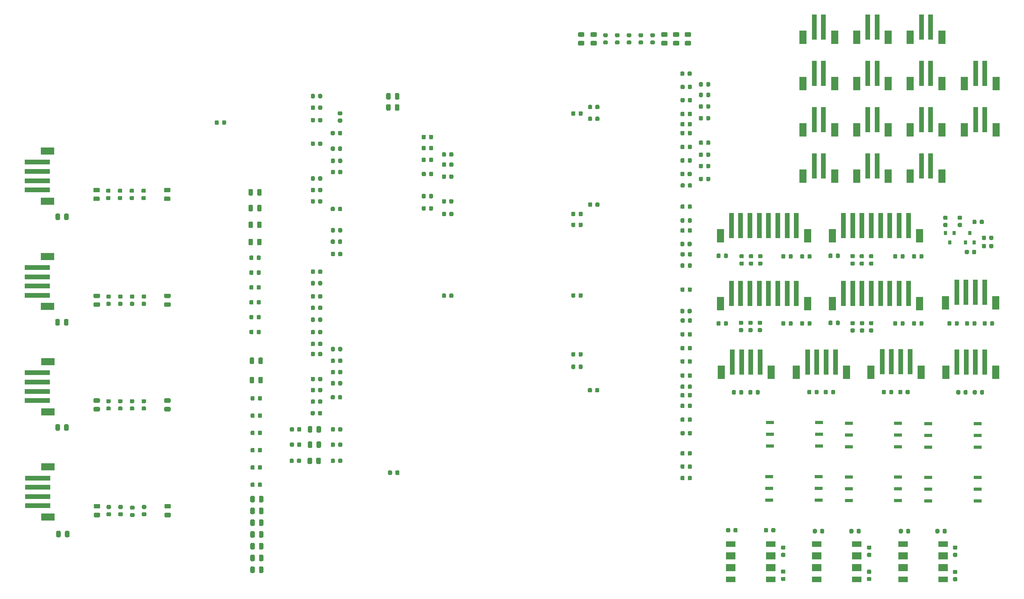
<source format=gbr>
G04 #@! TF.GenerationSoftware,KiCad,Pcbnew,(5.1.6)-1*
G04 #@! TF.CreationDate,2020-06-29T14:38:39-04:00*
G04 #@! TF.ProjectId,Pufferfish-Controller-1,50756666-6572-4666-9973-682d436f6e74,rev?*
G04 #@! TF.SameCoordinates,Original*
G04 #@! TF.FileFunction,Paste,Top*
G04 #@! TF.FilePolarity,Positive*
%FSLAX46Y46*%
G04 Gerber Fmt 4.6, Leading zero omitted, Abs format (unit mm)*
G04 Created by KiCad (PCBNEW (5.1.6)-1) date 2020-06-29 14:38:39*
%MOMM*%
%LPD*%
G01*
G04 APERTURE LIST*
%ADD10R,1.750000X0.650000*%
%ADD11R,1.000000X5.500000*%
%ADD12R,1.600000X3.000000*%
%ADD13R,5.500000X1.000000*%
%ADD14R,3.000000X1.600000*%
%ADD15R,0.800000X0.900000*%
%ADD16R,2.000000X1.170000*%
%ADD17R,2.000000X1.520000*%
G04 APERTURE END LIST*
D10*
X334895000Y-289242000D03*
X334895000Y-286702000D03*
X334895000Y-284162000D03*
X345495000Y-289242000D03*
X345495000Y-286702000D03*
X345495000Y-284162000D03*
X345495000Y-272542000D03*
X345495000Y-275082000D03*
X345495000Y-277622000D03*
X334895000Y-272542000D03*
X334895000Y-275082000D03*
X334895000Y-277622000D03*
X300605000Y-289116000D03*
X300605000Y-286576000D03*
X300605000Y-284036000D03*
X311205000Y-289116000D03*
X311205000Y-286576000D03*
X311205000Y-284036000D03*
X328350000Y-284099000D03*
X328350000Y-286639000D03*
X328350000Y-289179000D03*
X317750000Y-284099000D03*
X317750000Y-286639000D03*
X317750000Y-289179000D03*
X317750000Y-277558000D03*
X317750000Y-275018000D03*
X317750000Y-272478000D03*
X328350000Y-277558000D03*
X328350000Y-275018000D03*
X328350000Y-272478000D03*
X311332000Y-272352000D03*
X311332000Y-274892000D03*
X311332000Y-277432000D03*
X300732000Y-272352000D03*
X300732000Y-274892000D03*
X300732000Y-277432000D03*
G36*
G01*
X286289000Y-203857750D02*
X286289000Y-204370250D01*
G75*
G02*
X286070250Y-204589000I-218750J0D01*
G01*
X285632750Y-204589000D01*
G75*
G02*
X285414000Y-204370250I0J218750D01*
G01*
X285414000Y-203857750D01*
G75*
G02*
X285632750Y-203639000I218750J0D01*
G01*
X286070250Y-203639000D01*
G75*
G02*
X286289000Y-203857750I0J-218750D01*
G01*
G37*
G36*
G01*
X287864000Y-203857750D02*
X287864000Y-204370250D01*
G75*
G02*
X287645250Y-204589000I-218750J0D01*
G01*
X287207750Y-204589000D01*
G75*
G02*
X286989000Y-204370250I0J218750D01*
G01*
X286989000Y-203857750D01*
G75*
G02*
X287207750Y-203639000I218750J0D01*
G01*
X287645250Y-203639000D01*
G75*
G02*
X287864000Y-203857750I0J-218750D01*
G01*
G37*
G36*
G01*
X207614000Y-233555250D02*
X207614000Y-233042750D01*
G75*
G02*
X207832750Y-232824000I218750J0D01*
G01*
X208270250Y-232824000D01*
G75*
G02*
X208489000Y-233042750I0J-218750D01*
G01*
X208489000Y-233555250D01*
G75*
G02*
X208270250Y-233774000I-218750J0D01*
G01*
X207832750Y-233774000D01*
G75*
G02*
X207614000Y-233555250I0J218750D01*
G01*
G37*
G36*
G01*
X206039000Y-233555250D02*
X206039000Y-233042750D01*
G75*
G02*
X206257750Y-232824000I218750J0D01*
G01*
X206695250Y-232824000D01*
G75*
G02*
X206914000Y-233042750I0J-218750D01*
G01*
X206914000Y-233555250D01*
G75*
G02*
X206695250Y-233774000I-218750J0D01*
G01*
X206257750Y-233774000D01*
G75*
G02*
X206039000Y-233555250I0J218750D01*
G01*
G37*
D11*
X324593000Y-244477000D03*
D12*
X332993000Y-246677000D03*
D11*
X322593000Y-244477000D03*
X320593000Y-244477000D03*
X318593000Y-244477000D03*
X316593000Y-244477000D03*
D12*
X314193000Y-246677000D03*
D11*
X326593000Y-244477000D03*
X328593000Y-244477000D03*
X330593000Y-244477000D03*
X300437000Y-244439000D03*
D12*
X308837000Y-246639000D03*
D11*
X298437000Y-244439000D03*
X296437000Y-244439000D03*
X294437000Y-244439000D03*
X292437000Y-244439000D03*
D12*
X290037000Y-246639000D03*
D11*
X302437000Y-244439000D03*
X304437000Y-244439000D03*
X306437000Y-244439000D03*
X300437000Y-229796000D03*
D12*
X308837000Y-231996000D03*
D11*
X298437000Y-229796000D03*
X296437000Y-229796000D03*
X294437000Y-229796000D03*
X292437000Y-229796000D03*
D12*
X290037000Y-231996000D03*
D11*
X302437000Y-229796000D03*
X304437000Y-229796000D03*
X306437000Y-229796000D03*
X330593000Y-229821000D03*
X328593000Y-229821000D03*
X326593000Y-229821000D03*
D12*
X314193000Y-232021000D03*
D11*
X316593000Y-229821000D03*
X318593000Y-229821000D03*
X320593000Y-229821000D03*
X322593000Y-229821000D03*
D12*
X332993000Y-232021000D03*
D11*
X324593000Y-229821000D03*
X345018000Y-244221000D03*
X343018000Y-244221000D03*
X347018000Y-244221000D03*
X341018000Y-244221000D03*
D12*
X349418000Y-246471000D03*
X338618000Y-246471000D03*
G36*
G01*
X189520000Y-262714750D02*
X189520000Y-263627250D01*
G75*
G02*
X189276250Y-263871000I-243750J0D01*
G01*
X188788750Y-263871000D01*
G75*
G02*
X188545000Y-263627250I0J243750D01*
G01*
X188545000Y-262714750D01*
G75*
G02*
X188788750Y-262471000I243750J0D01*
G01*
X189276250Y-262471000D01*
G75*
G02*
X189520000Y-262714750I0J-243750D01*
G01*
G37*
G36*
G01*
X191395000Y-262714750D02*
X191395000Y-263627250D01*
G75*
G02*
X191151250Y-263871000I-243750J0D01*
G01*
X190663750Y-263871000D01*
G75*
G02*
X190420000Y-263627250I0J243750D01*
G01*
X190420000Y-262714750D01*
G75*
G02*
X190663750Y-262471000I243750J0D01*
G01*
X191151250Y-262471000D01*
G75*
G02*
X191395000Y-262714750I0J-243750D01*
G01*
G37*
G36*
G01*
X189520000Y-258546750D02*
X189520000Y-259459250D01*
G75*
G02*
X189276250Y-259703000I-243750J0D01*
G01*
X188788750Y-259703000D01*
G75*
G02*
X188545000Y-259459250I0J243750D01*
G01*
X188545000Y-258546750D01*
G75*
G02*
X188788750Y-258303000I243750J0D01*
G01*
X189276250Y-258303000D01*
G75*
G02*
X189520000Y-258546750I0J-243750D01*
G01*
G37*
G36*
G01*
X191395000Y-258546750D02*
X191395000Y-259459250D01*
G75*
G02*
X191151250Y-259703000I-243750J0D01*
G01*
X190663750Y-259703000D01*
G75*
G02*
X190420000Y-259459250I0J243750D01*
G01*
X190420000Y-258546750D01*
G75*
G02*
X190663750Y-258303000I243750J0D01*
G01*
X191151250Y-258303000D01*
G75*
G02*
X191395000Y-258546750I0J-243750D01*
G01*
G37*
G36*
G01*
X189266000Y-232905750D02*
X189266000Y-233818250D01*
G75*
G02*
X189022250Y-234062000I-243750J0D01*
G01*
X188534750Y-234062000D01*
G75*
G02*
X188291000Y-233818250I0J243750D01*
G01*
X188291000Y-232905750D01*
G75*
G02*
X188534750Y-232662000I243750J0D01*
G01*
X189022250Y-232662000D01*
G75*
G02*
X189266000Y-232905750I0J-243750D01*
G01*
G37*
G36*
G01*
X191141000Y-232905750D02*
X191141000Y-233818250D01*
G75*
G02*
X190897250Y-234062000I-243750J0D01*
G01*
X190409750Y-234062000D01*
G75*
G02*
X190166000Y-233818250I0J243750D01*
G01*
X190166000Y-232905750D01*
G75*
G02*
X190409750Y-232662000I243750J0D01*
G01*
X190897250Y-232662000D01*
G75*
G02*
X191141000Y-232905750I0J-243750D01*
G01*
G37*
G36*
G01*
X189266000Y-225590750D02*
X189266000Y-226503250D01*
G75*
G02*
X189022250Y-226747000I-243750J0D01*
G01*
X188534750Y-226747000D01*
G75*
G02*
X188291000Y-226503250I0J243750D01*
G01*
X188291000Y-225590750D01*
G75*
G02*
X188534750Y-225347000I243750J0D01*
G01*
X189022250Y-225347000D01*
G75*
G02*
X189266000Y-225590750I0J-243750D01*
G01*
G37*
G36*
G01*
X191141000Y-225590750D02*
X191141000Y-226503250D01*
G75*
G02*
X190897250Y-226747000I-243750J0D01*
G01*
X190409750Y-226747000D01*
G75*
G02*
X190166000Y-226503250I0J243750D01*
G01*
X190166000Y-225590750D01*
G75*
G02*
X190409750Y-225347000I243750J0D01*
G01*
X190897250Y-225347000D01*
G75*
G02*
X191141000Y-225590750I0J-243750D01*
G01*
G37*
G36*
G01*
X262281750Y-189972000D02*
X263194250Y-189972000D01*
G75*
G02*
X263438000Y-190215750I0J-243750D01*
G01*
X263438000Y-190703250D01*
G75*
G02*
X263194250Y-190947000I-243750J0D01*
G01*
X262281750Y-190947000D01*
G75*
G02*
X262038000Y-190703250I0J243750D01*
G01*
X262038000Y-190215750D01*
G75*
G02*
X262281750Y-189972000I243750J0D01*
G01*
G37*
G36*
G01*
X262281750Y-188097000D02*
X263194250Y-188097000D01*
G75*
G02*
X263438000Y-188340750I0J-243750D01*
G01*
X263438000Y-188828250D01*
G75*
G02*
X263194250Y-189072000I-243750J0D01*
G01*
X262281750Y-189072000D01*
G75*
G02*
X262038000Y-188828250I0J243750D01*
G01*
X262038000Y-188340750D01*
G75*
G02*
X262281750Y-188097000I243750J0D01*
G01*
G37*
G36*
G01*
X277521750Y-189972000D02*
X278434250Y-189972000D01*
G75*
G02*
X278678000Y-190215750I0J-243750D01*
G01*
X278678000Y-190703250D01*
G75*
G02*
X278434250Y-190947000I-243750J0D01*
G01*
X277521750Y-190947000D01*
G75*
G02*
X277278000Y-190703250I0J243750D01*
G01*
X277278000Y-190215750D01*
G75*
G02*
X277521750Y-189972000I243750J0D01*
G01*
G37*
G36*
G01*
X277521750Y-188097000D02*
X278434250Y-188097000D01*
G75*
G02*
X278678000Y-188340750I0J-243750D01*
G01*
X278678000Y-188828250D01*
G75*
G02*
X278434250Y-189072000I-243750J0D01*
G01*
X277521750Y-189072000D01*
G75*
G02*
X277278000Y-188828250I0J243750D01*
G01*
X277278000Y-188340750D01*
G75*
G02*
X277521750Y-188097000I243750J0D01*
G01*
G37*
G36*
G01*
X280061750Y-189972000D02*
X280974250Y-189972000D01*
G75*
G02*
X281218000Y-190215750I0J-243750D01*
G01*
X281218000Y-190703250D01*
G75*
G02*
X280974250Y-190947000I-243750J0D01*
G01*
X280061750Y-190947000D01*
G75*
G02*
X279818000Y-190703250I0J243750D01*
G01*
X279818000Y-190215750D01*
G75*
G02*
X280061750Y-189972000I243750J0D01*
G01*
G37*
G36*
G01*
X280061750Y-188097000D02*
X280974250Y-188097000D01*
G75*
G02*
X281218000Y-188340750I0J-243750D01*
G01*
X281218000Y-188828250D01*
G75*
G02*
X280974250Y-189072000I-243750J0D01*
G01*
X280061750Y-189072000D01*
G75*
G02*
X279818000Y-188828250I0J243750D01*
G01*
X279818000Y-188340750D01*
G75*
G02*
X280061750Y-188097000I243750J0D01*
G01*
G37*
G36*
G01*
X190556000Y-291858250D02*
X190556000Y-290945750D01*
G75*
G02*
X190799750Y-290702000I243750J0D01*
G01*
X191287250Y-290702000D01*
G75*
G02*
X191531000Y-290945750I0J-243750D01*
G01*
X191531000Y-291858250D01*
G75*
G02*
X191287250Y-292102000I-243750J0D01*
G01*
X190799750Y-292102000D01*
G75*
G02*
X190556000Y-291858250I0J243750D01*
G01*
G37*
G36*
G01*
X188681000Y-291858250D02*
X188681000Y-290945750D01*
G75*
G02*
X188924750Y-290702000I243750J0D01*
G01*
X189412250Y-290702000D01*
G75*
G02*
X189656000Y-290945750I0J-243750D01*
G01*
X189656000Y-291858250D01*
G75*
G02*
X189412250Y-292102000I-243750J0D01*
G01*
X188924750Y-292102000D01*
G75*
G02*
X188681000Y-291858250I0J243750D01*
G01*
G37*
G36*
G01*
X190556000Y-296938250D02*
X190556000Y-296025750D01*
G75*
G02*
X190799750Y-295782000I243750J0D01*
G01*
X191287250Y-295782000D01*
G75*
G02*
X191531000Y-296025750I0J-243750D01*
G01*
X191531000Y-296938250D01*
G75*
G02*
X191287250Y-297182000I-243750J0D01*
G01*
X190799750Y-297182000D01*
G75*
G02*
X190556000Y-296938250I0J243750D01*
G01*
G37*
G36*
G01*
X188681000Y-296938250D02*
X188681000Y-296025750D01*
G75*
G02*
X188924750Y-295782000I243750J0D01*
G01*
X189412250Y-295782000D01*
G75*
G02*
X189656000Y-296025750I0J-243750D01*
G01*
X189656000Y-296938250D01*
G75*
G02*
X189412250Y-297182000I-243750J0D01*
G01*
X188924750Y-297182000D01*
G75*
G02*
X188681000Y-296938250I0J243750D01*
G01*
G37*
G36*
G01*
X190556000Y-302018250D02*
X190556000Y-301105750D01*
G75*
G02*
X190799750Y-300862000I243750J0D01*
G01*
X191287250Y-300862000D01*
G75*
G02*
X191531000Y-301105750I0J-243750D01*
G01*
X191531000Y-302018250D01*
G75*
G02*
X191287250Y-302262000I-243750J0D01*
G01*
X190799750Y-302262000D01*
G75*
G02*
X190556000Y-302018250I0J243750D01*
G01*
G37*
G36*
G01*
X188681000Y-302018250D02*
X188681000Y-301105750D01*
G75*
G02*
X188924750Y-300862000I243750J0D01*
G01*
X189412250Y-300862000D01*
G75*
G02*
X189656000Y-301105750I0J-243750D01*
G01*
X189656000Y-302018250D01*
G75*
G02*
X189412250Y-302262000I-243750J0D01*
G01*
X188924750Y-302262000D01*
G75*
G02*
X188681000Y-302018250I0J243750D01*
G01*
G37*
G36*
G01*
X190556000Y-304558250D02*
X190556000Y-303645750D01*
G75*
G02*
X190799750Y-303402000I243750J0D01*
G01*
X191287250Y-303402000D01*
G75*
G02*
X191531000Y-303645750I0J-243750D01*
G01*
X191531000Y-304558250D01*
G75*
G02*
X191287250Y-304802000I-243750J0D01*
G01*
X190799750Y-304802000D01*
G75*
G02*
X190556000Y-304558250I0J243750D01*
G01*
G37*
G36*
G01*
X188681000Y-304558250D02*
X188681000Y-303645750D01*
G75*
G02*
X188924750Y-303402000I243750J0D01*
G01*
X189412250Y-303402000D01*
G75*
G02*
X189656000Y-303645750I0J-243750D01*
G01*
X189656000Y-304558250D01*
G75*
G02*
X189412250Y-304802000I-243750J0D01*
G01*
X188924750Y-304802000D01*
G75*
G02*
X188681000Y-304558250I0J243750D01*
G01*
G37*
G36*
G01*
X171220250Y-222651000D02*
X170307750Y-222651000D01*
G75*
G02*
X170064000Y-222407250I0J243750D01*
G01*
X170064000Y-221919750D01*
G75*
G02*
X170307750Y-221676000I243750J0D01*
G01*
X171220250Y-221676000D01*
G75*
G02*
X171464000Y-221919750I0J-243750D01*
G01*
X171464000Y-222407250D01*
G75*
G02*
X171220250Y-222651000I-243750J0D01*
G01*
G37*
G36*
G01*
X171220250Y-224526000D02*
X170307750Y-224526000D01*
G75*
G02*
X170064000Y-224282250I0J243750D01*
G01*
X170064000Y-223794750D01*
G75*
G02*
X170307750Y-223551000I243750J0D01*
G01*
X171220250Y-223551000D01*
G75*
G02*
X171464000Y-223794750I0J-243750D01*
G01*
X171464000Y-224282250D01*
G75*
G02*
X171220250Y-224526000I-243750J0D01*
G01*
G37*
G36*
G01*
X155980250Y-222651000D02*
X155067750Y-222651000D01*
G75*
G02*
X154824000Y-222407250I0J243750D01*
G01*
X154824000Y-221919750D01*
G75*
G02*
X155067750Y-221676000I243750J0D01*
G01*
X155980250Y-221676000D01*
G75*
G02*
X156224000Y-221919750I0J-243750D01*
G01*
X156224000Y-222407250D01*
G75*
G02*
X155980250Y-222651000I-243750J0D01*
G01*
G37*
G36*
G01*
X155980250Y-224526000D02*
X155067750Y-224526000D01*
G75*
G02*
X154824000Y-224282250I0J243750D01*
G01*
X154824000Y-223794750D01*
G75*
G02*
X155067750Y-223551000I243750J0D01*
G01*
X155980250Y-223551000D01*
G75*
G02*
X156224000Y-223794750I0J-243750D01*
G01*
X156224000Y-224282250D01*
G75*
G02*
X155980250Y-224526000I-243750J0D01*
G01*
G37*
G36*
G01*
X171271250Y-245486000D02*
X170358750Y-245486000D01*
G75*
G02*
X170115000Y-245242250I0J243750D01*
G01*
X170115000Y-244754750D01*
G75*
G02*
X170358750Y-244511000I243750J0D01*
G01*
X171271250Y-244511000D01*
G75*
G02*
X171515000Y-244754750I0J-243750D01*
G01*
X171515000Y-245242250D01*
G75*
G02*
X171271250Y-245486000I-243750J0D01*
G01*
G37*
G36*
G01*
X171271250Y-247361000D02*
X170358750Y-247361000D01*
G75*
G02*
X170115000Y-247117250I0J243750D01*
G01*
X170115000Y-246629750D01*
G75*
G02*
X170358750Y-246386000I243750J0D01*
G01*
X171271250Y-246386000D01*
G75*
G02*
X171515000Y-246629750I0J-243750D01*
G01*
X171515000Y-247117250D01*
G75*
G02*
X171271250Y-247361000I-243750J0D01*
G01*
G37*
G36*
G01*
X156031250Y-245486000D02*
X155118750Y-245486000D01*
G75*
G02*
X154875000Y-245242250I0J243750D01*
G01*
X154875000Y-244754750D01*
G75*
G02*
X155118750Y-244511000I243750J0D01*
G01*
X156031250Y-244511000D01*
G75*
G02*
X156275000Y-244754750I0J-243750D01*
G01*
X156275000Y-245242250D01*
G75*
G02*
X156031250Y-245486000I-243750J0D01*
G01*
G37*
G36*
G01*
X156031250Y-247361000D02*
X155118750Y-247361000D01*
G75*
G02*
X154875000Y-247117250I0J243750D01*
G01*
X154875000Y-246629750D01*
G75*
G02*
X155118750Y-246386000I243750J0D01*
G01*
X156031250Y-246386000D01*
G75*
G02*
X156275000Y-246629750I0J-243750D01*
G01*
X156275000Y-247117250D01*
G75*
G02*
X156031250Y-247361000I-243750J0D01*
G01*
G37*
G36*
G01*
X171271250Y-268066000D02*
X170358750Y-268066000D01*
G75*
G02*
X170115000Y-267822250I0J243750D01*
G01*
X170115000Y-267334750D01*
G75*
G02*
X170358750Y-267091000I243750J0D01*
G01*
X171271250Y-267091000D01*
G75*
G02*
X171515000Y-267334750I0J-243750D01*
G01*
X171515000Y-267822250D01*
G75*
G02*
X171271250Y-268066000I-243750J0D01*
G01*
G37*
G36*
G01*
X171271250Y-269941000D02*
X170358750Y-269941000D01*
G75*
G02*
X170115000Y-269697250I0J243750D01*
G01*
X170115000Y-269209750D01*
G75*
G02*
X170358750Y-268966000I243750J0D01*
G01*
X171271250Y-268966000D01*
G75*
G02*
X171515000Y-269209750I0J-243750D01*
G01*
X171515000Y-269697250D01*
G75*
G02*
X171271250Y-269941000I-243750J0D01*
G01*
G37*
G36*
G01*
X156031250Y-268066000D02*
X155118750Y-268066000D01*
G75*
G02*
X154875000Y-267822250I0J243750D01*
G01*
X154875000Y-267334750D01*
G75*
G02*
X155118750Y-267091000I243750J0D01*
G01*
X156031250Y-267091000D01*
G75*
G02*
X156275000Y-267334750I0J-243750D01*
G01*
X156275000Y-267822250D01*
G75*
G02*
X156031250Y-268066000I-243750J0D01*
G01*
G37*
G36*
G01*
X156031250Y-269941000D02*
X155118750Y-269941000D01*
G75*
G02*
X154875000Y-269697250I0J243750D01*
G01*
X154875000Y-269209750D01*
G75*
G02*
X155118750Y-268966000I243750J0D01*
G01*
X156031250Y-268966000D01*
G75*
G02*
X156275000Y-269209750I0J-243750D01*
G01*
X156275000Y-269697250D01*
G75*
G02*
X156031250Y-269941000I-243750J0D01*
G01*
G37*
G36*
G01*
X171322250Y-290901000D02*
X170409750Y-290901000D01*
G75*
G02*
X170166000Y-290657250I0J243750D01*
G01*
X170166000Y-290169750D01*
G75*
G02*
X170409750Y-289926000I243750J0D01*
G01*
X171322250Y-289926000D01*
G75*
G02*
X171566000Y-290169750I0J-243750D01*
G01*
X171566000Y-290657250D01*
G75*
G02*
X171322250Y-290901000I-243750J0D01*
G01*
G37*
G36*
G01*
X171322250Y-292776000D02*
X170409750Y-292776000D01*
G75*
G02*
X170166000Y-292532250I0J243750D01*
G01*
X170166000Y-292044750D01*
G75*
G02*
X170409750Y-291801000I243750J0D01*
G01*
X171322250Y-291801000D01*
G75*
G02*
X171566000Y-292044750I0J-243750D01*
G01*
X171566000Y-292532250D01*
G75*
G02*
X171322250Y-292776000I-243750J0D01*
G01*
G37*
G36*
G01*
X156082250Y-290901000D02*
X155169750Y-290901000D01*
G75*
G02*
X154926000Y-290657250I0J243750D01*
G01*
X154926000Y-290169750D01*
G75*
G02*
X155169750Y-289926000I243750J0D01*
G01*
X156082250Y-289926000D01*
G75*
G02*
X156326000Y-290169750I0J-243750D01*
G01*
X156326000Y-290657250D01*
G75*
G02*
X156082250Y-290901000I-243750J0D01*
G01*
G37*
G36*
G01*
X156082250Y-292776000D02*
X155169750Y-292776000D01*
G75*
G02*
X154926000Y-292532250I0J243750D01*
G01*
X154926000Y-292044750D01*
G75*
G02*
X155169750Y-291801000I243750J0D01*
G01*
X156082250Y-291801000D01*
G75*
G02*
X156326000Y-292044750I0J-243750D01*
G01*
X156326000Y-292532250D01*
G75*
G02*
X156082250Y-292776000I-243750J0D01*
G01*
G37*
G36*
G01*
X218958000Y-201473750D02*
X218958000Y-202386250D01*
G75*
G02*
X218714250Y-202630000I-243750J0D01*
G01*
X218226750Y-202630000D01*
G75*
G02*
X217983000Y-202386250I0J243750D01*
G01*
X217983000Y-201473750D01*
G75*
G02*
X218226750Y-201230000I243750J0D01*
G01*
X218714250Y-201230000D01*
G75*
G02*
X218958000Y-201473750I0J-243750D01*
G01*
G37*
G36*
G01*
X220833000Y-201473750D02*
X220833000Y-202386250D01*
G75*
G02*
X220589250Y-202630000I-243750J0D01*
G01*
X220101750Y-202630000D01*
G75*
G02*
X219858000Y-202386250I0J243750D01*
G01*
X219858000Y-201473750D01*
G75*
G02*
X220101750Y-201230000I243750J0D01*
G01*
X220589250Y-201230000D01*
G75*
G02*
X220833000Y-201473750I0J-243750D01*
G01*
G37*
G36*
G01*
X219858000Y-204774250D02*
X219858000Y-203861750D01*
G75*
G02*
X220101750Y-203618000I243750J0D01*
G01*
X220589250Y-203618000D01*
G75*
G02*
X220833000Y-203861750I0J-243750D01*
G01*
X220833000Y-204774250D01*
G75*
G02*
X220589250Y-205018000I-243750J0D01*
G01*
X220101750Y-205018000D01*
G75*
G02*
X219858000Y-204774250I0J243750D01*
G01*
G37*
G36*
G01*
X217983000Y-204774250D02*
X217983000Y-203861750D01*
G75*
G02*
X218226750Y-203618000I243750J0D01*
G01*
X218714250Y-203618000D01*
G75*
G02*
X218958000Y-203861750I0J-243750D01*
G01*
X218958000Y-204774250D01*
G75*
G02*
X218714250Y-205018000I-243750J0D01*
G01*
X218226750Y-205018000D01*
G75*
G02*
X217983000Y-204774250I0J243750D01*
G01*
G37*
G36*
G01*
X190166000Y-223100250D02*
X190166000Y-222187750D01*
G75*
G02*
X190409750Y-221944000I243750J0D01*
G01*
X190897250Y-221944000D01*
G75*
G02*
X191141000Y-222187750I0J-243750D01*
G01*
X191141000Y-223100250D01*
G75*
G02*
X190897250Y-223344000I-243750J0D01*
G01*
X190409750Y-223344000D01*
G75*
G02*
X190166000Y-223100250I0J243750D01*
G01*
G37*
G36*
G01*
X188291000Y-223100250D02*
X188291000Y-222187750D01*
G75*
G02*
X188534750Y-221944000I243750J0D01*
G01*
X189022250Y-221944000D01*
G75*
G02*
X189266000Y-222187750I0J-243750D01*
G01*
X189266000Y-223100250D01*
G75*
G02*
X189022250Y-223344000I-243750J0D01*
G01*
X188534750Y-223344000D01*
G75*
G02*
X188291000Y-223100250I0J243750D01*
G01*
G37*
G36*
G01*
X283514250Y-189072000D02*
X282601750Y-189072000D01*
G75*
G02*
X282358000Y-188828250I0J243750D01*
G01*
X282358000Y-188340750D01*
G75*
G02*
X282601750Y-188097000I243750J0D01*
G01*
X283514250Y-188097000D01*
G75*
G02*
X283758000Y-188340750I0J-243750D01*
G01*
X283758000Y-188828250D01*
G75*
G02*
X283514250Y-189072000I-243750J0D01*
G01*
G37*
G36*
G01*
X283514250Y-190947000D02*
X282601750Y-190947000D01*
G75*
G02*
X282358000Y-190703250I0J243750D01*
G01*
X282358000Y-190215750D01*
G75*
G02*
X282601750Y-189972000I243750J0D01*
G01*
X283514250Y-189972000D01*
G75*
G02*
X283758000Y-190215750I0J-243750D01*
G01*
X283758000Y-190703250D01*
G75*
G02*
X283514250Y-190947000I-243750J0D01*
G01*
G37*
G36*
G01*
X189266000Y-229197750D02*
X189266000Y-230110250D01*
G75*
G02*
X189022250Y-230354000I-243750J0D01*
G01*
X188534750Y-230354000D01*
G75*
G02*
X188291000Y-230110250I0J243750D01*
G01*
X188291000Y-229197750D01*
G75*
G02*
X188534750Y-228954000I243750J0D01*
G01*
X189022250Y-228954000D01*
G75*
G02*
X189266000Y-229197750I0J-243750D01*
G01*
G37*
G36*
G01*
X191141000Y-229197750D02*
X191141000Y-230110250D01*
G75*
G02*
X190897250Y-230354000I-243750J0D01*
G01*
X190409750Y-230354000D01*
G75*
G02*
X190166000Y-230110250I0J243750D01*
G01*
X190166000Y-229197750D01*
G75*
G02*
X190409750Y-228954000I243750J0D01*
G01*
X190897250Y-228954000D01*
G75*
G02*
X191141000Y-229197750I0J-243750D01*
G01*
G37*
G36*
G01*
X260488250Y-189072000D02*
X259575750Y-189072000D01*
G75*
G02*
X259332000Y-188828250I0J243750D01*
G01*
X259332000Y-188340750D01*
G75*
G02*
X259575750Y-188097000I243750J0D01*
G01*
X260488250Y-188097000D01*
G75*
G02*
X260732000Y-188340750I0J-243750D01*
G01*
X260732000Y-188828250D01*
G75*
G02*
X260488250Y-189072000I-243750J0D01*
G01*
G37*
G36*
G01*
X260488250Y-190947000D02*
X259575750Y-190947000D01*
G75*
G02*
X259332000Y-190703250I0J243750D01*
G01*
X259332000Y-190215750D01*
G75*
G02*
X259575750Y-189972000I243750J0D01*
G01*
X260488250Y-189972000D01*
G75*
G02*
X260732000Y-190215750I0J-243750D01*
G01*
X260732000Y-190703250D01*
G75*
G02*
X260488250Y-190947000I-243750J0D01*
G01*
G37*
D13*
X142723000Y-218138000D03*
X142723000Y-220138000D03*
X142723000Y-216138000D03*
X142723000Y-222138000D03*
D14*
X144973000Y-213738000D03*
X144973000Y-224538000D03*
D13*
X142723000Y-240897000D03*
X142723000Y-242897000D03*
X142723000Y-238897000D03*
X142723000Y-244897000D03*
D14*
X144973000Y-236497000D03*
X144973000Y-247297000D03*
D13*
X142773000Y-263604000D03*
X142773000Y-265604000D03*
X142773000Y-261604000D03*
X142773000Y-267604000D03*
D14*
X145023000Y-259204000D03*
X145023000Y-270004000D03*
D13*
X142824000Y-286312000D03*
X142824000Y-288312000D03*
X142824000Y-284312000D03*
X142824000Y-290312000D03*
D14*
X145074000Y-281912000D03*
X145074000Y-292712000D03*
D12*
X338668000Y-261495000D03*
X349468000Y-261495000D03*
D11*
X341068000Y-259245000D03*
X347068000Y-259245000D03*
X343068000Y-259245000D03*
X345068000Y-259245000D03*
D12*
X322539000Y-261470000D03*
X333339000Y-261470000D03*
D11*
X324939000Y-259220000D03*
X330939000Y-259220000D03*
X326939000Y-259220000D03*
X328939000Y-259220000D03*
D12*
X306461000Y-261495000D03*
X317261000Y-261495000D03*
D11*
X308861000Y-259245000D03*
X314861000Y-259245000D03*
X310861000Y-259245000D03*
X312861000Y-259245000D03*
D12*
X290218000Y-261520000D03*
X301018000Y-261520000D03*
D11*
X292618000Y-259270000D03*
X298618000Y-259270000D03*
X294618000Y-259270000D03*
X296618000Y-259270000D03*
X312277000Y-186944000D03*
X310277000Y-186944000D03*
D12*
X314677000Y-189194000D03*
X307877000Y-189194000D03*
D11*
X323834000Y-186944000D03*
X321834000Y-186944000D03*
D12*
X326234000Y-189194000D03*
X319434000Y-189194000D03*
D11*
X335391000Y-186944000D03*
X333391000Y-186944000D03*
D12*
X337791000Y-189194000D03*
X330991000Y-189194000D03*
X307877000Y-199185000D03*
X314677000Y-199185000D03*
D11*
X310277000Y-196935000D03*
X312277000Y-196935000D03*
D12*
X319434000Y-199185000D03*
X326234000Y-199185000D03*
D11*
X321834000Y-196935000D03*
X323834000Y-196935000D03*
D12*
X330991000Y-199185000D03*
X337791000Y-199185000D03*
D11*
X333391000Y-196935000D03*
X335391000Y-196935000D03*
D12*
X342675000Y-199185000D03*
X349475000Y-199185000D03*
D11*
X345075000Y-196935000D03*
X347075000Y-196935000D03*
X312277000Y-206925000D03*
X310277000Y-206925000D03*
D12*
X314677000Y-209175000D03*
X307877000Y-209175000D03*
D11*
X323834000Y-206925000D03*
X321834000Y-206925000D03*
D12*
X326234000Y-209175000D03*
X319434000Y-209175000D03*
D11*
X335391000Y-206925000D03*
X333391000Y-206925000D03*
D12*
X337791000Y-209175000D03*
X330991000Y-209175000D03*
X342675000Y-209175000D03*
X349475000Y-209175000D03*
D11*
X345075000Y-206925000D03*
X347075000Y-206925000D03*
D12*
X307877000Y-219166000D03*
X314677000Y-219166000D03*
D11*
X310277000Y-216916000D03*
X312277000Y-216916000D03*
D12*
X319434000Y-219166000D03*
X326234000Y-219166000D03*
D11*
X321834000Y-216916000D03*
X323834000Y-216916000D03*
D12*
X330991000Y-219166000D03*
X337791000Y-219166000D03*
D11*
X333391000Y-216916000D03*
X335391000Y-216916000D03*
G36*
G01*
X265021750Y-189872000D02*
X265534250Y-189872000D01*
G75*
G02*
X265753000Y-190090750I0J-218750D01*
G01*
X265753000Y-190528250D01*
G75*
G02*
X265534250Y-190747000I-218750J0D01*
G01*
X265021750Y-190747000D01*
G75*
G02*
X264803000Y-190528250I0J218750D01*
G01*
X264803000Y-190090750D01*
G75*
G02*
X265021750Y-189872000I218750J0D01*
G01*
G37*
G36*
G01*
X265021750Y-188297000D02*
X265534250Y-188297000D01*
G75*
G02*
X265753000Y-188515750I0J-218750D01*
G01*
X265753000Y-188953250D01*
G75*
G02*
X265534250Y-189172000I-218750J0D01*
G01*
X265021750Y-189172000D01*
G75*
G02*
X264803000Y-188953250I0J218750D01*
G01*
X264803000Y-188515750D01*
G75*
G02*
X265021750Y-188297000I218750J0D01*
G01*
G37*
G36*
G01*
X267561750Y-189872000D02*
X268074250Y-189872000D01*
G75*
G02*
X268293000Y-190090750I0J-218750D01*
G01*
X268293000Y-190528250D01*
G75*
G02*
X268074250Y-190747000I-218750J0D01*
G01*
X267561750Y-190747000D01*
G75*
G02*
X267343000Y-190528250I0J218750D01*
G01*
X267343000Y-190090750D01*
G75*
G02*
X267561750Y-189872000I218750J0D01*
G01*
G37*
G36*
G01*
X267561750Y-188297000D02*
X268074250Y-188297000D01*
G75*
G02*
X268293000Y-188515750I0J-218750D01*
G01*
X268293000Y-188953250D01*
G75*
G02*
X268074250Y-189172000I-218750J0D01*
G01*
X267561750Y-189172000D01*
G75*
G02*
X267343000Y-188953250I0J218750D01*
G01*
X267343000Y-188515750D01*
G75*
G02*
X267561750Y-188297000I218750J0D01*
G01*
G37*
G36*
G01*
X270101750Y-189872000D02*
X270614250Y-189872000D01*
G75*
G02*
X270833000Y-190090750I0J-218750D01*
G01*
X270833000Y-190528250D01*
G75*
G02*
X270614250Y-190747000I-218750J0D01*
G01*
X270101750Y-190747000D01*
G75*
G02*
X269883000Y-190528250I0J218750D01*
G01*
X269883000Y-190090750D01*
G75*
G02*
X270101750Y-189872000I218750J0D01*
G01*
G37*
G36*
G01*
X270101750Y-188297000D02*
X270614250Y-188297000D01*
G75*
G02*
X270833000Y-188515750I0J-218750D01*
G01*
X270833000Y-188953250D01*
G75*
G02*
X270614250Y-189172000I-218750J0D01*
G01*
X270101750Y-189172000D01*
G75*
G02*
X269883000Y-188953250I0J218750D01*
G01*
X269883000Y-188515750D01*
G75*
G02*
X270101750Y-188297000I218750J0D01*
G01*
G37*
G36*
G01*
X272641750Y-189872000D02*
X273154250Y-189872000D01*
G75*
G02*
X273373000Y-190090750I0J-218750D01*
G01*
X273373000Y-190528250D01*
G75*
G02*
X273154250Y-190747000I-218750J0D01*
G01*
X272641750Y-190747000D01*
G75*
G02*
X272423000Y-190528250I0J218750D01*
G01*
X272423000Y-190090750D01*
G75*
G02*
X272641750Y-189872000I218750J0D01*
G01*
G37*
G36*
G01*
X272641750Y-188297000D02*
X273154250Y-188297000D01*
G75*
G02*
X273373000Y-188515750I0J-218750D01*
G01*
X273373000Y-188953250D01*
G75*
G02*
X273154250Y-189172000I-218750J0D01*
G01*
X272641750Y-189172000D01*
G75*
G02*
X272423000Y-188953250I0J218750D01*
G01*
X272423000Y-188515750D01*
G75*
G02*
X272641750Y-188297000I218750J0D01*
G01*
G37*
G36*
G01*
X275181750Y-189872000D02*
X275694250Y-189872000D01*
G75*
G02*
X275913000Y-190090750I0J-218750D01*
G01*
X275913000Y-190528250D01*
G75*
G02*
X275694250Y-190747000I-218750J0D01*
G01*
X275181750Y-190747000D01*
G75*
G02*
X274963000Y-190528250I0J218750D01*
G01*
X274963000Y-190090750D01*
G75*
G02*
X275181750Y-189872000I218750J0D01*
G01*
G37*
G36*
G01*
X275181750Y-188297000D02*
X275694250Y-188297000D01*
G75*
G02*
X275913000Y-188515750I0J-218750D01*
G01*
X275913000Y-188953250D01*
G75*
G02*
X275694250Y-189172000I-218750J0D01*
G01*
X275181750Y-189172000D01*
G75*
G02*
X274963000Y-188953250I0J218750D01*
G01*
X274963000Y-188515750D01*
G75*
G02*
X275181750Y-188297000I218750J0D01*
G01*
G37*
G36*
G01*
X189620000Y-285506750D02*
X189620000Y-286019250D01*
G75*
G02*
X189401250Y-286238000I-218750J0D01*
G01*
X188963750Y-286238000D01*
G75*
G02*
X188745000Y-286019250I0J218750D01*
G01*
X188745000Y-285506750D01*
G75*
G02*
X188963750Y-285288000I218750J0D01*
G01*
X189401250Y-285288000D01*
G75*
G02*
X189620000Y-285506750I0J-218750D01*
G01*
G37*
G36*
G01*
X191195000Y-285506750D02*
X191195000Y-286019250D01*
G75*
G02*
X190976250Y-286238000I-218750J0D01*
G01*
X190538750Y-286238000D01*
G75*
G02*
X190320000Y-286019250I0J218750D01*
G01*
X190320000Y-285506750D01*
G75*
G02*
X190538750Y-285288000I218750J0D01*
G01*
X190976250Y-285288000D01*
G75*
G02*
X191195000Y-285506750I0J-218750D01*
G01*
G37*
G36*
G01*
X189620000Y-281777750D02*
X189620000Y-282290250D01*
G75*
G02*
X189401250Y-282509000I-218750J0D01*
G01*
X188963750Y-282509000D01*
G75*
G02*
X188745000Y-282290250I0J218750D01*
G01*
X188745000Y-281777750D01*
G75*
G02*
X188963750Y-281559000I218750J0D01*
G01*
X189401250Y-281559000D01*
G75*
G02*
X189620000Y-281777750I0J-218750D01*
G01*
G37*
G36*
G01*
X191195000Y-281777750D02*
X191195000Y-282290250D01*
G75*
G02*
X190976250Y-282509000I-218750J0D01*
G01*
X190538750Y-282509000D01*
G75*
G02*
X190320000Y-282290250I0J218750D01*
G01*
X190320000Y-281777750D01*
G75*
G02*
X190538750Y-281559000I218750J0D01*
G01*
X190976250Y-281559000D01*
G75*
G02*
X191195000Y-281777750I0J-218750D01*
G01*
G37*
G36*
G01*
X189620000Y-278049750D02*
X189620000Y-278562250D01*
G75*
G02*
X189401250Y-278781000I-218750J0D01*
G01*
X188963750Y-278781000D01*
G75*
G02*
X188745000Y-278562250I0J218750D01*
G01*
X188745000Y-278049750D01*
G75*
G02*
X188963750Y-277831000I218750J0D01*
G01*
X189401250Y-277831000D01*
G75*
G02*
X189620000Y-278049750I0J-218750D01*
G01*
G37*
G36*
G01*
X191195000Y-278049750D02*
X191195000Y-278562250D01*
G75*
G02*
X190976250Y-278781000I-218750J0D01*
G01*
X190538750Y-278781000D01*
G75*
G02*
X190320000Y-278562250I0J218750D01*
G01*
X190320000Y-278049750D01*
G75*
G02*
X190538750Y-277831000I218750J0D01*
G01*
X190976250Y-277831000D01*
G75*
G02*
X191195000Y-278049750I0J-218750D01*
G01*
G37*
G36*
G01*
X189620000Y-274320750D02*
X189620000Y-274833250D01*
G75*
G02*
X189401250Y-275052000I-218750J0D01*
G01*
X188963750Y-275052000D01*
G75*
G02*
X188745000Y-274833250I0J218750D01*
G01*
X188745000Y-274320750D01*
G75*
G02*
X188963750Y-274102000I218750J0D01*
G01*
X189401250Y-274102000D01*
G75*
G02*
X189620000Y-274320750I0J-218750D01*
G01*
G37*
G36*
G01*
X191195000Y-274320750D02*
X191195000Y-274833250D01*
G75*
G02*
X190976250Y-275052000I-218750J0D01*
G01*
X190538750Y-275052000D01*
G75*
G02*
X190320000Y-274833250I0J218750D01*
G01*
X190320000Y-274320750D01*
G75*
G02*
X190538750Y-274102000I218750J0D01*
G01*
X190976250Y-274102000D01*
G75*
G02*
X191195000Y-274320750I0J-218750D01*
G01*
G37*
G36*
G01*
X189620000Y-270591750D02*
X189620000Y-271104250D01*
G75*
G02*
X189401250Y-271323000I-218750J0D01*
G01*
X188963750Y-271323000D01*
G75*
G02*
X188745000Y-271104250I0J218750D01*
G01*
X188745000Y-270591750D01*
G75*
G02*
X188963750Y-270373000I218750J0D01*
G01*
X189401250Y-270373000D01*
G75*
G02*
X189620000Y-270591750I0J-218750D01*
G01*
G37*
G36*
G01*
X191195000Y-270591750D02*
X191195000Y-271104250D01*
G75*
G02*
X190976250Y-271323000I-218750J0D01*
G01*
X190538750Y-271323000D01*
G75*
G02*
X190320000Y-271104250I0J218750D01*
G01*
X190320000Y-270591750D01*
G75*
G02*
X190538750Y-270373000I218750J0D01*
G01*
X190976250Y-270373000D01*
G75*
G02*
X191195000Y-270591750I0J-218750D01*
G01*
G37*
G36*
G01*
X189620000Y-266863750D02*
X189620000Y-267376250D01*
G75*
G02*
X189401250Y-267595000I-218750J0D01*
G01*
X188963750Y-267595000D01*
G75*
G02*
X188745000Y-267376250I0J218750D01*
G01*
X188745000Y-266863750D01*
G75*
G02*
X188963750Y-266645000I218750J0D01*
G01*
X189401250Y-266645000D01*
G75*
G02*
X189620000Y-266863750I0J-218750D01*
G01*
G37*
G36*
G01*
X191195000Y-266863750D02*
X191195000Y-267376250D01*
G75*
G02*
X190976250Y-267595000I-218750J0D01*
G01*
X190538750Y-267595000D01*
G75*
G02*
X190320000Y-267376250I0J218750D01*
G01*
X190320000Y-266863750D01*
G75*
G02*
X190538750Y-266645000I218750J0D01*
G01*
X190976250Y-266645000D01*
G75*
G02*
X191195000Y-266863750I0J-218750D01*
G01*
G37*
G36*
G01*
X189366000Y-252539750D02*
X189366000Y-253052250D01*
G75*
G02*
X189147250Y-253271000I-218750J0D01*
G01*
X188709750Y-253271000D01*
G75*
G02*
X188491000Y-253052250I0J218750D01*
G01*
X188491000Y-252539750D01*
G75*
G02*
X188709750Y-252321000I218750J0D01*
G01*
X189147250Y-252321000D01*
G75*
G02*
X189366000Y-252539750I0J-218750D01*
G01*
G37*
G36*
G01*
X190941000Y-252539750D02*
X190941000Y-253052250D01*
G75*
G02*
X190722250Y-253271000I-218750J0D01*
G01*
X190284750Y-253271000D01*
G75*
G02*
X190066000Y-253052250I0J218750D01*
G01*
X190066000Y-252539750D01*
G75*
G02*
X190284750Y-252321000I218750J0D01*
G01*
X190722250Y-252321000D01*
G75*
G02*
X190941000Y-252539750I0J-218750D01*
G01*
G37*
G36*
G01*
X189366000Y-249333750D02*
X189366000Y-249846250D01*
G75*
G02*
X189147250Y-250065000I-218750J0D01*
G01*
X188709750Y-250065000D01*
G75*
G02*
X188491000Y-249846250I0J218750D01*
G01*
X188491000Y-249333750D01*
G75*
G02*
X188709750Y-249115000I218750J0D01*
G01*
X189147250Y-249115000D01*
G75*
G02*
X189366000Y-249333750I0J-218750D01*
G01*
G37*
G36*
G01*
X190941000Y-249333750D02*
X190941000Y-249846250D01*
G75*
G02*
X190722250Y-250065000I-218750J0D01*
G01*
X190284750Y-250065000D01*
G75*
G02*
X190066000Y-249846250I0J218750D01*
G01*
X190066000Y-249333750D01*
G75*
G02*
X190284750Y-249115000I218750J0D01*
G01*
X190722250Y-249115000D01*
G75*
G02*
X190941000Y-249333750I0J-218750D01*
G01*
G37*
G36*
G01*
X189366000Y-246127750D02*
X189366000Y-246640250D01*
G75*
G02*
X189147250Y-246859000I-218750J0D01*
G01*
X188709750Y-246859000D01*
G75*
G02*
X188491000Y-246640250I0J218750D01*
G01*
X188491000Y-246127750D01*
G75*
G02*
X188709750Y-245909000I218750J0D01*
G01*
X189147250Y-245909000D01*
G75*
G02*
X189366000Y-246127750I0J-218750D01*
G01*
G37*
G36*
G01*
X190941000Y-246127750D02*
X190941000Y-246640250D01*
G75*
G02*
X190722250Y-246859000I-218750J0D01*
G01*
X190284750Y-246859000D01*
G75*
G02*
X190066000Y-246640250I0J218750D01*
G01*
X190066000Y-246127750D01*
G75*
G02*
X190284750Y-245909000I218750J0D01*
G01*
X190722250Y-245909000D01*
G75*
G02*
X190941000Y-246127750I0J-218750D01*
G01*
G37*
G36*
G01*
X189366000Y-242921750D02*
X189366000Y-243434250D01*
G75*
G02*
X189147250Y-243653000I-218750J0D01*
G01*
X188709750Y-243653000D01*
G75*
G02*
X188491000Y-243434250I0J218750D01*
G01*
X188491000Y-242921750D01*
G75*
G02*
X188709750Y-242703000I218750J0D01*
G01*
X189147250Y-242703000D01*
G75*
G02*
X189366000Y-242921750I0J-218750D01*
G01*
G37*
G36*
G01*
X190941000Y-242921750D02*
X190941000Y-243434250D01*
G75*
G02*
X190722250Y-243653000I-218750J0D01*
G01*
X190284750Y-243653000D01*
G75*
G02*
X190066000Y-243434250I0J218750D01*
G01*
X190066000Y-242921750D01*
G75*
G02*
X190284750Y-242703000I218750J0D01*
G01*
X190722250Y-242703000D01*
G75*
G02*
X190941000Y-242921750I0J-218750D01*
G01*
G37*
G36*
G01*
X189366000Y-239715750D02*
X189366000Y-240228250D01*
G75*
G02*
X189147250Y-240447000I-218750J0D01*
G01*
X188709750Y-240447000D01*
G75*
G02*
X188491000Y-240228250I0J218750D01*
G01*
X188491000Y-239715750D01*
G75*
G02*
X188709750Y-239497000I218750J0D01*
G01*
X189147250Y-239497000D01*
G75*
G02*
X189366000Y-239715750I0J-218750D01*
G01*
G37*
G36*
G01*
X190941000Y-239715750D02*
X190941000Y-240228250D01*
G75*
G02*
X190722250Y-240447000I-218750J0D01*
G01*
X190284750Y-240447000D01*
G75*
G02*
X190066000Y-240228250I0J218750D01*
G01*
X190066000Y-239715750D01*
G75*
G02*
X190284750Y-239497000I218750J0D01*
G01*
X190722250Y-239497000D01*
G75*
G02*
X190941000Y-239715750I0J-218750D01*
G01*
G37*
G36*
G01*
X189366000Y-236509750D02*
X189366000Y-237022250D01*
G75*
G02*
X189147250Y-237241000I-218750J0D01*
G01*
X188709750Y-237241000D01*
G75*
G02*
X188491000Y-237022250I0J218750D01*
G01*
X188491000Y-236509750D01*
G75*
G02*
X188709750Y-236291000I218750J0D01*
G01*
X189147250Y-236291000D01*
G75*
G02*
X189366000Y-236509750I0J-218750D01*
G01*
G37*
G36*
G01*
X190941000Y-236509750D02*
X190941000Y-237022250D01*
G75*
G02*
X190722250Y-237241000I-218750J0D01*
G01*
X190284750Y-237241000D01*
G75*
G02*
X190066000Y-237022250I0J218750D01*
G01*
X190066000Y-236509750D01*
G75*
G02*
X190284750Y-236291000I218750J0D01*
G01*
X190722250Y-236291000D01*
G75*
G02*
X190941000Y-236509750I0J-218750D01*
G01*
G37*
G36*
G01*
X182595000Y-207838250D02*
X182595000Y-207325750D01*
G75*
G02*
X182813750Y-207107000I218750J0D01*
G01*
X183251250Y-207107000D01*
G75*
G02*
X183470000Y-207325750I0J-218750D01*
G01*
X183470000Y-207838250D01*
G75*
G02*
X183251250Y-208057000I-218750J0D01*
G01*
X182813750Y-208057000D01*
G75*
G02*
X182595000Y-207838250I0J218750D01*
G01*
G37*
G36*
G01*
X181020000Y-207838250D02*
X181020000Y-207325750D01*
G75*
G02*
X181238750Y-207107000I218750J0D01*
G01*
X181676250Y-207107000D01*
G75*
G02*
X181895000Y-207325750I0J-218750D01*
G01*
X181895000Y-207838250D01*
G75*
G02*
X181676250Y-208057000I-218750J0D01*
G01*
X181238750Y-208057000D01*
G75*
G02*
X181020000Y-207838250I0J218750D01*
G01*
G37*
G36*
G01*
X198049000Y-280349750D02*
X198049000Y-280862250D01*
G75*
G02*
X197830250Y-281081000I-218750J0D01*
G01*
X197392750Y-281081000D01*
G75*
G02*
X197174000Y-280862250I0J218750D01*
G01*
X197174000Y-280349750D01*
G75*
G02*
X197392750Y-280131000I218750J0D01*
G01*
X197830250Y-280131000D01*
G75*
G02*
X198049000Y-280349750I0J-218750D01*
G01*
G37*
G36*
G01*
X199624000Y-280349750D02*
X199624000Y-280862250D01*
G75*
G02*
X199405250Y-281081000I-218750J0D01*
G01*
X198967750Y-281081000D01*
G75*
G02*
X198749000Y-280862250I0J218750D01*
G01*
X198749000Y-280349750D01*
G75*
G02*
X198967750Y-280131000I218750J0D01*
G01*
X199405250Y-280131000D01*
G75*
G02*
X199624000Y-280349750I0J-218750D01*
G01*
G37*
G36*
G01*
X198100000Y-276844750D02*
X198100000Y-277357250D01*
G75*
G02*
X197881250Y-277576000I-218750J0D01*
G01*
X197443750Y-277576000D01*
G75*
G02*
X197225000Y-277357250I0J218750D01*
G01*
X197225000Y-276844750D01*
G75*
G02*
X197443750Y-276626000I218750J0D01*
G01*
X197881250Y-276626000D01*
G75*
G02*
X198100000Y-276844750I0J-218750D01*
G01*
G37*
G36*
G01*
X199675000Y-276844750D02*
X199675000Y-277357250D01*
G75*
G02*
X199456250Y-277576000I-218750J0D01*
G01*
X199018750Y-277576000D01*
G75*
G02*
X198800000Y-277357250I0J218750D01*
G01*
X198800000Y-276844750D01*
G75*
G02*
X199018750Y-276626000I218750J0D01*
G01*
X199456250Y-276626000D01*
G75*
G02*
X199675000Y-276844750I0J-218750D01*
G01*
G37*
G36*
G01*
X198100000Y-273555750D02*
X198100000Y-274068250D01*
G75*
G02*
X197881250Y-274287000I-218750J0D01*
G01*
X197443750Y-274287000D01*
G75*
G02*
X197225000Y-274068250I0J218750D01*
G01*
X197225000Y-273555750D01*
G75*
G02*
X197443750Y-273337000I218750J0D01*
G01*
X197881250Y-273337000D01*
G75*
G02*
X198100000Y-273555750I0J-218750D01*
G01*
G37*
G36*
G01*
X199675000Y-273555750D02*
X199675000Y-274068250D01*
G75*
G02*
X199456250Y-274287000I-218750J0D01*
G01*
X199018750Y-274287000D01*
G75*
G02*
X198800000Y-274068250I0J218750D01*
G01*
X198800000Y-273555750D01*
G75*
G02*
X199018750Y-273337000I218750J0D01*
G01*
X199456250Y-273337000D01*
G75*
G02*
X199675000Y-273555750I0J-218750D01*
G01*
G37*
G36*
G01*
X165940250Y-222751000D02*
X165427750Y-222751000D01*
G75*
G02*
X165209000Y-222532250I0J218750D01*
G01*
X165209000Y-222094750D01*
G75*
G02*
X165427750Y-221876000I218750J0D01*
G01*
X165940250Y-221876000D01*
G75*
G02*
X166159000Y-222094750I0J-218750D01*
G01*
X166159000Y-222532250D01*
G75*
G02*
X165940250Y-222751000I-218750J0D01*
G01*
G37*
G36*
G01*
X165940250Y-224326000D02*
X165427750Y-224326000D01*
G75*
G02*
X165209000Y-224107250I0J218750D01*
G01*
X165209000Y-223669750D01*
G75*
G02*
X165427750Y-223451000I218750J0D01*
G01*
X165940250Y-223451000D01*
G75*
G02*
X166159000Y-223669750I0J-218750D01*
G01*
X166159000Y-224107250D01*
G75*
G02*
X165940250Y-224326000I-218750J0D01*
G01*
G37*
G36*
G01*
X163400250Y-222751000D02*
X162887750Y-222751000D01*
G75*
G02*
X162669000Y-222532250I0J218750D01*
G01*
X162669000Y-222094750D01*
G75*
G02*
X162887750Y-221876000I218750J0D01*
G01*
X163400250Y-221876000D01*
G75*
G02*
X163619000Y-222094750I0J-218750D01*
G01*
X163619000Y-222532250D01*
G75*
G02*
X163400250Y-222751000I-218750J0D01*
G01*
G37*
G36*
G01*
X163400250Y-224326000D02*
X162887750Y-224326000D01*
G75*
G02*
X162669000Y-224107250I0J218750D01*
G01*
X162669000Y-223669750D01*
G75*
G02*
X162887750Y-223451000I218750J0D01*
G01*
X163400250Y-223451000D01*
G75*
G02*
X163619000Y-223669750I0J-218750D01*
G01*
X163619000Y-224107250D01*
G75*
G02*
X163400250Y-224326000I-218750J0D01*
G01*
G37*
G36*
G01*
X160860250Y-222751000D02*
X160347750Y-222751000D01*
G75*
G02*
X160129000Y-222532250I0J218750D01*
G01*
X160129000Y-222094750D01*
G75*
G02*
X160347750Y-221876000I218750J0D01*
G01*
X160860250Y-221876000D01*
G75*
G02*
X161079000Y-222094750I0J-218750D01*
G01*
X161079000Y-222532250D01*
G75*
G02*
X160860250Y-222751000I-218750J0D01*
G01*
G37*
G36*
G01*
X160860250Y-224326000D02*
X160347750Y-224326000D01*
G75*
G02*
X160129000Y-224107250I0J218750D01*
G01*
X160129000Y-223669750D01*
G75*
G02*
X160347750Y-223451000I218750J0D01*
G01*
X160860250Y-223451000D01*
G75*
G02*
X161079000Y-223669750I0J-218750D01*
G01*
X161079000Y-224107250D01*
G75*
G02*
X160860250Y-224326000I-218750J0D01*
G01*
G37*
G36*
G01*
X158320250Y-222751000D02*
X157807750Y-222751000D01*
G75*
G02*
X157589000Y-222532250I0J218750D01*
G01*
X157589000Y-222094750D01*
G75*
G02*
X157807750Y-221876000I218750J0D01*
G01*
X158320250Y-221876000D01*
G75*
G02*
X158539000Y-222094750I0J-218750D01*
G01*
X158539000Y-222532250D01*
G75*
G02*
X158320250Y-222751000I-218750J0D01*
G01*
G37*
G36*
G01*
X158320250Y-224326000D02*
X157807750Y-224326000D01*
G75*
G02*
X157589000Y-224107250I0J218750D01*
G01*
X157589000Y-223669750D01*
G75*
G02*
X157807750Y-223451000I218750J0D01*
G01*
X158320250Y-223451000D01*
G75*
G02*
X158539000Y-223669750I0J-218750D01*
G01*
X158539000Y-224107250D01*
G75*
G02*
X158320250Y-224326000I-218750J0D01*
G01*
G37*
G36*
G01*
X165991250Y-245586000D02*
X165478750Y-245586000D01*
G75*
G02*
X165260000Y-245367250I0J218750D01*
G01*
X165260000Y-244929750D01*
G75*
G02*
X165478750Y-244711000I218750J0D01*
G01*
X165991250Y-244711000D01*
G75*
G02*
X166210000Y-244929750I0J-218750D01*
G01*
X166210000Y-245367250D01*
G75*
G02*
X165991250Y-245586000I-218750J0D01*
G01*
G37*
G36*
G01*
X165991250Y-247161000D02*
X165478750Y-247161000D01*
G75*
G02*
X165260000Y-246942250I0J218750D01*
G01*
X165260000Y-246504750D01*
G75*
G02*
X165478750Y-246286000I218750J0D01*
G01*
X165991250Y-246286000D01*
G75*
G02*
X166210000Y-246504750I0J-218750D01*
G01*
X166210000Y-246942250D01*
G75*
G02*
X165991250Y-247161000I-218750J0D01*
G01*
G37*
G36*
G01*
X163451250Y-245586000D02*
X162938750Y-245586000D01*
G75*
G02*
X162720000Y-245367250I0J218750D01*
G01*
X162720000Y-244929750D01*
G75*
G02*
X162938750Y-244711000I218750J0D01*
G01*
X163451250Y-244711000D01*
G75*
G02*
X163670000Y-244929750I0J-218750D01*
G01*
X163670000Y-245367250D01*
G75*
G02*
X163451250Y-245586000I-218750J0D01*
G01*
G37*
G36*
G01*
X163451250Y-247161000D02*
X162938750Y-247161000D01*
G75*
G02*
X162720000Y-246942250I0J218750D01*
G01*
X162720000Y-246504750D01*
G75*
G02*
X162938750Y-246286000I218750J0D01*
G01*
X163451250Y-246286000D01*
G75*
G02*
X163670000Y-246504750I0J-218750D01*
G01*
X163670000Y-246942250D01*
G75*
G02*
X163451250Y-247161000I-218750J0D01*
G01*
G37*
G36*
G01*
X160911250Y-245586000D02*
X160398750Y-245586000D01*
G75*
G02*
X160180000Y-245367250I0J218750D01*
G01*
X160180000Y-244929750D01*
G75*
G02*
X160398750Y-244711000I218750J0D01*
G01*
X160911250Y-244711000D01*
G75*
G02*
X161130000Y-244929750I0J-218750D01*
G01*
X161130000Y-245367250D01*
G75*
G02*
X160911250Y-245586000I-218750J0D01*
G01*
G37*
G36*
G01*
X160911250Y-247161000D02*
X160398750Y-247161000D01*
G75*
G02*
X160180000Y-246942250I0J218750D01*
G01*
X160180000Y-246504750D01*
G75*
G02*
X160398750Y-246286000I218750J0D01*
G01*
X160911250Y-246286000D01*
G75*
G02*
X161130000Y-246504750I0J-218750D01*
G01*
X161130000Y-246942250D01*
G75*
G02*
X160911250Y-247161000I-218750J0D01*
G01*
G37*
G36*
G01*
X158371250Y-245586000D02*
X157858750Y-245586000D01*
G75*
G02*
X157640000Y-245367250I0J218750D01*
G01*
X157640000Y-244929750D01*
G75*
G02*
X157858750Y-244711000I218750J0D01*
G01*
X158371250Y-244711000D01*
G75*
G02*
X158590000Y-244929750I0J-218750D01*
G01*
X158590000Y-245367250D01*
G75*
G02*
X158371250Y-245586000I-218750J0D01*
G01*
G37*
G36*
G01*
X158371250Y-247161000D02*
X157858750Y-247161000D01*
G75*
G02*
X157640000Y-246942250I0J218750D01*
G01*
X157640000Y-246504750D01*
G75*
G02*
X157858750Y-246286000I218750J0D01*
G01*
X158371250Y-246286000D01*
G75*
G02*
X158590000Y-246504750I0J-218750D01*
G01*
X158590000Y-246942250D01*
G75*
G02*
X158371250Y-247161000I-218750J0D01*
G01*
G37*
G36*
G01*
X165991250Y-268166000D02*
X165478750Y-268166000D01*
G75*
G02*
X165260000Y-267947250I0J218750D01*
G01*
X165260000Y-267509750D01*
G75*
G02*
X165478750Y-267291000I218750J0D01*
G01*
X165991250Y-267291000D01*
G75*
G02*
X166210000Y-267509750I0J-218750D01*
G01*
X166210000Y-267947250D01*
G75*
G02*
X165991250Y-268166000I-218750J0D01*
G01*
G37*
G36*
G01*
X165991250Y-269741000D02*
X165478750Y-269741000D01*
G75*
G02*
X165260000Y-269522250I0J218750D01*
G01*
X165260000Y-269084750D01*
G75*
G02*
X165478750Y-268866000I218750J0D01*
G01*
X165991250Y-268866000D01*
G75*
G02*
X166210000Y-269084750I0J-218750D01*
G01*
X166210000Y-269522250D01*
G75*
G02*
X165991250Y-269741000I-218750J0D01*
G01*
G37*
G36*
G01*
X163451250Y-268166000D02*
X162938750Y-268166000D01*
G75*
G02*
X162720000Y-267947250I0J218750D01*
G01*
X162720000Y-267509750D01*
G75*
G02*
X162938750Y-267291000I218750J0D01*
G01*
X163451250Y-267291000D01*
G75*
G02*
X163670000Y-267509750I0J-218750D01*
G01*
X163670000Y-267947250D01*
G75*
G02*
X163451250Y-268166000I-218750J0D01*
G01*
G37*
G36*
G01*
X163451250Y-269741000D02*
X162938750Y-269741000D01*
G75*
G02*
X162720000Y-269522250I0J218750D01*
G01*
X162720000Y-269084750D01*
G75*
G02*
X162938750Y-268866000I218750J0D01*
G01*
X163451250Y-268866000D01*
G75*
G02*
X163670000Y-269084750I0J-218750D01*
G01*
X163670000Y-269522250D01*
G75*
G02*
X163451250Y-269741000I-218750J0D01*
G01*
G37*
G36*
G01*
X160911250Y-268166000D02*
X160398750Y-268166000D01*
G75*
G02*
X160180000Y-267947250I0J218750D01*
G01*
X160180000Y-267509750D01*
G75*
G02*
X160398750Y-267291000I218750J0D01*
G01*
X160911250Y-267291000D01*
G75*
G02*
X161130000Y-267509750I0J-218750D01*
G01*
X161130000Y-267947250D01*
G75*
G02*
X160911250Y-268166000I-218750J0D01*
G01*
G37*
G36*
G01*
X160911250Y-269741000D02*
X160398750Y-269741000D01*
G75*
G02*
X160180000Y-269522250I0J218750D01*
G01*
X160180000Y-269084750D01*
G75*
G02*
X160398750Y-268866000I218750J0D01*
G01*
X160911250Y-268866000D01*
G75*
G02*
X161130000Y-269084750I0J-218750D01*
G01*
X161130000Y-269522250D01*
G75*
G02*
X160911250Y-269741000I-218750J0D01*
G01*
G37*
G36*
G01*
X157858750Y-268866000D02*
X158371250Y-268866000D01*
G75*
G02*
X158590000Y-269084750I0J-218750D01*
G01*
X158590000Y-269522250D01*
G75*
G02*
X158371250Y-269741000I-218750J0D01*
G01*
X157858750Y-269741000D01*
G75*
G02*
X157640000Y-269522250I0J218750D01*
G01*
X157640000Y-269084750D01*
G75*
G02*
X157858750Y-268866000I218750J0D01*
G01*
G37*
G36*
G01*
X157858750Y-267291000D02*
X158371250Y-267291000D01*
G75*
G02*
X158590000Y-267509750I0J-218750D01*
G01*
X158590000Y-267947250D01*
G75*
G02*
X158371250Y-268166000I-218750J0D01*
G01*
X157858750Y-268166000D01*
G75*
G02*
X157640000Y-267947250I0J218750D01*
G01*
X157640000Y-267509750D01*
G75*
G02*
X157858750Y-267291000I218750J0D01*
G01*
G37*
G36*
G01*
X166042250Y-291001000D02*
X165529750Y-291001000D01*
G75*
G02*
X165311000Y-290782250I0J218750D01*
G01*
X165311000Y-290344750D01*
G75*
G02*
X165529750Y-290126000I218750J0D01*
G01*
X166042250Y-290126000D01*
G75*
G02*
X166261000Y-290344750I0J-218750D01*
G01*
X166261000Y-290782250D01*
G75*
G02*
X166042250Y-291001000I-218750J0D01*
G01*
G37*
G36*
G01*
X166042250Y-292576000D02*
X165529750Y-292576000D01*
G75*
G02*
X165311000Y-292357250I0J218750D01*
G01*
X165311000Y-291919750D01*
G75*
G02*
X165529750Y-291701000I218750J0D01*
G01*
X166042250Y-291701000D01*
G75*
G02*
X166261000Y-291919750I0J-218750D01*
G01*
X166261000Y-292357250D01*
G75*
G02*
X166042250Y-292576000I-218750J0D01*
G01*
G37*
G36*
G01*
X162989750Y-291853000D02*
X163502250Y-291853000D01*
G75*
G02*
X163721000Y-292071750I0J-218750D01*
G01*
X163721000Y-292509250D01*
G75*
G02*
X163502250Y-292728000I-218750J0D01*
G01*
X162989750Y-292728000D01*
G75*
G02*
X162771000Y-292509250I0J218750D01*
G01*
X162771000Y-292071750D01*
G75*
G02*
X162989750Y-291853000I218750J0D01*
G01*
G37*
G36*
G01*
X162989750Y-290278000D02*
X163502250Y-290278000D01*
G75*
G02*
X163721000Y-290496750I0J-218750D01*
G01*
X163721000Y-290934250D01*
G75*
G02*
X163502250Y-291153000I-218750J0D01*
G01*
X162989750Y-291153000D01*
G75*
G02*
X162771000Y-290934250I0J218750D01*
G01*
X162771000Y-290496750D01*
G75*
G02*
X162989750Y-290278000I218750J0D01*
G01*
G37*
G36*
G01*
X160962250Y-291001000D02*
X160449750Y-291001000D01*
G75*
G02*
X160231000Y-290782250I0J218750D01*
G01*
X160231000Y-290344750D01*
G75*
G02*
X160449750Y-290126000I218750J0D01*
G01*
X160962250Y-290126000D01*
G75*
G02*
X161181000Y-290344750I0J-218750D01*
G01*
X161181000Y-290782250D01*
G75*
G02*
X160962250Y-291001000I-218750J0D01*
G01*
G37*
G36*
G01*
X160962250Y-292576000D02*
X160449750Y-292576000D01*
G75*
G02*
X160231000Y-292357250I0J218750D01*
G01*
X160231000Y-291919750D01*
G75*
G02*
X160449750Y-291701000I218750J0D01*
G01*
X160962250Y-291701000D01*
G75*
G02*
X161181000Y-291919750I0J-218750D01*
G01*
X161181000Y-292357250D01*
G75*
G02*
X160962250Y-292576000I-218750J0D01*
G01*
G37*
G36*
G01*
X158422250Y-291001000D02*
X157909750Y-291001000D01*
G75*
G02*
X157691000Y-290782250I0J218750D01*
G01*
X157691000Y-290344750D01*
G75*
G02*
X157909750Y-290126000I218750J0D01*
G01*
X158422250Y-290126000D01*
G75*
G02*
X158641000Y-290344750I0J-218750D01*
G01*
X158641000Y-290782250D01*
G75*
G02*
X158422250Y-291001000I-218750J0D01*
G01*
G37*
G36*
G01*
X158422250Y-292576000D02*
X157909750Y-292576000D01*
G75*
G02*
X157691000Y-292357250I0J218750D01*
G01*
X157691000Y-291919750D01*
G75*
G02*
X157909750Y-291701000I218750J0D01*
G01*
X158422250Y-291701000D01*
G75*
G02*
X158641000Y-291919750I0J-218750D01*
G01*
X158641000Y-292357250D01*
G75*
G02*
X158422250Y-292576000I-218750J0D01*
G01*
G37*
G36*
G01*
X344405000Y-229300250D02*
X344405000Y-228787750D01*
G75*
G02*
X344623750Y-228569000I218750J0D01*
G01*
X345061250Y-228569000D01*
G75*
G02*
X345280000Y-228787750I0J-218750D01*
G01*
X345280000Y-229300250D01*
G75*
G02*
X345061250Y-229519000I-218750J0D01*
G01*
X344623750Y-229519000D01*
G75*
G02*
X344405000Y-229300250I0J218750D01*
G01*
G37*
G36*
G01*
X345980000Y-229300250D02*
X345980000Y-228787750D01*
G75*
G02*
X346198750Y-228569000I218750J0D01*
G01*
X346636250Y-228569000D01*
G75*
G02*
X346855000Y-228787750I0J-218750D01*
G01*
X346855000Y-229300250D01*
G75*
G02*
X346636250Y-229519000I-218750J0D01*
G01*
X346198750Y-229519000D01*
G75*
G02*
X345980000Y-229300250I0J218750D01*
G01*
G37*
G36*
G01*
X338325750Y-227693000D02*
X338838250Y-227693000D01*
G75*
G02*
X339057000Y-227911750I0J-218750D01*
G01*
X339057000Y-228349250D01*
G75*
G02*
X338838250Y-228568000I-218750J0D01*
G01*
X338325750Y-228568000D01*
G75*
G02*
X338107000Y-228349250I0J218750D01*
G01*
X338107000Y-227911750D01*
G75*
G02*
X338325750Y-227693000I218750J0D01*
G01*
G37*
G36*
G01*
X338325750Y-229268000D02*
X338838250Y-229268000D01*
G75*
G02*
X339057000Y-229486750I0J-218750D01*
G01*
X339057000Y-229924250D01*
G75*
G02*
X338838250Y-230143000I-218750J0D01*
G01*
X338325750Y-230143000D01*
G75*
G02*
X338107000Y-229924250I0J218750D01*
G01*
X338107000Y-229486750D01*
G75*
G02*
X338325750Y-229268000I218750J0D01*
G01*
G37*
G36*
G01*
X342755000Y-235778250D02*
X342755000Y-235265750D01*
G75*
G02*
X342973750Y-235047000I218750J0D01*
G01*
X343411250Y-235047000D01*
G75*
G02*
X343630000Y-235265750I0J-218750D01*
G01*
X343630000Y-235778250D01*
G75*
G02*
X343411250Y-235997000I-218750J0D01*
G01*
X342973750Y-235997000D01*
G75*
G02*
X342755000Y-235778250I0J218750D01*
G01*
G37*
G36*
G01*
X344330000Y-235778250D02*
X344330000Y-235265750D01*
G75*
G02*
X344548750Y-235047000I218750J0D01*
G01*
X344986250Y-235047000D01*
G75*
G02*
X345205000Y-235265750I0J-218750D01*
G01*
X345205000Y-235778250D01*
G75*
G02*
X344986250Y-235997000I-218750J0D01*
G01*
X344548750Y-235997000D01*
G75*
G02*
X344330000Y-235778250I0J218750D01*
G01*
G37*
G36*
G01*
X346450000Y-232717250D02*
X346450000Y-232204750D01*
G75*
G02*
X346668750Y-231986000I218750J0D01*
G01*
X347106250Y-231986000D01*
G75*
G02*
X347325000Y-232204750I0J-218750D01*
G01*
X347325000Y-232717250D01*
G75*
G02*
X347106250Y-232936000I-218750J0D01*
G01*
X346668750Y-232936000D01*
G75*
G02*
X346450000Y-232717250I0J218750D01*
G01*
G37*
G36*
G01*
X348025000Y-232717250D02*
X348025000Y-232204750D01*
G75*
G02*
X348243750Y-231986000I218750J0D01*
G01*
X348681250Y-231986000D01*
G75*
G02*
X348900000Y-232204750I0J-218750D01*
G01*
X348900000Y-232717250D01*
G75*
G02*
X348681250Y-232936000I-218750J0D01*
G01*
X348243750Y-232936000D01*
G75*
G02*
X348025000Y-232717250I0J218750D01*
G01*
G37*
G36*
G01*
X341437750Y-227693000D02*
X341950250Y-227693000D01*
G75*
G02*
X342169000Y-227911750I0J-218750D01*
G01*
X342169000Y-228349250D01*
G75*
G02*
X341950250Y-228568000I-218750J0D01*
G01*
X341437750Y-228568000D01*
G75*
G02*
X341219000Y-228349250I0J218750D01*
G01*
X341219000Y-227911750D01*
G75*
G02*
X341437750Y-227693000I218750J0D01*
G01*
G37*
G36*
G01*
X341437750Y-229268000D02*
X341950250Y-229268000D01*
G75*
G02*
X342169000Y-229486750I0J-218750D01*
G01*
X342169000Y-229924250D01*
G75*
G02*
X341950250Y-230143000I-218750J0D01*
G01*
X341437750Y-230143000D01*
G75*
G02*
X341219000Y-229924250I0J218750D01*
G01*
X341219000Y-229486750D01*
G75*
G02*
X341437750Y-229268000I218750J0D01*
G01*
G37*
G36*
G01*
X348900000Y-233982750D02*
X348900000Y-234495250D01*
G75*
G02*
X348681250Y-234714000I-218750J0D01*
G01*
X348243750Y-234714000D01*
G75*
G02*
X348025000Y-234495250I0J218750D01*
G01*
X348025000Y-233982750D01*
G75*
G02*
X348243750Y-233764000I218750J0D01*
G01*
X348681250Y-233764000D01*
G75*
G02*
X348900000Y-233982750I0J-218750D01*
G01*
G37*
G36*
G01*
X347325000Y-233982750D02*
X347325000Y-234495250D01*
G75*
G02*
X347106250Y-234714000I-218750J0D01*
G01*
X346668750Y-234714000D01*
G75*
G02*
X346450000Y-234495250I0J218750D01*
G01*
X346450000Y-233982750D01*
G75*
G02*
X346668750Y-233764000I218750J0D01*
G01*
X347106250Y-233764000D01*
G75*
G02*
X347325000Y-233982750I0J-218750D01*
G01*
G37*
G36*
G01*
X332963000Y-251208250D02*
X332963000Y-250695750D01*
G75*
G02*
X333181750Y-250477000I218750J0D01*
G01*
X333619250Y-250477000D01*
G75*
G02*
X333838000Y-250695750I0J-218750D01*
G01*
X333838000Y-251208250D01*
G75*
G02*
X333619250Y-251427000I-218750J0D01*
G01*
X333181750Y-251427000D01*
G75*
G02*
X332963000Y-251208250I0J218750D01*
G01*
G37*
G36*
G01*
X331388000Y-251208250D02*
X331388000Y-250695750D01*
G75*
G02*
X331606750Y-250477000I218750J0D01*
G01*
X332044250Y-250477000D01*
G75*
G02*
X332263000Y-250695750I0J-218750D01*
G01*
X332263000Y-251208250D01*
G75*
G02*
X332044250Y-251427000I-218750J0D01*
G01*
X331606750Y-251427000D01*
G75*
G02*
X331388000Y-251208250I0J218750D01*
G01*
G37*
G36*
G01*
X308833000Y-251208250D02*
X308833000Y-250695750D01*
G75*
G02*
X309051750Y-250477000I218750J0D01*
G01*
X309489250Y-250477000D01*
G75*
G02*
X309708000Y-250695750I0J-218750D01*
G01*
X309708000Y-251208250D01*
G75*
G02*
X309489250Y-251427000I-218750J0D01*
G01*
X309051750Y-251427000D01*
G75*
G02*
X308833000Y-251208250I0J218750D01*
G01*
G37*
G36*
G01*
X307258000Y-251208250D02*
X307258000Y-250695750D01*
G75*
G02*
X307476750Y-250477000I218750J0D01*
G01*
X307914250Y-250477000D01*
G75*
G02*
X308133000Y-250695750I0J-218750D01*
G01*
X308133000Y-251208250D01*
G75*
G02*
X307914250Y-251427000I-218750J0D01*
G01*
X307476750Y-251427000D01*
G75*
G02*
X307258000Y-251208250I0J218750D01*
G01*
G37*
G36*
G01*
X328899000Y-251208250D02*
X328899000Y-250695750D01*
G75*
G02*
X329117750Y-250477000I218750J0D01*
G01*
X329555250Y-250477000D01*
G75*
G02*
X329774000Y-250695750I0J-218750D01*
G01*
X329774000Y-251208250D01*
G75*
G02*
X329555250Y-251427000I-218750J0D01*
G01*
X329117750Y-251427000D01*
G75*
G02*
X328899000Y-251208250I0J218750D01*
G01*
G37*
G36*
G01*
X327324000Y-251208250D02*
X327324000Y-250695750D01*
G75*
G02*
X327542750Y-250477000I218750J0D01*
G01*
X327980250Y-250477000D01*
G75*
G02*
X328199000Y-250695750I0J-218750D01*
G01*
X328199000Y-251208250D01*
G75*
G02*
X327980250Y-251427000I-218750J0D01*
G01*
X327542750Y-251427000D01*
G75*
G02*
X327324000Y-251208250I0J218750D01*
G01*
G37*
G36*
G01*
X314229000Y-250568750D02*
X314229000Y-251081250D01*
G75*
G02*
X314010250Y-251300000I-218750J0D01*
G01*
X313572750Y-251300000D01*
G75*
G02*
X313354000Y-251081250I0J218750D01*
G01*
X313354000Y-250568750D01*
G75*
G02*
X313572750Y-250350000I218750J0D01*
G01*
X314010250Y-250350000D01*
G75*
G02*
X314229000Y-250568750I0J-218750D01*
G01*
G37*
G36*
G01*
X315804000Y-250568750D02*
X315804000Y-251081250D01*
G75*
G02*
X315585250Y-251300000I-218750J0D01*
G01*
X315147750Y-251300000D01*
G75*
G02*
X314929000Y-251081250I0J218750D01*
G01*
X314929000Y-250568750D01*
G75*
G02*
X315147750Y-250350000I218750J0D01*
G01*
X315585250Y-250350000D01*
G75*
G02*
X315804000Y-250568750I0J-218750D01*
G01*
G37*
G36*
G01*
X304769000Y-251208250D02*
X304769000Y-250695750D01*
G75*
G02*
X304987750Y-250477000I218750J0D01*
G01*
X305425250Y-250477000D01*
G75*
G02*
X305644000Y-250695750I0J-218750D01*
G01*
X305644000Y-251208250D01*
G75*
G02*
X305425250Y-251427000I-218750J0D01*
G01*
X304987750Y-251427000D01*
G75*
G02*
X304769000Y-251208250I0J218750D01*
G01*
G37*
G36*
G01*
X303194000Y-251208250D02*
X303194000Y-250695750D01*
G75*
G02*
X303412750Y-250477000I218750J0D01*
G01*
X303850250Y-250477000D01*
G75*
G02*
X304069000Y-250695750I0J-218750D01*
G01*
X304069000Y-251208250D01*
G75*
G02*
X303850250Y-251427000I-218750J0D01*
G01*
X303412750Y-251427000D01*
G75*
G02*
X303194000Y-251208250I0J218750D01*
G01*
G37*
G36*
G01*
X291674000Y-250695750D02*
X291674000Y-251208250D01*
G75*
G02*
X291455250Y-251427000I-218750J0D01*
G01*
X291017750Y-251427000D01*
G75*
G02*
X290799000Y-251208250I0J218750D01*
G01*
X290799000Y-250695750D01*
G75*
G02*
X291017750Y-250477000I218750J0D01*
G01*
X291455250Y-250477000D01*
G75*
G02*
X291674000Y-250695750I0J-218750D01*
G01*
G37*
G36*
G01*
X290099000Y-250695750D02*
X290099000Y-251208250D01*
G75*
G02*
X289880250Y-251427000I-218750J0D01*
G01*
X289442750Y-251427000D01*
G75*
G02*
X289224000Y-251208250I0J218750D01*
G01*
X289224000Y-250695750D01*
G75*
G02*
X289442750Y-250477000I218750J0D01*
G01*
X289880250Y-250477000D01*
G75*
G02*
X290099000Y-250695750I0J-218750D01*
G01*
G37*
G36*
G01*
X339883000Y-250695750D02*
X339883000Y-251208250D01*
G75*
G02*
X339664250Y-251427000I-218750J0D01*
G01*
X339226750Y-251427000D01*
G75*
G02*
X339008000Y-251208250I0J218750D01*
G01*
X339008000Y-250695750D01*
G75*
G02*
X339226750Y-250477000I218750J0D01*
G01*
X339664250Y-250477000D01*
G75*
G02*
X339883000Y-250695750I0J-218750D01*
G01*
G37*
G36*
G01*
X341458000Y-250695750D02*
X341458000Y-251208250D01*
G75*
G02*
X341239250Y-251427000I-218750J0D01*
G01*
X340801750Y-251427000D01*
G75*
G02*
X340583000Y-251208250I0J218750D01*
G01*
X340583000Y-250695750D01*
G75*
G02*
X340801750Y-250477000I218750J0D01*
G01*
X341239250Y-250477000D01*
G75*
G02*
X341458000Y-250695750I0J-218750D01*
G01*
G37*
G36*
G01*
X348203000Y-251208250D02*
X348203000Y-250695750D01*
G75*
G02*
X348421750Y-250477000I218750J0D01*
G01*
X348859250Y-250477000D01*
G75*
G02*
X349078000Y-250695750I0J-218750D01*
G01*
X349078000Y-251208250D01*
G75*
G02*
X348859250Y-251427000I-218750J0D01*
G01*
X348421750Y-251427000D01*
G75*
G02*
X348203000Y-251208250I0J218750D01*
G01*
G37*
G36*
G01*
X346628000Y-251208250D02*
X346628000Y-250695750D01*
G75*
G02*
X346846750Y-250477000I218750J0D01*
G01*
X347284250Y-250477000D01*
G75*
G02*
X347503000Y-250695750I0J-218750D01*
G01*
X347503000Y-251208250D01*
G75*
G02*
X347284250Y-251427000I-218750J0D01*
G01*
X346846750Y-251427000D01*
G75*
G02*
X346628000Y-251208250I0J218750D01*
G01*
G37*
G36*
G01*
X320342750Y-252026000D02*
X320855250Y-252026000D01*
G75*
G02*
X321074000Y-252244750I0J-218750D01*
G01*
X321074000Y-252682250D01*
G75*
G02*
X320855250Y-252901000I-218750J0D01*
G01*
X320342750Y-252901000D01*
G75*
G02*
X320124000Y-252682250I0J218750D01*
G01*
X320124000Y-252244750D01*
G75*
G02*
X320342750Y-252026000I218750J0D01*
G01*
G37*
G36*
G01*
X320342750Y-250451000D02*
X320855250Y-250451000D01*
G75*
G02*
X321074000Y-250669750I0J-218750D01*
G01*
X321074000Y-251107250D01*
G75*
G02*
X320855250Y-251326000I-218750J0D01*
G01*
X320342750Y-251326000D01*
G75*
G02*
X320124000Y-251107250I0J218750D01*
G01*
X320124000Y-250669750D01*
G75*
G02*
X320342750Y-250451000I218750J0D01*
G01*
G37*
G36*
G01*
X322323750Y-252026000D02*
X322836250Y-252026000D01*
G75*
G02*
X323055000Y-252244750I0J-218750D01*
G01*
X323055000Y-252682250D01*
G75*
G02*
X322836250Y-252901000I-218750J0D01*
G01*
X322323750Y-252901000D01*
G75*
G02*
X322105000Y-252682250I0J218750D01*
G01*
X322105000Y-252244750D01*
G75*
G02*
X322323750Y-252026000I218750J0D01*
G01*
G37*
G36*
G01*
X322323750Y-250451000D02*
X322836250Y-250451000D01*
G75*
G02*
X323055000Y-250669750I0J-218750D01*
G01*
X323055000Y-251107250D01*
G75*
G02*
X322836250Y-251326000I-218750J0D01*
G01*
X322323750Y-251326000D01*
G75*
G02*
X322105000Y-251107250I0J218750D01*
G01*
X322105000Y-250669750D01*
G75*
G02*
X322323750Y-250451000I218750J0D01*
G01*
G37*
G36*
G01*
X296288750Y-251937000D02*
X296801250Y-251937000D01*
G75*
G02*
X297020000Y-252155750I0J-218750D01*
G01*
X297020000Y-252593250D01*
G75*
G02*
X296801250Y-252812000I-218750J0D01*
G01*
X296288750Y-252812000D01*
G75*
G02*
X296070000Y-252593250I0J218750D01*
G01*
X296070000Y-252155750D01*
G75*
G02*
X296288750Y-251937000I218750J0D01*
G01*
G37*
G36*
G01*
X296288750Y-250362000D02*
X296801250Y-250362000D01*
G75*
G02*
X297020000Y-250580750I0J-218750D01*
G01*
X297020000Y-251018250D01*
G75*
G02*
X296801250Y-251237000I-218750J0D01*
G01*
X296288750Y-251237000D01*
G75*
G02*
X296070000Y-251018250I0J218750D01*
G01*
X296070000Y-250580750D01*
G75*
G02*
X296288750Y-250362000I218750J0D01*
G01*
G37*
G36*
G01*
X298320750Y-251937000D02*
X298833250Y-251937000D01*
G75*
G02*
X299052000Y-252155750I0J-218750D01*
G01*
X299052000Y-252593250D01*
G75*
G02*
X298833250Y-252812000I-218750J0D01*
G01*
X298320750Y-252812000D01*
G75*
G02*
X298102000Y-252593250I0J218750D01*
G01*
X298102000Y-252155750D01*
G75*
G02*
X298320750Y-251937000I218750J0D01*
G01*
G37*
G36*
G01*
X298320750Y-250362000D02*
X298833250Y-250362000D01*
G75*
G02*
X299052000Y-250580750I0J-218750D01*
G01*
X299052000Y-251018250D01*
G75*
G02*
X298833250Y-251237000I-218750J0D01*
G01*
X298320750Y-251237000D01*
G75*
G02*
X298102000Y-251018250I0J218750D01*
G01*
X298102000Y-250580750D01*
G75*
G02*
X298320750Y-250362000I218750J0D01*
G01*
G37*
G36*
G01*
X308833000Y-236756250D02*
X308833000Y-236243750D01*
G75*
G02*
X309051750Y-236025000I218750J0D01*
G01*
X309489250Y-236025000D01*
G75*
G02*
X309708000Y-236243750I0J-218750D01*
G01*
X309708000Y-236756250D01*
G75*
G02*
X309489250Y-236975000I-218750J0D01*
G01*
X309051750Y-236975000D01*
G75*
G02*
X308833000Y-236756250I0J218750D01*
G01*
G37*
G36*
G01*
X307258000Y-236756250D02*
X307258000Y-236243750D01*
G75*
G02*
X307476750Y-236025000I218750J0D01*
G01*
X307914250Y-236025000D01*
G75*
G02*
X308133000Y-236243750I0J-218750D01*
G01*
X308133000Y-236756250D01*
G75*
G02*
X307914250Y-236975000I-218750J0D01*
G01*
X307476750Y-236975000D01*
G75*
G02*
X307258000Y-236756250I0J218750D01*
G01*
G37*
G36*
G01*
X331388000Y-236730250D02*
X331388000Y-236217750D01*
G75*
G02*
X331606750Y-235999000I218750J0D01*
G01*
X332044250Y-235999000D01*
G75*
G02*
X332263000Y-236217750I0J-218750D01*
G01*
X332263000Y-236730250D01*
G75*
G02*
X332044250Y-236949000I-218750J0D01*
G01*
X331606750Y-236949000D01*
G75*
G02*
X331388000Y-236730250I0J218750D01*
G01*
G37*
G36*
G01*
X332963000Y-236730250D02*
X332963000Y-236217750D01*
G75*
G02*
X333181750Y-235999000I218750J0D01*
G01*
X333619250Y-235999000D01*
G75*
G02*
X333838000Y-236217750I0J-218750D01*
G01*
X333838000Y-236730250D01*
G75*
G02*
X333619250Y-236949000I-218750J0D01*
G01*
X333181750Y-236949000D01*
G75*
G02*
X332963000Y-236730250I0J218750D01*
G01*
G37*
G36*
G01*
X344469000Y-266067250D02*
X344469000Y-265554750D01*
G75*
G02*
X344687750Y-265336000I218750J0D01*
G01*
X345125250Y-265336000D01*
G75*
G02*
X345344000Y-265554750I0J-218750D01*
G01*
X345344000Y-266067250D01*
G75*
G02*
X345125250Y-266286000I-218750J0D01*
G01*
X344687750Y-266286000D01*
G75*
G02*
X344469000Y-266067250I0J218750D01*
G01*
G37*
G36*
G01*
X346044000Y-266067250D02*
X346044000Y-265554750D01*
G75*
G02*
X346262750Y-265336000I218750J0D01*
G01*
X346700250Y-265336000D01*
G75*
G02*
X346919000Y-265554750I0J-218750D01*
G01*
X346919000Y-266067250D01*
G75*
G02*
X346700250Y-266286000I-218750J0D01*
G01*
X346262750Y-266286000D01*
G75*
G02*
X346044000Y-266067250I0J218750D01*
G01*
G37*
G36*
G01*
X343363000Y-265554750D02*
X343363000Y-266067250D01*
G75*
G02*
X343144250Y-266286000I-218750J0D01*
G01*
X342706750Y-266286000D01*
G75*
G02*
X342488000Y-266067250I0J218750D01*
G01*
X342488000Y-265554750D01*
G75*
G02*
X342706750Y-265336000I218750J0D01*
G01*
X343144250Y-265336000D01*
G75*
G02*
X343363000Y-265554750I0J-218750D01*
G01*
G37*
G36*
G01*
X341788000Y-265554750D02*
X341788000Y-266067250D01*
G75*
G02*
X341569250Y-266286000I-218750J0D01*
G01*
X341131750Y-266286000D01*
G75*
G02*
X340913000Y-266067250I0J218750D01*
G01*
X340913000Y-265554750D01*
G75*
G02*
X341131750Y-265336000I218750J0D01*
G01*
X341569250Y-265336000D01*
G75*
G02*
X341788000Y-265554750I0J-218750D01*
G01*
G37*
G36*
G01*
X328416000Y-266016250D02*
X328416000Y-265503750D01*
G75*
G02*
X328634750Y-265285000I218750J0D01*
G01*
X329072250Y-265285000D01*
G75*
G02*
X329291000Y-265503750I0J-218750D01*
G01*
X329291000Y-266016250D01*
G75*
G02*
X329072250Y-266235000I-218750J0D01*
G01*
X328634750Y-266235000D01*
G75*
G02*
X328416000Y-266016250I0J218750D01*
G01*
G37*
G36*
G01*
X329991000Y-266016250D02*
X329991000Y-265503750D01*
G75*
G02*
X330209750Y-265285000I218750J0D01*
G01*
X330647250Y-265285000D01*
G75*
G02*
X330866000Y-265503750I0J-218750D01*
G01*
X330866000Y-266016250D01*
G75*
G02*
X330647250Y-266235000I-218750J0D01*
G01*
X330209750Y-266235000D01*
G75*
G02*
X329991000Y-266016250I0J218750D01*
G01*
G37*
G36*
G01*
X327323000Y-265503750D02*
X327323000Y-266016250D01*
G75*
G02*
X327104250Y-266235000I-218750J0D01*
G01*
X326666750Y-266235000D01*
G75*
G02*
X326448000Y-266016250I0J218750D01*
G01*
X326448000Y-265503750D01*
G75*
G02*
X326666750Y-265285000I218750J0D01*
G01*
X327104250Y-265285000D01*
G75*
G02*
X327323000Y-265503750I0J-218750D01*
G01*
G37*
G36*
G01*
X325748000Y-265503750D02*
X325748000Y-266016250D01*
G75*
G02*
X325529250Y-266235000I-218750J0D01*
G01*
X325091750Y-266235000D01*
G75*
G02*
X324873000Y-266016250I0J218750D01*
G01*
X324873000Y-265503750D01*
G75*
G02*
X325091750Y-265285000I218750J0D01*
G01*
X325529250Y-265285000D01*
G75*
G02*
X325748000Y-265503750I0J-218750D01*
G01*
G37*
G36*
G01*
X304769000Y-236730250D02*
X304769000Y-236217750D01*
G75*
G02*
X304987750Y-235999000I218750J0D01*
G01*
X305425250Y-235999000D01*
G75*
G02*
X305644000Y-236217750I0J-218750D01*
G01*
X305644000Y-236730250D01*
G75*
G02*
X305425250Y-236949000I-218750J0D01*
G01*
X304987750Y-236949000D01*
G75*
G02*
X304769000Y-236730250I0J218750D01*
G01*
G37*
G36*
G01*
X303194000Y-236730250D02*
X303194000Y-236217750D01*
G75*
G02*
X303412750Y-235999000I218750J0D01*
G01*
X303850250Y-235999000D01*
G75*
G02*
X304069000Y-236217750I0J-218750D01*
G01*
X304069000Y-236730250D01*
G75*
G02*
X303850250Y-236949000I-218750J0D01*
G01*
X303412750Y-236949000D01*
G75*
G02*
X303194000Y-236730250I0J218750D01*
G01*
G37*
G36*
G01*
X290099000Y-236090750D02*
X290099000Y-236603250D01*
G75*
G02*
X289880250Y-236822000I-218750J0D01*
G01*
X289442750Y-236822000D01*
G75*
G02*
X289224000Y-236603250I0J218750D01*
G01*
X289224000Y-236090750D01*
G75*
G02*
X289442750Y-235872000I218750J0D01*
G01*
X289880250Y-235872000D01*
G75*
G02*
X290099000Y-236090750I0J-218750D01*
G01*
G37*
G36*
G01*
X291674000Y-236090750D02*
X291674000Y-236603250D01*
G75*
G02*
X291455250Y-236822000I-218750J0D01*
G01*
X291017750Y-236822000D01*
G75*
G02*
X290799000Y-236603250I0J218750D01*
G01*
X290799000Y-236090750D01*
G75*
G02*
X291017750Y-235872000I218750J0D01*
G01*
X291455250Y-235872000D01*
G75*
G02*
X291674000Y-236090750I0J-218750D01*
G01*
G37*
G36*
G01*
X327324000Y-236730250D02*
X327324000Y-236217750D01*
G75*
G02*
X327542750Y-235999000I218750J0D01*
G01*
X327980250Y-235999000D01*
G75*
G02*
X328199000Y-236217750I0J-218750D01*
G01*
X328199000Y-236730250D01*
G75*
G02*
X327980250Y-236949000I-218750J0D01*
G01*
X327542750Y-236949000D01*
G75*
G02*
X327324000Y-236730250I0J218750D01*
G01*
G37*
G36*
G01*
X328899000Y-236730250D02*
X328899000Y-236217750D01*
G75*
G02*
X329117750Y-235999000I218750J0D01*
G01*
X329555250Y-235999000D01*
G75*
G02*
X329774000Y-236217750I0J-218750D01*
G01*
X329774000Y-236730250D01*
G75*
G02*
X329555250Y-236949000I-218750J0D01*
G01*
X329117750Y-236949000D01*
G75*
G02*
X328899000Y-236730250I0J218750D01*
G01*
G37*
G36*
G01*
X315804000Y-236090750D02*
X315804000Y-236603250D01*
G75*
G02*
X315585250Y-236822000I-218750J0D01*
G01*
X315147750Y-236822000D01*
G75*
G02*
X314929000Y-236603250I0J218750D01*
G01*
X314929000Y-236090750D01*
G75*
G02*
X315147750Y-235872000I218750J0D01*
G01*
X315585250Y-235872000D01*
G75*
G02*
X315804000Y-236090750I0J-218750D01*
G01*
G37*
G36*
G01*
X314229000Y-236090750D02*
X314229000Y-236603250D01*
G75*
G02*
X314010250Y-236822000I-218750J0D01*
G01*
X313572750Y-236822000D01*
G75*
G02*
X313354000Y-236603250I0J218750D01*
G01*
X313354000Y-236090750D01*
G75*
G02*
X313572750Y-235872000I218750J0D01*
G01*
X314010250Y-235872000D01*
G75*
G02*
X314229000Y-236090750I0J-218750D01*
G01*
G37*
G36*
G01*
X296415750Y-237573000D02*
X296928250Y-237573000D01*
G75*
G02*
X297147000Y-237791750I0J-218750D01*
G01*
X297147000Y-238229250D01*
G75*
G02*
X296928250Y-238448000I-218750J0D01*
G01*
X296415750Y-238448000D01*
G75*
G02*
X296197000Y-238229250I0J218750D01*
G01*
X296197000Y-237791750D01*
G75*
G02*
X296415750Y-237573000I218750J0D01*
G01*
G37*
G36*
G01*
X296415750Y-235998000D02*
X296928250Y-235998000D01*
G75*
G02*
X297147000Y-236216750I0J-218750D01*
G01*
X297147000Y-236654250D01*
G75*
G02*
X296928250Y-236873000I-218750J0D01*
G01*
X296415750Y-236873000D01*
G75*
G02*
X296197000Y-236654250I0J218750D01*
G01*
X296197000Y-236216750D01*
G75*
G02*
X296415750Y-235998000I218750J0D01*
G01*
G37*
G36*
G01*
X298396750Y-237573000D02*
X298909250Y-237573000D01*
G75*
G02*
X299128000Y-237791750I0J-218750D01*
G01*
X299128000Y-238229250D01*
G75*
G02*
X298909250Y-238448000I-218750J0D01*
G01*
X298396750Y-238448000D01*
G75*
G02*
X298178000Y-238229250I0J218750D01*
G01*
X298178000Y-237791750D01*
G75*
G02*
X298396750Y-237573000I218750J0D01*
G01*
G37*
G36*
G01*
X298396750Y-235998000D02*
X298909250Y-235998000D01*
G75*
G02*
X299128000Y-236216750I0J-218750D01*
G01*
X299128000Y-236654250D01*
G75*
G02*
X298909250Y-236873000I-218750J0D01*
G01*
X298396750Y-236873000D01*
G75*
G02*
X298178000Y-236654250I0J218750D01*
G01*
X298178000Y-236216750D01*
G75*
G02*
X298396750Y-235998000I218750J0D01*
G01*
G37*
G36*
G01*
X320291750Y-235998000D02*
X320804250Y-235998000D01*
G75*
G02*
X321023000Y-236216750I0J-218750D01*
G01*
X321023000Y-236654250D01*
G75*
G02*
X320804250Y-236873000I-218750J0D01*
G01*
X320291750Y-236873000D01*
G75*
G02*
X320073000Y-236654250I0J218750D01*
G01*
X320073000Y-236216750D01*
G75*
G02*
X320291750Y-235998000I218750J0D01*
G01*
G37*
G36*
G01*
X320291750Y-237573000D02*
X320804250Y-237573000D01*
G75*
G02*
X321023000Y-237791750I0J-218750D01*
G01*
X321023000Y-238229250D01*
G75*
G02*
X320804250Y-238448000I-218750J0D01*
G01*
X320291750Y-238448000D01*
G75*
G02*
X320073000Y-238229250I0J218750D01*
G01*
X320073000Y-237791750D01*
G75*
G02*
X320291750Y-237573000I218750J0D01*
G01*
G37*
G36*
G01*
X322323750Y-235998000D02*
X322836250Y-235998000D01*
G75*
G02*
X323055000Y-236216750I0J-218750D01*
G01*
X323055000Y-236654250D01*
G75*
G02*
X322836250Y-236873000I-218750J0D01*
G01*
X322323750Y-236873000D01*
G75*
G02*
X322105000Y-236654250I0J218750D01*
G01*
X322105000Y-236216750D01*
G75*
G02*
X322323750Y-235998000I218750J0D01*
G01*
G37*
G36*
G01*
X322323750Y-237573000D02*
X322836250Y-237573000D01*
G75*
G02*
X323055000Y-237791750I0J-218750D01*
G01*
X323055000Y-238229250D01*
G75*
G02*
X322836250Y-238448000I-218750J0D01*
G01*
X322323750Y-238448000D01*
G75*
G02*
X322105000Y-238229250I0J218750D01*
G01*
X322105000Y-237791750D01*
G75*
G02*
X322323750Y-237573000I218750J0D01*
G01*
G37*
G36*
G01*
X312338000Y-266016250D02*
X312338000Y-265503750D01*
G75*
G02*
X312556750Y-265285000I218750J0D01*
G01*
X312994250Y-265285000D01*
G75*
G02*
X313213000Y-265503750I0J-218750D01*
G01*
X313213000Y-266016250D01*
G75*
G02*
X312994250Y-266235000I-218750J0D01*
G01*
X312556750Y-266235000D01*
G75*
G02*
X312338000Y-266016250I0J218750D01*
G01*
G37*
G36*
G01*
X313913000Y-266016250D02*
X313913000Y-265503750D01*
G75*
G02*
X314131750Y-265285000I218750J0D01*
G01*
X314569250Y-265285000D01*
G75*
G02*
X314788000Y-265503750I0J-218750D01*
G01*
X314788000Y-266016250D01*
G75*
G02*
X314569250Y-266235000I-218750J0D01*
G01*
X314131750Y-266235000D01*
G75*
G02*
X313913000Y-266016250I0J218750D01*
G01*
G37*
G36*
G01*
X311232000Y-265503750D02*
X311232000Y-266016250D01*
G75*
G02*
X311013250Y-266235000I-218750J0D01*
G01*
X310575750Y-266235000D01*
G75*
G02*
X310357000Y-266016250I0J218750D01*
G01*
X310357000Y-265503750D01*
G75*
G02*
X310575750Y-265285000I218750J0D01*
G01*
X311013250Y-265285000D01*
G75*
G02*
X311232000Y-265503750I0J-218750D01*
G01*
G37*
G36*
G01*
X309657000Y-265503750D02*
X309657000Y-266016250D01*
G75*
G02*
X309438250Y-266235000I-218750J0D01*
G01*
X309000750Y-266235000D01*
G75*
G02*
X308782000Y-266016250I0J218750D01*
G01*
X308782000Y-265503750D01*
G75*
G02*
X309000750Y-265285000I218750J0D01*
G01*
X309438250Y-265285000D01*
G75*
G02*
X309657000Y-265503750I0J-218750D01*
G01*
G37*
G36*
G01*
X296082000Y-266067250D02*
X296082000Y-265554750D01*
G75*
G02*
X296300750Y-265336000I218750J0D01*
G01*
X296738250Y-265336000D01*
G75*
G02*
X296957000Y-265554750I0J-218750D01*
G01*
X296957000Y-266067250D01*
G75*
G02*
X296738250Y-266286000I-218750J0D01*
G01*
X296300750Y-266286000D01*
G75*
G02*
X296082000Y-266067250I0J218750D01*
G01*
G37*
G36*
G01*
X297657000Y-266067250D02*
X297657000Y-265554750D01*
G75*
G02*
X297875750Y-265336000I218750J0D01*
G01*
X298313250Y-265336000D01*
G75*
G02*
X298532000Y-265554750I0J-218750D01*
G01*
X298532000Y-266067250D01*
G75*
G02*
X298313250Y-266286000I-218750J0D01*
G01*
X297875750Y-266286000D01*
G75*
G02*
X297657000Y-266067250I0J218750D01*
G01*
G37*
G36*
G01*
X294976000Y-265554750D02*
X294976000Y-266067250D01*
G75*
G02*
X294757250Y-266286000I-218750J0D01*
G01*
X294319750Y-266286000D01*
G75*
G02*
X294101000Y-266067250I0J218750D01*
G01*
X294101000Y-265554750D01*
G75*
G02*
X294319750Y-265336000I218750J0D01*
G01*
X294757250Y-265336000D01*
G75*
G02*
X294976000Y-265554750I0J-218750D01*
G01*
G37*
G36*
G01*
X293401000Y-265554750D02*
X293401000Y-266067250D01*
G75*
G02*
X293182250Y-266286000I-218750J0D01*
G01*
X292744750Y-266286000D01*
G75*
G02*
X292526000Y-266067250I0J218750D01*
G01*
X292526000Y-265554750D01*
G75*
G02*
X292744750Y-265336000I218750J0D01*
G01*
X293182250Y-265336000D01*
G75*
G02*
X293401000Y-265554750I0J-218750D01*
G01*
G37*
G36*
G01*
X292869000Y-295836250D02*
X292869000Y-295323750D01*
G75*
G02*
X293087750Y-295105000I218750J0D01*
G01*
X293525250Y-295105000D01*
G75*
G02*
X293744000Y-295323750I0J-218750D01*
G01*
X293744000Y-295836250D01*
G75*
G02*
X293525250Y-296055000I-218750J0D01*
G01*
X293087750Y-296055000D01*
G75*
G02*
X292869000Y-295836250I0J218750D01*
G01*
G37*
G36*
G01*
X291294000Y-295836250D02*
X291294000Y-295323750D01*
G75*
G02*
X291512750Y-295105000I218750J0D01*
G01*
X291950250Y-295105000D01*
G75*
G02*
X292169000Y-295323750I0J-218750D01*
G01*
X292169000Y-295836250D01*
G75*
G02*
X291950250Y-296055000I-218750J0D01*
G01*
X291512750Y-296055000D01*
G75*
G02*
X291294000Y-295836250I0J218750D01*
G01*
G37*
G36*
G01*
X300322000Y-295323750D02*
X300322000Y-295836250D01*
G75*
G02*
X300103250Y-296055000I-218750J0D01*
G01*
X299665750Y-296055000D01*
G75*
G02*
X299447000Y-295836250I0J218750D01*
G01*
X299447000Y-295323750D01*
G75*
G02*
X299665750Y-295105000I218750J0D01*
G01*
X300103250Y-295105000D01*
G75*
G02*
X300322000Y-295323750I0J-218750D01*
G01*
G37*
G36*
G01*
X301897000Y-295323750D02*
X301897000Y-295836250D01*
G75*
G02*
X301678250Y-296055000I-218750J0D01*
G01*
X301240750Y-296055000D01*
G75*
G02*
X301022000Y-295836250I0J218750D01*
G01*
X301022000Y-295323750D01*
G75*
G02*
X301240750Y-295105000I218750J0D01*
G01*
X301678250Y-295105000D01*
G75*
G02*
X301897000Y-295323750I0J-218750D01*
G01*
G37*
G36*
G01*
X303850250Y-299751000D02*
X303337750Y-299751000D01*
G75*
G02*
X303119000Y-299532250I0J218750D01*
G01*
X303119000Y-299094750D01*
G75*
G02*
X303337750Y-298876000I218750J0D01*
G01*
X303850250Y-298876000D01*
G75*
G02*
X304069000Y-299094750I0J-218750D01*
G01*
X304069000Y-299532250D01*
G75*
G02*
X303850250Y-299751000I-218750J0D01*
G01*
G37*
G36*
G01*
X303850250Y-301326000D02*
X303337750Y-301326000D01*
G75*
G02*
X303119000Y-301107250I0J218750D01*
G01*
X303119000Y-300669750D01*
G75*
G02*
X303337750Y-300451000I218750J0D01*
G01*
X303850250Y-300451000D01*
G75*
G02*
X304069000Y-300669750I0J-218750D01*
G01*
X304069000Y-301107250D01*
G75*
G02*
X303850250Y-301326000I-218750J0D01*
G01*
G37*
G36*
G01*
X311564000Y-296039250D02*
X311564000Y-295526750D01*
G75*
G02*
X311782750Y-295308000I218750J0D01*
G01*
X312220250Y-295308000D01*
G75*
G02*
X312439000Y-295526750I0J-218750D01*
G01*
X312439000Y-296039250D01*
G75*
G02*
X312220250Y-296258000I-218750J0D01*
G01*
X311782750Y-296258000D01*
G75*
G02*
X311564000Y-296039250I0J218750D01*
G01*
G37*
G36*
G01*
X309989000Y-296039250D02*
X309989000Y-295526750D01*
G75*
G02*
X310207750Y-295308000I218750J0D01*
G01*
X310645250Y-295308000D01*
G75*
G02*
X310864000Y-295526750I0J-218750D01*
G01*
X310864000Y-296039250D01*
G75*
G02*
X310645250Y-296258000I-218750J0D01*
G01*
X310207750Y-296258000D01*
G75*
G02*
X309989000Y-296039250I0J218750D01*
G01*
G37*
G36*
G01*
X318738000Y-295526750D02*
X318738000Y-296039250D01*
G75*
G02*
X318519250Y-296258000I-218750J0D01*
G01*
X318081750Y-296258000D01*
G75*
G02*
X317863000Y-296039250I0J218750D01*
G01*
X317863000Y-295526750D01*
G75*
G02*
X318081750Y-295308000I218750J0D01*
G01*
X318519250Y-295308000D01*
G75*
G02*
X318738000Y-295526750I0J-218750D01*
G01*
G37*
G36*
G01*
X320313000Y-295526750D02*
X320313000Y-296039250D01*
G75*
G02*
X320094250Y-296258000I-218750J0D01*
G01*
X319656750Y-296258000D01*
G75*
G02*
X319438000Y-296039250I0J218750D01*
G01*
X319438000Y-295526750D01*
G75*
G02*
X319656750Y-295308000I218750J0D01*
G01*
X320094250Y-295308000D01*
G75*
G02*
X320313000Y-295526750I0J-218750D01*
G01*
G37*
G36*
G01*
X322392250Y-299751000D02*
X321879750Y-299751000D01*
G75*
G02*
X321661000Y-299532250I0J218750D01*
G01*
X321661000Y-299094750D01*
G75*
G02*
X321879750Y-298876000I218750J0D01*
G01*
X322392250Y-298876000D01*
G75*
G02*
X322611000Y-299094750I0J-218750D01*
G01*
X322611000Y-299532250D01*
G75*
G02*
X322392250Y-299751000I-218750J0D01*
G01*
G37*
G36*
G01*
X322392250Y-301326000D02*
X321879750Y-301326000D01*
G75*
G02*
X321661000Y-301107250I0J218750D01*
G01*
X321661000Y-300669750D01*
G75*
G02*
X321879750Y-300451000I218750J0D01*
G01*
X322392250Y-300451000D01*
G75*
G02*
X322611000Y-300669750I0J-218750D01*
G01*
X322611000Y-301107250D01*
G75*
G02*
X322392250Y-301326000I-218750J0D01*
G01*
G37*
G36*
G01*
X330106000Y-296039250D02*
X330106000Y-295526750D01*
G75*
G02*
X330324750Y-295308000I218750J0D01*
G01*
X330762250Y-295308000D01*
G75*
G02*
X330981000Y-295526750I0J-218750D01*
G01*
X330981000Y-296039250D01*
G75*
G02*
X330762250Y-296258000I-218750J0D01*
G01*
X330324750Y-296258000D01*
G75*
G02*
X330106000Y-296039250I0J218750D01*
G01*
G37*
G36*
G01*
X328531000Y-296039250D02*
X328531000Y-295526750D01*
G75*
G02*
X328749750Y-295308000I218750J0D01*
G01*
X329187250Y-295308000D01*
G75*
G02*
X329406000Y-295526750I0J-218750D01*
G01*
X329406000Y-296039250D01*
G75*
G02*
X329187250Y-296258000I-218750J0D01*
G01*
X328749750Y-296258000D01*
G75*
G02*
X328531000Y-296039250I0J218750D01*
G01*
G37*
G36*
G01*
X337280000Y-295526750D02*
X337280000Y-296039250D01*
G75*
G02*
X337061250Y-296258000I-218750J0D01*
G01*
X336623750Y-296258000D01*
G75*
G02*
X336405000Y-296039250I0J218750D01*
G01*
X336405000Y-295526750D01*
G75*
G02*
X336623750Y-295308000I218750J0D01*
G01*
X337061250Y-295308000D01*
G75*
G02*
X337280000Y-295526750I0J-218750D01*
G01*
G37*
G36*
G01*
X338855000Y-295526750D02*
X338855000Y-296039250D01*
G75*
G02*
X338636250Y-296258000I-218750J0D01*
G01*
X338198750Y-296258000D01*
G75*
G02*
X337980000Y-296039250I0J218750D01*
G01*
X337980000Y-295526750D01*
G75*
G02*
X338198750Y-295308000I218750J0D01*
G01*
X338636250Y-295308000D01*
G75*
G02*
X338855000Y-295526750I0J-218750D01*
G01*
G37*
G36*
G01*
X340934250Y-299751000D02*
X340421750Y-299751000D01*
G75*
G02*
X340203000Y-299532250I0J218750D01*
G01*
X340203000Y-299094750D01*
G75*
G02*
X340421750Y-298876000I218750J0D01*
G01*
X340934250Y-298876000D01*
G75*
G02*
X341153000Y-299094750I0J-218750D01*
G01*
X341153000Y-299532250D01*
G75*
G02*
X340934250Y-299751000I-218750J0D01*
G01*
G37*
G36*
G01*
X340934250Y-301326000D02*
X340421750Y-301326000D01*
G75*
G02*
X340203000Y-301107250I0J218750D01*
G01*
X340203000Y-300669750D01*
G75*
G02*
X340421750Y-300451000I218750J0D01*
G01*
X340934250Y-300451000D01*
G75*
G02*
X341153000Y-300669750I0J-218750D01*
G01*
X341153000Y-301107250D01*
G75*
G02*
X340934250Y-301326000I-218750J0D01*
G01*
G37*
G36*
G01*
X263088000Y-225554250D02*
X263088000Y-225041750D01*
G75*
G02*
X263306750Y-224823000I218750J0D01*
G01*
X263744250Y-224823000D01*
G75*
G02*
X263963000Y-225041750I0J-218750D01*
G01*
X263963000Y-225554250D01*
G75*
G02*
X263744250Y-225773000I-218750J0D01*
G01*
X263306750Y-225773000D01*
G75*
G02*
X263088000Y-225554250I0J218750D01*
G01*
G37*
G36*
G01*
X261513000Y-225554250D02*
X261513000Y-225041750D01*
G75*
G02*
X261731750Y-224823000I218750J0D01*
G01*
X262169250Y-224823000D01*
G75*
G02*
X262388000Y-225041750I0J-218750D01*
G01*
X262388000Y-225554250D01*
G75*
G02*
X262169250Y-225773000I-218750J0D01*
G01*
X261731750Y-225773000D01*
G75*
G02*
X261513000Y-225554250I0J218750D01*
G01*
G37*
G36*
G01*
X262350000Y-265109750D02*
X262350000Y-265622250D01*
G75*
G02*
X262131250Y-265841000I-218750J0D01*
G01*
X261693750Y-265841000D01*
G75*
G02*
X261475000Y-265622250I0J218750D01*
G01*
X261475000Y-265109750D01*
G75*
G02*
X261693750Y-264891000I218750J0D01*
G01*
X262131250Y-264891000D01*
G75*
G02*
X262350000Y-265109750I0J-218750D01*
G01*
G37*
G36*
G01*
X263925000Y-265109750D02*
X263925000Y-265622250D01*
G75*
G02*
X263706250Y-265841000I-218750J0D01*
G01*
X263268750Y-265841000D01*
G75*
G02*
X263050000Y-265622250I0J218750D01*
G01*
X263050000Y-265109750D01*
G75*
G02*
X263268750Y-264891000I218750J0D01*
G01*
X263706250Y-264891000D01*
G75*
G02*
X263925000Y-265109750I0J-218750D01*
G01*
G37*
G36*
G01*
X258781000Y-257350750D02*
X258781000Y-257863250D01*
G75*
G02*
X258562250Y-258082000I-218750J0D01*
G01*
X258124750Y-258082000D01*
G75*
G02*
X257906000Y-257863250I0J218750D01*
G01*
X257906000Y-257350750D01*
G75*
G02*
X258124750Y-257132000I218750J0D01*
G01*
X258562250Y-257132000D01*
G75*
G02*
X258781000Y-257350750I0J-218750D01*
G01*
G37*
G36*
G01*
X260356000Y-257350750D02*
X260356000Y-257863250D01*
G75*
G02*
X260137250Y-258082000I-218750J0D01*
G01*
X259699750Y-258082000D01*
G75*
G02*
X259481000Y-257863250I0J218750D01*
G01*
X259481000Y-257350750D01*
G75*
G02*
X259699750Y-257132000I218750J0D01*
G01*
X260137250Y-257132000D01*
G75*
G02*
X260356000Y-257350750I0J-218750D01*
G01*
G37*
G36*
G01*
X258781000Y-244650750D02*
X258781000Y-245163250D01*
G75*
G02*
X258562250Y-245382000I-218750J0D01*
G01*
X258124750Y-245382000D01*
G75*
G02*
X257906000Y-245163250I0J218750D01*
G01*
X257906000Y-244650750D01*
G75*
G02*
X258124750Y-244432000I218750J0D01*
G01*
X258562250Y-244432000D01*
G75*
G02*
X258781000Y-244650750I0J-218750D01*
G01*
G37*
G36*
G01*
X260356000Y-244650750D02*
X260356000Y-245163250D01*
G75*
G02*
X260137250Y-245382000I-218750J0D01*
G01*
X259699750Y-245382000D01*
G75*
G02*
X259481000Y-245163250I0J218750D01*
G01*
X259481000Y-244650750D01*
G75*
G02*
X259699750Y-244432000I218750J0D01*
G01*
X260137250Y-244432000D01*
G75*
G02*
X260356000Y-244650750I0J-218750D01*
G01*
G37*
G36*
G01*
X258781000Y-260042750D02*
X258781000Y-260555250D01*
G75*
G02*
X258562250Y-260774000I-218750J0D01*
G01*
X258124750Y-260774000D01*
G75*
G02*
X257906000Y-260555250I0J218750D01*
G01*
X257906000Y-260042750D01*
G75*
G02*
X258124750Y-259824000I218750J0D01*
G01*
X258562250Y-259824000D01*
G75*
G02*
X258781000Y-260042750I0J-218750D01*
G01*
G37*
G36*
G01*
X260356000Y-260042750D02*
X260356000Y-260555250D01*
G75*
G02*
X260137250Y-260774000I-218750J0D01*
G01*
X259699750Y-260774000D01*
G75*
G02*
X259481000Y-260555250I0J218750D01*
G01*
X259481000Y-260042750D01*
G75*
G02*
X259699750Y-259824000I218750J0D01*
G01*
X260137250Y-259824000D01*
G75*
G02*
X260356000Y-260042750I0J-218750D01*
G01*
G37*
G36*
G01*
X258781000Y-229410750D02*
X258781000Y-229923250D01*
G75*
G02*
X258562250Y-230142000I-218750J0D01*
G01*
X258124750Y-230142000D01*
G75*
G02*
X257906000Y-229923250I0J218750D01*
G01*
X257906000Y-229410750D01*
G75*
G02*
X258124750Y-229192000I218750J0D01*
G01*
X258562250Y-229192000D01*
G75*
G02*
X258781000Y-229410750I0J-218750D01*
G01*
G37*
G36*
G01*
X260356000Y-229410750D02*
X260356000Y-229923250D01*
G75*
G02*
X260137250Y-230142000I-218750J0D01*
G01*
X259699750Y-230142000D01*
G75*
G02*
X259481000Y-229923250I0J218750D01*
G01*
X259481000Y-229410750D01*
G75*
G02*
X259699750Y-229192000I218750J0D01*
G01*
X260137250Y-229192000D01*
G75*
G02*
X260356000Y-229410750I0J-218750D01*
G01*
G37*
G36*
G01*
X258781000Y-227073750D02*
X258781000Y-227586250D01*
G75*
G02*
X258562250Y-227805000I-218750J0D01*
G01*
X258124750Y-227805000D01*
G75*
G02*
X257906000Y-227586250I0J218750D01*
G01*
X257906000Y-227073750D01*
G75*
G02*
X258124750Y-226855000I218750J0D01*
G01*
X258562250Y-226855000D01*
G75*
G02*
X258781000Y-227073750I0J-218750D01*
G01*
G37*
G36*
G01*
X260356000Y-227073750D02*
X260356000Y-227586250D01*
G75*
G02*
X260137250Y-227805000I-218750J0D01*
G01*
X259699750Y-227805000D01*
G75*
G02*
X259481000Y-227586250I0J218750D01*
G01*
X259481000Y-227073750D01*
G75*
G02*
X259699750Y-226855000I218750J0D01*
G01*
X260137250Y-226855000D01*
G75*
G02*
X260356000Y-227073750I0J-218750D01*
G01*
G37*
G36*
G01*
X286289000Y-219504750D02*
X286289000Y-220017250D01*
G75*
G02*
X286070250Y-220236000I-218750J0D01*
G01*
X285632750Y-220236000D01*
G75*
G02*
X285414000Y-220017250I0J218750D01*
G01*
X285414000Y-219504750D01*
G75*
G02*
X285632750Y-219286000I218750J0D01*
G01*
X286070250Y-219286000D01*
G75*
G02*
X286289000Y-219504750I0J-218750D01*
G01*
G37*
G36*
G01*
X287864000Y-219504750D02*
X287864000Y-220017250D01*
G75*
G02*
X287645250Y-220236000I-218750J0D01*
G01*
X287207750Y-220236000D01*
G75*
G02*
X286989000Y-220017250I0J218750D01*
G01*
X286989000Y-219504750D01*
G75*
G02*
X287207750Y-219286000I218750J0D01*
G01*
X287645250Y-219286000D01*
G75*
G02*
X287864000Y-219504750I0J-218750D01*
G01*
G37*
G36*
G01*
X286289000Y-216710750D02*
X286289000Y-217223250D01*
G75*
G02*
X286070250Y-217442000I-218750J0D01*
G01*
X285632750Y-217442000D01*
G75*
G02*
X285414000Y-217223250I0J218750D01*
G01*
X285414000Y-216710750D01*
G75*
G02*
X285632750Y-216492000I218750J0D01*
G01*
X286070250Y-216492000D01*
G75*
G02*
X286289000Y-216710750I0J-218750D01*
G01*
G37*
G36*
G01*
X287864000Y-216710750D02*
X287864000Y-217223250D01*
G75*
G02*
X287645250Y-217442000I-218750J0D01*
G01*
X287207750Y-217442000D01*
G75*
G02*
X286989000Y-217223250I0J218750D01*
G01*
X286989000Y-216710750D01*
G75*
G02*
X287207750Y-216492000I218750J0D01*
G01*
X287645250Y-216492000D01*
G75*
G02*
X287864000Y-216710750I0J-218750D01*
G01*
G37*
G36*
G01*
X286289000Y-214271750D02*
X286289000Y-214784250D01*
G75*
G02*
X286070250Y-215003000I-218750J0D01*
G01*
X285632750Y-215003000D01*
G75*
G02*
X285414000Y-214784250I0J218750D01*
G01*
X285414000Y-214271750D01*
G75*
G02*
X285632750Y-214053000I218750J0D01*
G01*
X286070250Y-214053000D01*
G75*
G02*
X286289000Y-214271750I0J-218750D01*
G01*
G37*
G36*
G01*
X287864000Y-214271750D02*
X287864000Y-214784250D01*
G75*
G02*
X287645250Y-215003000I-218750J0D01*
G01*
X287207750Y-215003000D01*
G75*
G02*
X286989000Y-214784250I0J218750D01*
G01*
X286989000Y-214271750D01*
G75*
G02*
X287207750Y-214053000I218750J0D01*
G01*
X287645250Y-214053000D01*
G75*
G02*
X287864000Y-214271750I0J-218750D01*
G01*
G37*
G36*
G01*
X286289000Y-211681750D02*
X286289000Y-212194250D01*
G75*
G02*
X286070250Y-212413000I-218750J0D01*
G01*
X285632750Y-212413000D01*
G75*
G02*
X285414000Y-212194250I0J218750D01*
G01*
X285414000Y-211681750D01*
G75*
G02*
X285632750Y-211463000I218750J0D01*
G01*
X286070250Y-211463000D01*
G75*
G02*
X286289000Y-211681750I0J-218750D01*
G01*
G37*
G36*
G01*
X287864000Y-211681750D02*
X287864000Y-212194250D01*
G75*
G02*
X287645250Y-212413000I-218750J0D01*
G01*
X287207750Y-212413000D01*
G75*
G02*
X286989000Y-212194250I0J218750D01*
G01*
X286989000Y-211681750D01*
G75*
G02*
X287207750Y-211463000I218750J0D01*
G01*
X287645250Y-211463000D01*
G75*
G02*
X287864000Y-211681750I0J-218750D01*
G01*
G37*
G36*
G01*
X286289000Y-206397750D02*
X286289000Y-206910250D01*
G75*
G02*
X286070250Y-207129000I-218750J0D01*
G01*
X285632750Y-207129000D01*
G75*
G02*
X285414000Y-206910250I0J218750D01*
G01*
X285414000Y-206397750D01*
G75*
G02*
X285632750Y-206179000I218750J0D01*
G01*
X286070250Y-206179000D01*
G75*
G02*
X286289000Y-206397750I0J-218750D01*
G01*
G37*
G36*
G01*
X287864000Y-206397750D02*
X287864000Y-206910250D01*
G75*
G02*
X287645250Y-207129000I-218750J0D01*
G01*
X287207750Y-207129000D01*
G75*
G02*
X286989000Y-206910250I0J218750D01*
G01*
X286989000Y-206397750D01*
G75*
G02*
X287207750Y-206179000I218750J0D01*
G01*
X287645250Y-206179000D01*
G75*
G02*
X287864000Y-206397750I0J-218750D01*
G01*
G37*
G36*
G01*
X286289000Y-201368750D02*
X286289000Y-201881250D01*
G75*
G02*
X286070250Y-202100000I-218750J0D01*
G01*
X285632750Y-202100000D01*
G75*
G02*
X285414000Y-201881250I0J218750D01*
G01*
X285414000Y-201368750D01*
G75*
G02*
X285632750Y-201150000I218750J0D01*
G01*
X286070250Y-201150000D01*
G75*
G02*
X286289000Y-201368750I0J-218750D01*
G01*
G37*
G36*
G01*
X287864000Y-201368750D02*
X287864000Y-201881250D01*
G75*
G02*
X287645250Y-202100000I-218750J0D01*
G01*
X287207750Y-202100000D01*
G75*
G02*
X286989000Y-201881250I0J218750D01*
G01*
X286989000Y-201368750D01*
G75*
G02*
X287207750Y-201150000I218750J0D01*
G01*
X287645250Y-201150000D01*
G75*
G02*
X287864000Y-201368750I0J-218750D01*
G01*
G37*
G36*
G01*
X286289000Y-199082750D02*
X286289000Y-199595250D01*
G75*
G02*
X286070250Y-199814000I-218750J0D01*
G01*
X285632750Y-199814000D01*
G75*
G02*
X285414000Y-199595250I0J218750D01*
G01*
X285414000Y-199082750D01*
G75*
G02*
X285632750Y-198864000I218750J0D01*
G01*
X286070250Y-198864000D01*
G75*
G02*
X286289000Y-199082750I0J-218750D01*
G01*
G37*
G36*
G01*
X287864000Y-199082750D02*
X287864000Y-199595250D01*
G75*
G02*
X287645250Y-199814000I-218750J0D01*
G01*
X287207750Y-199814000D01*
G75*
G02*
X286989000Y-199595250I0J218750D01*
G01*
X286989000Y-199082750D01*
G75*
G02*
X287207750Y-198864000I218750J0D01*
G01*
X287645250Y-198864000D01*
G75*
G02*
X287864000Y-199082750I0J-218750D01*
G01*
G37*
G36*
G01*
X283027000Y-284584250D02*
X283027000Y-284071750D01*
G75*
G02*
X283245750Y-283853000I218750J0D01*
G01*
X283683250Y-283853000D01*
G75*
G02*
X283902000Y-284071750I0J-218750D01*
G01*
X283902000Y-284584250D01*
G75*
G02*
X283683250Y-284803000I-218750J0D01*
G01*
X283245750Y-284803000D01*
G75*
G02*
X283027000Y-284584250I0J218750D01*
G01*
G37*
G36*
G01*
X281452000Y-284584250D02*
X281452000Y-284071750D01*
G75*
G02*
X281670750Y-283853000I218750J0D01*
G01*
X282108250Y-283853000D01*
G75*
G02*
X282327000Y-284071750I0J-218750D01*
G01*
X282327000Y-284584250D01*
G75*
G02*
X282108250Y-284803000I-218750J0D01*
G01*
X281670750Y-284803000D01*
G75*
G02*
X281452000Y-284584250I0J218750D01*
G01*
G37*
G36*
G01*
X283027000Y-282094250D02*
X283027000Y-281581750D01*
G75*
G02*
X283245750Y-281363000I218750J0D01*
G01*
X283683250Y-281363000D01*
G75*
G02*
X283902000Y-281581750I0J-218750D01*
G01*
X283902000Y-282094250D01*
G75*
G02*
X283683250Y-282313000I-218750J0D01*
G01*
X283245750Y-282313000D01*
G75*
G02*
X283027000Y-282094250I0J218750D01*
G01*
G37*
G36*
G01*
X281452000Y-282094250D02*
X281452000Y-281581750D01*
G75*
G02*
X281670750Y-281363000I218750J0D01*
G01*
X282108250Y-281363000D01*
G75*
G02*
X282327000Y-281581750I0J-218750D01*
G01*
X282327000Y-282094250D01*
G75*
G02*
X282108250Y-282313000I-218750J0D01*
G01*
X281670750Y-282313000D01*
G75*
G02*
X281452000Y-282094250I0J218750D01*
G01*
G37*
G36*
G01*
X283027000Y-279250250D02*
X283027000Y-278737750D01*
G75*
G02*
X283245750Y-278519000I218750J0D01*
G01*
X283683250Y-278519000D01*
G75*
G02*
X283902000Y-278737750I0J-218750D01*
G01*
X283902000Y-279250250D01*
G75*
G02*
X283683250Y-279469000I-218750J0D01*
G01*
X283245750Y-279469000D01*
G75*
G02*
X283027000Y-279250250I0J218750D01*
G01*
G37*
G36*
G01*
X281452000Y-279250250D02*
X281452000Y-278737750D01*
G75*
G02*
X281670750Y-278519000I218750J0D01*
G01*
X282108250Y-278519000D01*
G75*
G02*
X282327000Y-278737750I0J-218750D01*
G01*
X282327000Y-279250250D01*
G75*
G02*
X282108250Y-279469000I-218750J0D01*
G01*
X281670750Y-279469000D01*
G75*
G02*
X281452000Y-279250250I0J218750D01*
G01*
G37*
G36*
G01*
X283052000Y-274894250D02*
X283052000Y-274381750D01*
G75*
G02*
X283270750Y-274163000I218750J0D01*
G01*
X283708250Y-274163000D01*
G75*
G02*
X283927000Y-274381750I0J-218750D01*
G01*
X283927000Y-274894250D01*
G75*
G02*
X283708250Y-275113000I-218750J0D01*
G01*
X283270750Y-275113000D01*
G75*
G02*
X283052000Y-274894250I0J218750D01*
G01*
G37*
G36*
G01*
X281477000Y-274894250D02*
X281477000Y-274381750D01*
G75*
G02*
X281695750Y-274163000I218750J0D01*
G01*
X282133250Y-274163000D01*
G75*
G02*
X282352000Y-274381750I0J-218750D01*
G01*
X282352000Y-274894250D01*
G75*
G02*
X282133250Y-275113000I-218750J0D01*
G01*
X281695750Y-275113000D01*
G75*
G02*
X281477000Y-274894250I0J218750D01*
G01*
G37*
G36*
G01*
X283027000Y-271972250D02*
X283027000Y-271459750D01*
G75*
G02*
X283245750Y-271241000I218750J0D01*
G01*
X283683250Y-271241000D01*
G75*
G02*
X283902000Y-271459750I0J-218750D01*
G01*
X283902000Y-271972250D01*
G75*
G02*
X283683250Y-272191000I-218750J0D01*
G01*
X283245750Y-272191000D01*
G75*
G02*
X283027000Y-271972250I0J218750D01*
G01*
G37*
G36*
G01*
X281452000Y-271972250D02*
X281452000Y-271459750D01*
G75*
G02*
X281670750Y-271241000I218750J0D01*
G01*
X282108250Y-271241000D01*
G75*
G02*
X282327000Y-271459750I0J-218750D01*
G01*
X282327000Y-271972250D01*
G75*
G02*
X282108250Y-272191000I-218750J0D01*
G01*
X281670750Y-272191000D01*
G75*
G02*
X281452000Y-271972250I0J218750D01*
G01*
G37*
G36*
G01*
X283027000Y-268988250D02*
X283027000Y-268475750D01*
G75*
G02*
X283245750Y-268257000I218750J0D01*
G01*
X283683250Y-268257000D01*
G75*
G02*
X283902000Y-268475750I0J-218750D01*
G01*
X283902000Y-268988250D01*
G75*
G02*
X283683250Y-269207000I-218750J0D01*
G01*
X283245750Y-269207000D01*
G75*
G02*
X283027000Y-268988250I0J218750D01*
G01*
G37*
G36*
G01*
X281452000Y-268988250D02*
X281452000Y-268475750D01*
G75*
G02*
X281670750Y-268257000I218750J0D01*
G01*
X282108250Y-268257000D01*
G75*
G02*
X282327000Y-268475750I0J-218750D01*
G01*
X282327000Y-268988250D01*
G75*
G02*
X282108250Y-269207000I-218750J0D01*
G01*
X281670750Y-269207000D01*
G75*
G02*
X281452000Y-268988250I0J218750D01*
G01*
G37*
G36*
G01*
X283027000Y-266702250D02*
X283027000Y-266189750D01*
G75*
G02*
X283245750Y-265971000I218750J0D01*
G01*
X283683250Y-265971000D01*
G75*
G02*
X283902000Y-266189750I0J-218750D01*
G01*
X283902000Y-266702250D01*
G75*
G02*
X283683250Y-266921000I-218750J0D01*
G01*
X283245750Y-266921000D01*
G75*
G02*
X283027000Y-266702250I0J218750D01*
G01*
G37*
G36*
G01*
X281452000Y-266702250D02*
X281452000Y-266189750D01*
G75*
G02*
X281670750Y-265971000I218750J0D01*
G01*
X282108250Y-265971000D01*
G75*
G02*
X282327000Y-266189750I0J-218750D01*
G01*
X282327000Y-266702250D01*
G75*
G02*
X282108250Y-266921000I-218750J0D01*
G01*
X281670750Y-266921000D01*
G75*
G02*
X281452000Y-266702250I0J218750D01*
G01*
G37*
G36*
G01*
X283027000Y-264860250D02*
X283027000Y-264347750D01*
G75*
G02*
X283245750Y-264129000I218750J0D01*
G01*
X283683250Y-264129000D01*
G75*
G02*
X283902000Y-264347750I0J-218750D01*
G01*
X283902000Y-264860250D01*
G75*
G02*
X283683250Y-265079000I-218750J0D01*
G01*
X283245750Y-265079000D01*
G75*
G02*
X283027000Y-264860250I0J218750D01*
G01*
G37*
G36*
G01*
X281452000Y-264860250D02*
X281452000Y-264347750D01*
G75*
G02*
X281670750Y-264129000I218750J0D01*
G01*
X282108250Y-264129000D01*
G75*
G02*
X282327000Y-264347750I0J-218750D01*
G01*
X282327000Y-264860250D01*
G75*
G02*
X282108250Y-265079000I-218750J0D01*
G01*
X281670750Y-265079000D01*
G75*
G02*
X281452000Y-264860250I0J218750D01*
G01*
G37*
G36*
G01*
X283027000Y-262448250D02*
X283027000Y-261935750D01*
G75*
G02*
X283245750Y-261717000I218750J0D01*
G01*
X283683250Y-261717000D01*
G75*
G02*
X283902000Y-261935750I0J-218750D01*
G01*
X283902000Y-262448250D01*
G75*
G02*
X283683250Y-262667000I-218750J0D01*
G01*
X283245750Y-262667000D01*
G75*
G02*
X283027000Y-262448250I0J218750D01*
G01*
G37*
G36*
G01*
X281452000Y-262448250D02*
X281452000Y-261935750D01*
G75*
G02*
X281670750Y-261717000I218750J0D01*
G01*
X282108250Y-261717000D01*
G75*
G02*
X282327000Y-261935750I0J-218750D01*
G01*
X282327000Y-262448250D01*
G75*
G02*
X282108250Y-262667000I-218750J0D01*
G01*
X281670750Y-262667000D01*
G75*
G02*
X281452000Y-262448250I0J218750D01*
G01*
G37*
G36*
G01*
X283027000Y-259400250D02*
X283027000Y-258887750D01*
G75*
G02*
X283245750Y-258669000I218750J0D01*
G01*
X283683250Y-258669000D01*
G75*
G02*
X283902000Y-258887750I0J-218750D01*
G01*
X283902000Y-259400250D01*
G75*
G02*
X283683250Y-259619000I-218750J0D01*
G01*
X283245750Y-259619000D01*
G75*
G02*
X283027000Y-259400250I0J218750D01*
G01*
G37*
G36*
G01*
X281452000Y-259400250D02*
X281452000Y-258887750D01*
G75*
G02*
X281670750Y-258669000I218750J0D01*
G01*
X282108250Y-258669000D01*
G75*
G02*
X282327000Y-258887750I0J-218750D01*
G01*
X282327000Y-259400250D01*
G75*
G02*
X282108250Y-259619000I-218750J0D01*
G01*
X281670750Y-259619000D01*
G75*
G02*
X281452000Y-259400250I0J218750D01*
G01*
G37*
G36*
G01*
X283027000Y-256542250D02*
X283027000Y-256029750D01*
G75*
G02*
X283245750Y-255811000I218750J0D01*
G01*
X283683250Y-255811000D01*
G75*
G02*
X283902000Y-256029750I0J-218750D01*
G01*
X283902000Y-256542250D01*
G75*
G02*
X283683250Y-256761000I-218750J0D01*
G01*
X283245750Y-256761000D01*
G75*
G02*
X283027000Y-256542250I0J218750D01*
G01*
G37*
G36*
G01*
X281452000Y-256542250D02*
X281452000Y-256029750D01*
G75*
G02*
X281670750Y-255811000I218750J0D01*
G01*
X282108250Y-255811000D01*
G75*
G02*
X282327000Y-256029750I0J-218750D01*
G01*
X282327000Y-256542250D01*
G75*
G02*
X282108250Y-256761000I-218750J0D01*
G01*
X281670750Y-256761000D01*
G75*
G02*
X281452000Y-256542250I0J218750D01*
G01*
G37*
G36*
G01*
X283027000Y-253558250D02*
X283027000Y-253045750D01*
G75*
G02*
X283245750Y-252827000I218750J0D01*
G01*
X283683250Y-252827000D01*
G75*
G02*
X283902000Y-253045750I0J-218750D01*
G01*
X283902000Y-253558250D01*
G75*
G02*
X283683250Y-253777000I-218750J0D01*
G01*
X283245750Y-253777000D01*
G75*
G02*
X283027000Y-253558250I0J218750D01*
G01*
G37*
G36*
G01*
X281452000Y-253558250D02*
X281452000Y-253045750D01*
G75*
G02*
X281670750Y-252827000I218750J0D01*
G01*
X282108250Y-252827000D01*
G75*
G02*
X282327000Y-253045750I0J-218750D01*
G01*
X282327000Y-253558250D01*
G75*
G02*
X282108250Y-253777000I-218750J0D01*
G01*
X281670750Y-253777000D01*
G75*
G02*
X281452000Y-253558250I0J218750D01*
G01*
G37*
G36*
G01*
X283052000Y-250573250D02*
X283052000Y-250060750D01*
G75*
G02*
X283270750Y-249842000I218750J0D01*
G01*
X283708250Y-249842000D01*
G75*
G02*
X283927000Y-250060750I0J-218750D01*
G01*
X283927000Y-250573250D01*
G75*
G02*
X283708250Y-250792000I-218750J0D01*
G01*
X283270750Y-250792000D01*
G75*
G02*
X283052000Y-250573250I0J218750D01*
G01*
G37*
G36*
G01*
X281477000Y-250573250D02*
X281477000Y-250060750D01*
G75*
G02*
X281695750Y-249842000I218750J0D01*
G01*
X282133250Y-249842000D01*
G75*
G02*
X282352000Y-250060750I0J-218750D01*
G01*
X282352000Y-250573250D01*
G75*
G02*
X282133250Y-250792000I-218750J0D01*
G01*
X281695750Y-250792000D01*
G75*
G02*
X281477000Y-250573250I0J218750D01*
G01*
G37*
G36*
G01*
X282988000Y-248541250D02*
X282988000Y-248028750D01*
G75*
G02*
X283206750Y-247810000I218750J0D01*
G01*
X283644250Y-247810000D01*
G75*
G02*
X283863000Y-248028750I0J-218750D01*
G01*
X283863000Y-248541250D01*
G75*
G02*
X283644250Y-248760000I-218750J0D01*
G01*
X283206750Y-248760000D01*
G75*
G02*
X282988000Y-248541250I0J218750D01*
G01*
G37*
G36*
G01*
X281413000Y-248541250D02*
X281413000Y-248028750D01*
G75*
G02*
X281631750Y-247810000I218750J0D01*
G01*
X282069250Y-247810000D01*
G75*
G02*
X282288000Y-248028750I0J-218750D01*
G01*
X282288000Y-248541250D01*
G75*
G02*
X282069250Y-248760000I-218750J0D01*
G01*
X281631750Y-248760000D01*
G75*
G02*
X281413000Y-248541250I0J218750D01*
G01*
G37*
G36*
G01*
X283027000Y-238711250D02*
X283027000Y-238198750D01*
G75*
G02*
X283245750Y-237980000I218750J0D01*
G01*
X283683250Y-237980000D01*
G75*
G02*
X283902000Y-238198750I0J-218750D01*
G01*
X283902000Y-238711250D01*
G75*
G02*
X283683250Y-238930000I-218750J0D01*
G01*
X283245750Y-238930000D01*
G75*
G02*
X283027000Y-238711250I0J218750D01*
G01*
G37*
G36*
G01*
X281452000Y-238711250D02*
X281452000Y-238198750D01*
G75*
G02*
X281670750Y-237980000I218750J0D01*
G01*
X282108250Y-237980000D01*
G75*
G02*
X282327000Y-238198750I0J-218750D01*
G01*
X282327000Y-238711250D01*
G75*
G02*
X282108250Y-238930000I-218750J0D01*
G01*
X281670750Y-238930000D01*
G75*
G02*
X281452000Y-238711250I0J218750D01*
G01*
G37*
G36*
G01*
X283027000Y-228983250D02*
X283027000Y-228470750D01*
G75*
G02*
X283245750Y-228252000I218750J0D01*
G01*
X283683250Y-228252000D01*
G75*
G02*
X283902000Y-228470750I0J-218750D01*
G01*
X283902000Y-228983250D01*
G75*
G02*
X283683250Y-229202000I-218750J0D01*
G01*
X283245750Y-229202000D01*
G75*
G02*
X283027000Y-228983250I0J218750D01*
G01*
G37*
G36*
G01*
X281452000Y-228983250D02*
X281452000Y-228470750D01*
G75*
G02*
X281670750Y-228252000I218750J0D01*
G01*
X282108250Y-228252000D01*
G75*
G02*
X282327000Y-228470750I0J-218750D01*
G01*
X282327000Y-228983250D01*
G75*
G02*
X282108250Y-229202000I-218750J0D01*
G01*
X281670750Y-229202000D01*
G75*
G02*
X281452000Y-228983250I0J218750D01*
G01*
G37*
G36*
G01*
X283027000Y-225998250D02*
X283027000Y-225485750D01*
G75*
G02*
X283245750Y-225267000I218750J0D01*
G01*
X283683250Y-225267000D01*
G75*
G02*
X283902000Y-225485750I0J-218750D01*
G01*
X283902000Y-225998250D01*
G75*
G02*
X283683250Y-226217000I-218750J0D01*
G01*
X283245750Y-226217000D01*
G75*
G02*
X283027000Y-225998250I0J218750D01*
G01*
G37*
G36*
G01*
X281452000Y-225998250D02*
X281452000Y-225485750D01*
G75*
G02*
X281670750Y-225267000I218750J0D01*
G01*
X282108250Y-225267000D01*
G75*
G02*
X282327000Y-225485750I0J-218750D01*
G01*
X282327000Y-225998250D01*
G75*
G02*
X282108250Y-226217000I-218750J0D01*
G01*
X281670750Y-226217000D01*
G75*
G02*
X281452000Y-225998250I0J218750D01*
G01*
G37*
G36*
G01*
X282988000Y-218950250D02*
X282988000Y-218437750D01*
G75*
G02*
X283206750Y-218219000I218750J0D01*
G01*
X283644250Y-218219000D01*
G75*
G02*
X283863000Y-218437750I0J-218750D01*
G01*
X283863000Y-218950250D01*
G75*
G02*
X283644250Y-219169000I-218750J0D01*
G01*
X283206750Y-219169000D01*
G75*
G02*
X282988000Y-218950250I0J218750D01*
G01*
G37*
G36*
G01*
X281413000Y-218950250D02*
X281413000Y-218437750D01*
G75*
G02*
X281631750Y-218219000I218750J0D01*
G01*
X282069250Y-218219000D01*
G75*
G02*
X282288000Y-218437750I0J-218750D01*
G01*
X282288000Y-218950250D01*
G75*
G02*
X282069250Y-219169000I-218750J0D01*
G01*
X281631750Y-219169000D01*
G75*
G02*
X281413000Y-218950250I0J218750D01*
G01*
G37*
G36*
G01*
X283027000Y-216029250D02*
X283027000Y-215516750D01*
G75*
G02*
X283245750Y-215298000I218750J0D01*
G01*
X283683250Y-215298000D01*
G75*
G02*
X283902000Y-215516750I0J-218750D01*
G01*
X283902000Y-216029250D01*
G75*
G02*
X283683250Y-216248000I-218750J0D01*
G01*
X283245750Y-216248000D01*
G75*
G02*
X283027000Y-216029250I0J218750D01*
G01*
G37*
G36*
G01*
X281452000Y-216029250D02*
X281452000Y-215516750D01*
G75*
G02*
X281670750Y-215298000I218750J0D01*
G01*
X282108250Y-215298000D01*
G75*
G02*
X282327000Y-215516750I0J-218750D01*
G01*
X282327000Y-216029250D01*
G75*
G02*
X282108250Y-216248000I-218750J0D01*
G01*
X281670750Y-216248000D01*
G75*
G02*
X281452000Y-216029250I0J218750D01*
G01*
G37*
G36*
G01*
X283027000Y-213108250D02*
X283027000Y-212595750D01*
G75*
G02*
X283245750Y-212377000I218750J0D01*
G01*
X283683250Y-212377000D01*
G75*
G02*
X283902000Y-212595750I0J-218750D01*
G01*
X283902000Y-213108250D01*
G75*
G02*
X283683250Y-213327000I-218750J0D01*
G01*
X283245750Y-213327000D01*
G75*
G02*
X283027000Y-213108250I0J218750D01*
G01*
G37*
G36*
G01*
X281452000Y-213108250D02*
X281452000Y-212595750D01*
G75*
G02*
X281670750Y-212377000I218750J0D01*
G01*
X282108250Y-212377000D01*
G75*
G02*
X282327000Y-212595750I0J-218750D01*
G01*
X282327000Y-213108250D01*
G75*
G02*
X282108250Y-213327000I-218750J0D01*
G01*
X281670750Y-213327000D01*
G75*
G02*
X281452000Y-213108250I0J218750D01*
G01*
G37*
G36*
G01*
X283027000Y-210124250D02*
X283027000Y-209611750D01*
G75*
G02*
X283245750Y-209393000I218750J0D01*
G01*
X283683250Y-209393000D01*
G75*
G02*
X283902000Y-209611750I0J-218750D01*
G01*
X283902000Y-210124250D01*
G75*
G02*
X283683250Y-210343000I-218750J0D01*
G01*
X283245750Y-210343000D01*
G75*
G02*
X283027000Y-210124250I0J218750D01*
G01*
G37*
G36*
G01*
X281452000Y-210124250D02*
X281452000Y-209611750D01*
G75*
G02*
X281670750Y-209393000I218750J0D01*
G01*
X282108250Y-209393000D01*
G75*
G02*
X282327000Y-209611750I0J-218750D01*
G01*
X282327000Y-210124250D01*
G75*
G02*
X282108250Y-210343000I-218750J0D01*
G01*
X281670750Y-210343000D01*
G75*
G02*
X281452000Y-210124250I0J218750D01*
G01*
G37*
G36*
G01*
X283027000Y-208218250D02*
X283027000Y-207705750D01*
G75*
G02*
X283245750Y-207487000I218750J0D01*
G01*
X283683250Y-207487000D01*
G75*
G02*
X283902000Y-207705750I0J-218750D01*
G01*
X283902000Y-208218250D01*
G75*
G02*
X283683250Y-208437000I-218750J0D01*
G01*
X283245750Y-208437000D01*
G75*
G02*
X283027000Y-208218250I0J218750D01*
G01*
G37*
G36*
G01*
X281452000Y-208218250D02*
X281452000Y-207705750D01*
G75*
G02*
X281670750Y-207487000I218750J0D01*
G01*
X282108250Y-207487000D01*
G75*
G02*
X282327000Y-207705750I0J-218750D01*
G01*
X282327000Y-208218250D01*
G75*
G02*
X282108250Y-208437000I-218750J0D01*
G01*
X281670750Y-208437000D01*
G75*
G02*
X281452000Y-208218250I0J218750D01*
G01*
G37*
G36*
G01*
X281452000Y-205996250D02*
X281452000Y-205483750D01*
G75*
G02*
X281670750Y-205265000I218750J0D01*
G01*
X282108250Y-205265000D01*
G75*
G02*
X282327000Y-205483750I0J-218750D01*
G01*
X282327000Y-205996250D01*
G75*
G02*
X282108250Y-206215000I-218750J0D01*
G01*
X281670750Y-206215000D01*
G75*
G02*
X281452000Y-205996250I0J218750D01*
G01*
G37*
G36*
G01*
X283027000Y-205996250D02*
X283027000Y-205483750D01*
G75*
G02*
X283245750Y-205265000I218750J0D01*
G01*
X283683250Y-205265000D01*
G75*
G02*
X283902000Y-205483750I0J-218750D01*
G01*
X283902000Y-205996250D01*
G75*
G02*
X283683250Y-206215000I-218750J0D01*
G01*
X283245750Y-206215000D01*
G75*
G02*
X283027000Y-205996250I0J218750D01*
G01*
G37*
G36*
G01*
X282327000Y-243380750D02*
X282327000Y-243893250D01*
G75*
G02*
X282108250Y-244112000I-218750J0D01*
G01*
X281670750Y-244112000D01*
G75*
G02*
X281452000Y-243893250I0J218750D01*
G01*
X281452000Y-243380750D01*
G75*
G02*
X281670750Y-243162000I218750J0D01*
G01*
X282108250Y-243162000D01*
G75*
G02*
X282327000Y-243380750I0J-218750D01*
G01*
G37*
G36*
G01*
X283902000Y-243380750D02*
X283902000Y-243893250D01*
G75*
G02*
X283683250Y-244112000I-218750J0D01*
G01*
X283245750Y-244112000D01*
G75*
G02*
X283027000Y-243893250I0J218750D01*
G01*
X283027000Y-243380750D01*
G75*
G02*
X283245750Y-243162000I218750J0D01*
G01*
X283683250Y-243162000D01*
G75*
G02*
X283902000Y-243380750I0J-218750D01*
G01*
G37*
G36*
G01*
X283052000Y-236286250D02*
X283052000Y-235773750D01*
G75*
G02*
X283270750Y-235555000I218750J0D01*
G01*
X283708250Y-235555000D01*
G75*
G02*
X283927000Y-235773750I0J-218750D01*
G01*
X283927000Y-236286250D01*
G75*
G02*
X283708250Y-236505000I-218750J0D01*
G01*
X283270750Y-236505000D01*
G75*
G02*
X283052000Y-236286250I0J218750D01*
G01*
G37*
G36*
G01*
X281477000Y-236286250D02*
X281477000Y-235773750D01*
G75*
G02*
X281695750Y-235555000I218750J0D01*
G01*
X282133250Y-235555000D01*
G75*
G02*
X282352000Y-235773750I0J-218750D01*
G01*
X282352000Y-236286250D01*
G75*
G02*
X282133250Y-236505000I-218750J0D01*
G01*
X281695750Y-236505000D01*
G75*
G02*
X281477000Y-236286250I0J218750D01*
G01*
G37*
G36*
G01*
X282988000Y-234063250D02*
X282988000Y-233550750D01*
G75*
G02*
X283206750Y-233332000I218750J0D01*
G01*
X283644250Y-233332000D01*
G75*
G02*
X283863000Y-233550750I0J-218750D01*
G01*
X283863000Y-234063250D01*
G75*
G02*
X283644250Y-234282000I-218750J0D01*
G01*
X283206750Y-234282000D01*
G75*
G02*
X282988000Y-234063250I0J218750D01*
G01*
G37*
G36*
G01*
X281413000Y-234063250D02*
X281413000Y-233550750D01*
G75*
G02*
X281631750Y-233332000I218750J0D01*
G01*
X282069250Y-233332000D01*
G75*
G02*
X282288000Y-233550750I0J-218750D01*
G01*
X282288000Y-234063250D01*
G75*
G02*
X282069250Y-234282000I-218750J0D01*
G01*
X281631750Y-234282000D01*
G75*
G02*
X281413000Y-234063250I0J218750D01*
G01*
G37*
G36*
G01*
X282327000Y-230629750D02*
X282327000Y-231142250D01*
G75*
G02*
X282108250Y-231361000I-218750J0D01*
G01*
X281670750Y-231361000D01*
G75*
G02*
X281452000Y-231142250I0J218750D01*
G01*
X281452000Y-230629750D01*
G75*
G02*
X281670750Y-230411000I218750J0D01*
G01*
X282108250Y-230411000D01*
G75*
G02*
X282327000Y-230629750I0J-218750D01*
G01*
G37*
G36*
G01*
X283902000Y-230629750D02*
X283902000Y-231142250D01*
G75*
G02*
X283683250Y-231361000I-218750J0D01*
G01*
X283245750Y-231361000D01*
G75*
G02*
X283027000Y-231142250I0J218750D01*
G01*
X283027000Y-230629750D01*
G75*
G02*
X283245750Y-230411000I218750J0D01*
G01*
X283683250Y-230411000D01*
G75*
G02*
X283902000Y-230629750I0J-218750D01*
G01*
G37*
G36*
G01*
X282352000Y-220913750D02*
X282352000Y-221426250D01*
G75*
G02*
X282133250Y-221645000I-218750J0D01*
G01*
X281695750Y-221645000D01*
G75*
G02*
X281477000Y-221426250I0J218750D01*
G01*
X281477000Y-220913750D01*
G75*
G02*
X281695750Y-220695000I218750J0D01*
G01*
X282133250Y-220695000D01*
G75*
G02*
X282352000Y-220913750I0J-218750D01*
G01*
G37*
G36*
G01*
X283927000Y-220913750D02*
X283927000Y-221426250D01*
G75*
G02*
X283708250Y-221645000I-218750J0D01*
G01*
X283270750Y-221645000D01*
G75*
G02*
X283052000Y-221426250I0J218750D01*
G01*
X283052000Y-220913750D01*
G75*
G02*
X283270750Y-220695000I218750J0D01*
G01*
X283708250Y-220695000D01*
G75*
G02*
X283927000Y-220913750I0J-218750D01*
G01*
G37*
G36*
G01*
X282352000Y-202499750D02*
X282352000Y-203012250D01*
G75*
G02*
X282133250Y-203231000I-218750J0D01*
G01*
X281695750Y-203231000D01*
G75*
G02*
X281477000Y-203012250I0J218750D01*
G01*
X281477000Y-202499750D01*
G75*
G02*
X281695750Y-202281000I218750J0D01*
G01*
X282133250Y-202281000D01*
G75*
G02*
X282352000Y-202499750I0J-218750D01*
G01*
G37*
G36*
G01*
X283927000Y-202499750D02*
X283927000Y-203012250D01*
G75*
G02*
X283708250Y-203231000I-218750J0D01*
G01*
X283270750Y-203231000D01*
G75*
G02*
X283052000Y-203012250I0J218750D01*
G01*
X283052000Y-202499750D01*
G75*
G02*
X283270750Y-202281000I218750J0D01*
G01*
X283708250Y-202281000D01*
G75*
G02*
X283927000Y-202499750I0J-218750D01*
G01*
G37*
G36*
G01*
X282352000Y-199641750D02*
X282352000Y-200154250D01*
G75*
G02*
X282133250Y-200373000I-218750J0D01*
G01*
X281695750Y-200373000D01*
G75*
G02*
X281477000Y-200154250I0J218750D01*
G01*
X281477000Y-199641750D01*
G75*
G02*
X281695750Y-199423000I218750J0D01*
G01*
X282133250Y-199423000D01*
G75*
G02*
X282352000Y-199641750I0J-218750D01*
G01*
G37*
G36*
G01*
X283927000Y-199641750D02*
X283927000Y-200154250D01*
G75*
G02*
X283708250Y-200373000I-218750J0D01*
G01*
X283270750Y-200373000D01*
G75*
G02*
X283052000Y-200154250I0J218750D01*
G01*
X283052000Y-199641750D01*
G75*
G02*
X283270750Y-199423000I218750J0D01*
G01*
X283708250Y-199423000D01*
G75*
G02*
X283927000Y-199641750I0J-218750D01*
G01*
G37*
G36*
G01*
X282288000Y-196783750D02*
X282288000Y-197296250D01*
G75*
G02*
X282069250Y-197515000I-218750J0D01*
G01*
X281631750Y-197515000D01*
G75*
G02*
X281413000Y-197296250I0J218750D01*
G01*
X281413000Y-196783750D01*
G75*
G02*
X281631750Y-196565000I218750J0D01*
G01*
X282069250Y-196565000D01*
G75*
G02*
X282288000Y-196783750I0J-218750D01*
G01*
G37*
G36*
G01*
X283863000Y-196783750D02*
X283863000Y-197296250D01*
G75*
G02*
X283644250Y-197515000I-218750J0D01*
G01*
X283206750Y-197515000D01*
G75*
G02*
X282988000Y-197296250I0J218750D01*
G01*
X282988000Y-196783750D01*
G75*
G02*
X283206750Y-196565000I218750J0D01*
G01*
X283644250Y-196565000D01*
G75*
G02*
X283863000Y-196783750I0J-218750D01*
G01*
G37*
G36*
G01*
X219258000Y-282902750D02*
X219258000Y-283415250D01*
G75*
G02*
X219039250Y-283634000I-218750J0D01*
G01*
X218601750Y-283634000D01*
G75*
G02*
X218383000Y-283415250I0J218750D01*
G01*
X218383000Y-282902750D01*
G75*
G02*
X218601750Y-282684000I218750J0D01*
G01*
X219039250Y-282684000D01*
G75*
G02*
X219258000Y-282902750I0J-218750D01*
G01*
G37*
G36*
G01*
X220833000Y-282902750D02*
X220833000Y-283415250D01*
G75*
G02*
X220614250Y-283634000I-218750J0D01*
G01*
X220176750Y-283634000D01*
G75*
G02*
X219958000Y-283415250I0J218750D01*
G01*
X219958000Y-282902750D01*
G75*
G02*
X220176750Y-282684000I218750J0D01*
G01*
X220614250Y-282684000D01*
G75*
G02*
X220833000Y-282902750I0J-218750D01*
G01*
G37*
G36*
G01*
X207639000Y-280862250D02*
X207639000Y-280349750D01*
G75*
G02*
X207857750Y-280131000I218750J0D01*
G01*
X208295250Y-280131000D01*
G75*
G02*
X208514000Y-280349750I0J-218750D01*
G01*
X208514000Y-280862250D01*
G75*
G02*
X208295250Y-281081000I-218750J0D01*
G01*
X207857750Y-281081000D01*
G75*
G02*
X207639000Y-280862250I0J218750D01*
G01*
G37*
G36*
G01*
X206064000Y-280862250D02*
X206064000Y-280349750D01*
G75*
G02*
X206282750Y-280131000I218750J0D01*
G01*
X206720250Y-280131000D01*
G75*
G02*
X206939000Y-280349750I0J-218750D01*
G01*
X206939000Y-280862250D01*
G75*
G02*
X206720250Y-281081000I-218750J0D01*
G01*
X206282750Y-281081000D01*
G75*
G02*
X206064000Y-280862250I0J218750D01*
G01*
G37*
G36*
G01*
X207639000Y-277383250D02*
X207639000Y-276870750D01*
G75*
G02*
X207857750Y-276652000I218750J0D01*
G01*
X208295250Y-276652000D01*
G75*
G02*
X208514000Y-276870750I0J-218750D01*
G01*
X208514000Y-277383250D01*
G75*
G02*
X208295250Y-277602000I-218750J0D01*
G01*
X207857750Y-277602000D01*
G75*
G02*
X207639000Y-277383250I0J218750D01*
G01*
G37*
G36*
G01*
X206064000Y-277383250D02*
X206064000Y-276870750D01*
G75*
G02*
X206282750Y-276652000I218750J0D01*
G01*
X206720250Y-276652000D01*
G75*
G02*
X206939000Y-276870750I0J-218750D01*
G01*
X206939000Y-277383250D01*
G75*
G02*
X206720250Y-277602000I-218750J0D01*
G01*
X206282750Y-277602000D01*
G75*
G02*
X206064000Y-277383250I0J218750D01*
G01*
G37*
G36*
G01*
X207639000Y-274068250D02*
X207639000Y-273555750D01*
G75*
G02*
X207857750Y-273337000I218750J0D01*
G01*
X208295250Y-273337000D01*
G75*
G02*
X208514000Y-273555750I0J-218750D01*
G01*
X208514000Y-274068250D01*
G75*
G02*
X208295250Y-274287000I-218750J0D01*
G01*
X207857750Y-274287000D01*
G75*
G02*
X207639000Y-274068250I0J218750D01*
G01*
G37*
G36*
G01*
X206064000Y-274068250D02*
X206064000Y-273555750D01*
G75*
G02*
X206282750Y-273337000I218750J0D01*
G01*
X206720250Y-273337000D01*
G75*
G02*
X206939000Y-273555750I0J-218750D01*
G01*
X206939000Y-274068250D01*
G75*
G02*
X206720250Y-274287000I-218750J0D01*
G01*
X206282750Y-274287000D01*
G75*
G02*
X206064000Y-274068250I0J218750D01*
G01*
G37*
G36*
G01*
X207614000Y-267146250D02*
X207614000Y-266633750D01*
G75*
G02*
X207832750Y-266415000I218750J0D01*
G01*
X208270250Y-266415000D01*
G75*
G02*
X208489000Y-266633750I0J-218750D01*
G01*
X208489000Y-267146250D01*
G75*
G02*
X208270250Y-267365000I-218750J0D01*
G01*
X207832750Y-267365000D01*
G75*
G02*
X207614000Y-267146250I0J218750D01*
G01*
G37*
G36*
G01*
X206039000Y-267146250D02*
X206039000Y-266633750D01*
G75*
G02*
X206257750Y-266415000I218750J0D01*
G01*
X206695250Y-266415000D01*
G75*
G02*
X206914000Y-266633750I0J-218750D01*
G01*
X206914000Y-267146250D01*
G75*
G02*
X206695250Y-267365000I-218750J0D01*
G01*
X206257750Y-267365000D01*
G75*
G02*
X206039000Y-267146250I0J218750D01*
G01*
G37*
G36*
G01*
X207639000Y-261724250D02*
X207639000Y-261211750D01*
G75*
G02*
X207857750Y-260993000I218750J0D01*
G01*
X208295250Y-260993000D01*
G75*
G02*
X208514000Y-261211750I0J-218750D01*
G01*
X208514000Y-261724250D01*
G75*
G02*
X208295250Y-261943000I-218750J0D01*
G01*
X207857750Y-261943000D01*
G75*
G02*
X207639000Y-261724250I0J218750D01*
G01*
G37*
G36*
G01*
X206064000Y-261724250D02*
X206064000Y-261211750D01*
G75*
G02*
X206282750Y-260993000I218750J0D01*
G01*
X206720250Y-260993000D01*
G75*
G02*
X206939000Y-261211750I0J-218750D01*
G01*
X206939000Y-261724250D01*
G75*
G02*
X206720250Y-261943000I-218750J0D01*
G01*
X206282750Y-261943000D01*
G75*
G02*
X206064000Y-261724250I0J218750D01*
G01*
G37*
G36*
G01*
X207639000Y-259272250D02*
X207639000Y-258759750D01*
G75*
G02*
X207857750Y-258541000I218750J0D01*
G01*
X208295250Y-258541000D01*
G75*
G02*
X208514000Y-258759750I0J-218750D01*
G01*
X208514000Y-259272250D01*
G75*
G02*
X208295250Y-259491000I-218750J0D01*
G01*
X207857750Y-259491000D01*
G75*
G02*
X207639000Y-259272250I0J218750D01*
G01*
G37*
G36*
G01*
X206064000Y-259272250D02*
X206064000Y-258759750D01*
G75*
G02*
X206282750Y-258541000I218750J0D01*
G01*
X206720250Y-258541000D01*
G75*
G02*
X206939000Y-258759750I0J-218750D01*
G01*
X206939000Y-259272250D01*
G75*
G02*
X206720250Y-259491000I-218750J0D01*
G01*
X206282750Y-259491000D01*
G75*
G02*
X206064000Y-259272250I0J218750D01*
G01*
G37*
G36*
G01*
X207639000Y-256745250D02*
X207639000Y-256232750D01*
G75*
G02*
X207857750Y-256014000I218750J0D01*
G01*
X208295250Y-256014000D01*
G75*
G02*
X208514000Y-256232750I0J-218750D01*
G01*
X208514000Y-256745250D01*
G75*
G02*
X208295250Y-256964000I-218750J0D01*
G01*
X207857750Y-256964000D01*
G75*
G02*
X207639000Y-256745250I0J218750D01*
G01*
G37*
G36*
G01*
X206064000Y-256745250D02*
X206064000Y-256232750D01*
G75*
G02*
X206282750Y-256014000I218750J0D01*
G01*
X206720250Y-256014000D01*
G75*
G02*
X206939000Y-256232750I0J-218750D01*
G01*
X206939000Y-256745250D01*
G75*
G02*
X206720250Y-256964000I-218750J0D01*
G01*
X206282750Y-256964000D01*
G75*
G02*
X206064000Y-256745250I0J218750D01*
G01*
G37*
G36*
G01*
X207639000Y-236222250D02*
X207639000Y-235709750D01*
G75*
G02*
X207857750Y-235491000I218750J0D01*
G01*
X208295250Y-235491000D01*
G75*
G02*
X208514000Y-235709750I0J-218750D01*
G01*
X208514000Y-236222250D01*
G75*
G02*
X208295250Y-236441000I-218750J0D01*
G01*
X207857750Y-236441000D01*
G75*
G02*
X207639000Y-236222250I0J218750D01*
G01*
G37*
G36*
G01*
X206064000Y-236222250D02*
X206064000Y-235709750D01*
G75*
G02*
X206282750Y-235491000I218750J0D01*
G01*
X206720250Y-235491000D01*
G75*
G02*
X206939000Y-235709750I0J-218750D01*
G01*
X206939000Y-236222250D01*
G75*
G02*
X206720250Y-236441000I-218750J0D01*
G01*
X206282750Y-236441000D01*
G75*
G02*
X206064000Y-236222250I0J218750D01*
G01*
G37*
G36*
G01*
X207639000Y-231091250D02*
X207639000Y-230578750D01*
G75*
G02*
X207857750Y-230360000I218750J0D01*
G01*
X208295250Y-230360000D01*
G75*
G02*
X208514000Y-230578750I0J-218750D01*
G01*
X208514000Y-231091250D01*
G75*
G02*
X208295250Y-231310000I-218750J0D01*
G01*
X207857750Y-231310000D01*
G75*
G02*
X207639000Y-231091250I0J218750D01*
G01*
G37*
G36*
G01*
X206064000Y-231091250D02*
X206064000Y-230578750D01*
G75*
G02*
X206282750Y-230360000I218750J0D01*
G01*
X206720250Y-230360000D01*
G75*
G02*
X206939000Y-230578750I0J-218750D01*
G01*
X206939000Y-231091250D01*
G75*
G02*
X206720250Y-231310000I-218750J0D01*
G01*
X206282750Y-231310000D01*
G75*
G02*
X206064000Y-231091250I0J218750D01*
G01*
G37*
G36*
G01*
X206939000Y-263598750D02*
X206939000Y-264111250D01*
G75*
G02*
X206720250Y-264330000I-218750J0D01*
G01*
X206282750Y-264330000D01*
G75*
G02*
X206064000Y-264111250I0J218750D01*
G01*
X206064000Y-263598750D01*
G75*
G02*
X206282750Y-263380000I218750J0D01*
G01*
X206720250Y-263380000D01*
G75*
G02*
X206939000Y-263598750I0J-218750D01*
G01*
G37*
G36*
G01*
X208514000Y-263598750D02*
X208514000Y-264111250D01*
G75*
G02*
X208295250Y-264330000I-218750J0D01*
G01*
X207857750Y-264330000D01*
G75*
G02*
X207639000Y-264111250I0J218750D01*
G01*
X207639000Y-263598750D01*
G75*
G02*
X207857750Y-263380000I218750J0D01*
G01*
X208295250Y-263380000D01*
G75*
G02*
X208514000Y-263598750I0J-218750D01*
G01*
G37*
G36*
G01*
X207614000Y-226506250D02*
X207614000Y-225993750D01*
G75*
G02*
X207832750Y-225775000I218750J0D01*
G01*
X208270250Y-225775000D01*
G75*
G02*
X208489000Y-225993750I0J-218750D01*
G01*
X208489000Y-226506250D01*
G75*
G02*
X208270250Y-226725000I-218750J0D01*
G01*
X207832750Y-226725000D01*
G75*
G02*
X207614000Y-226506250I0J218750D01*
G01*
G37*
G36*
G01*
X206039000Y-226506250D02*
X206039000Y-225993750D01*
G75*
G02*
X206257750Y-225775000I218750J0D01*
G01*
X206695250Y-225775000D01*
G75*
G02*
X206914000Y-225993750I0J-218750D01*
G01*
X206914000Y-226506250D01*
G75*
G02*
X206695250Y-226725000I-218750J0D01*
G01*
X206257750Y-226725000D01*
G75*
G02*
X206039000Y-226506250I0J218750D01*
G01*
G37*
G36*
G01*
X207639000Y-218544250D02*
X207639000Y-218031750D01*
G75*
G02*
X207857750Y-217813000I218750J0D01*
G01*
X208295250Y-217813000D01*
G75*
G02*
X208514000Y-218031750I0J-218750D01*
G01*
X208514000Y-218544250D01*
G75*
G02*
X208295250Y-218763000I-218750J0D01*
G01*
X207857750Y-218763000D01*
G75*
G02*
X207639000Y-218544250I0J218750D01*
G01*
G37*
G36*
G01*
X206064000Y-218544250D02*
X206064000Y-218031750D01*
G75*
G02*
X206282750Y-217813000I218750J0D01*
G01*
X206720250Y-217813000D01*
G75*
G02*
X206939000Y-218031750I0J-218750D01*
G01*
X206939000Y-218544250D01*
G75*
G02*
X206720250Y-218763000I-218750J0D01*
G01*
X206282750Y-218763000D01*
G75*
G02*
X206064000Y-218544250I0J218750D01*
G01*
G37*
G36*
G01*
X207639000Y-216105250D02*
X207639000Y-215592750D01*
G75*
G02*
X207857750Y-215374000I218750J0D01*
G01*
X208295250Y-215374000D01*
G75*
G02*
X208514000Y-215592750I0J-218750D01*
G01*
X208514000Y-216105250D01*
G75*
G02*
X208295250Y-216324000I-218750J0D01*
G01*
X207857750Y-216324000D01*
G75*
G02*
X207639000Y-216105250I0J218750D01*
G01*
G37*
G36*
G01*
X206064000Y-216105250D02*
X206064000Y-215592750D01*
G75*
G02*
X206282750Y-215374000I218750J0D01*
G01*
X206720250Y-215374000D01*
G75*
G02*
X206939000Y-215592750I0J-218750D01*
G01*
X206939000Y-216105250D01*
G75*
G02*
X206720250Y-216324000I-218750J0D01*
G01*
X206282750Y-216324000D01*
G75*
G02*
X206064000Y-216105250I0J218750D01*
G01*
G37*
G36*
G01*
X207614000Y-213489250D02*
X207614000Y-212976750D01*
G75*
G02*
X207832750Y-212758000I218750J0D01*
G01*
X208270250Y-212758000D01*
G75*
G02*
X208489000Y-212976750I0J-218750D01*
G01*
X208489000Y-213489250D01*
G75*
G02*
X208270250Y-213708000I-218750J0D01*
G01*
X207832750Y-213708000D01*
G75*
G02*
X207614000Y-213489250I0J218750D01*
G01*
G37*
G36*
G01*
X206039000Y-213489250D02*
X206039000Y-212976750D01*
G75*
G02*
X206257750Y-212758000I218750J0D01*
G01*
X206695250Y-212758000D01*
G75*
G02*
X206914000Y-212976750I0J-218750D01*
G01*
X206914000Y-213489250D01*
G75*
G02*
X206695250Y-213708000I-218750J0D01*
G01*
X206257750Y-213708000D01*
G75*
G02*
X206039000Y-213489250I0J218750D01*
G01*
G37*
G36*
G01*
X207614000Y-210124250D02*
X207614000Y-209611750D01*
G75*
G02*
X207832750Y-209393000I218750J0D01*
G01*
X208270250Y-209393000D01*
G75*
G02*
X208489000Y-209611750I0J-218750D01*
G01*
X208489000Y-210124250D01*
G75*
G02*
X208270250Y-210343000I-218750J0D01*
G01*
X207832750Y-210343000D01*
G75*
G02*
X207614000Y-210124250I0J218750D01*
G01*
G37*
G36*
G01*
X206039000Y-210124250D02*
X206039000Y-209611750D01*
G75*
G02*
X206257750Y-209393000I218750J0D01*
G01*
X206695250Y-209393000D01*
G75*
G02*
X206914000Y-209611750I0J-218750D01*
G01*
X206914000Y-210124250D01*
G75*
G02*
X206695250Y-210343000I-218750J0D01*
G01*
X206257750Y-210343000D01*
G75*
G02*
X206039000Y-210124250I0J218750D01*
G01*
G37*
G36*
G01*
X231592000Y-245214250D02*
X231592000Y-244701750D01*
G75*
G02*
X231810750Y-244483000I218750J0D01*
G01*
X232248250Y-244483000D01*
G75*
G02*
X232467000Y-244701750I0J-218750D01*
G01*
X232467000Y-245214250D01*
G75*
G02*
X232248250Y-245433000I-218750J0D01*
G01*
X231810750Y-245433000D01*
G75*
G02*
X231592000Y-245214250I0J218750D01*
G01*
G37*
G36*
G01*
X230017000Y-245214250D02*
X230017000Y-244701750D01*
G75*
G02*
X230235750Y-244483000I218750J0D01*
G01*
X230673250Y-244483000D01*
G75*
G02*
X230892000Y-244701750I0J-218750D01*
G01*
X230892000Y-245214250D01*
G75*
G02*
X230673250Y-245433000I-218750J0D01*
G01*
X230235750Y-245433000D01*
G75*
G02*
X230017000Y-245214250I0J218750D01*
G01*
G37*
G36*
G01*
X263088000Y-207037250D02*
X263088000Y-206524750D01*
G75*
G02*
X263306750Y-206306000I218750J0D01*
G01*
X263744250Y-206306000D01*
G75*
G02*
X263963000Y-206524750I0J-218750D01*
G01*
X263963000Y-207037250D01*
G75*
G02*
X263744250Y-207256000I-218750J0D01*
G01*
X263306750Y-207256000D01*
G75*
G02*
X263088000Y-207037250I0J218750D01*
G01*
G37*
G36*
G01*
X261513000Y-207037250D02*
X261513000Y-206524750D01*
G75*
G02*
X261731750Y-206306000I218750J0D01*
G01*
X262169250Y-206306000D01*
G75*
G02*
X262388000Y-206524750I0J-218750D01*
G01*
X262388000Y-207037250D01*
G75*
G02*
X262169250Y-207256000I-218750J0D01*
G01*
X261731750Y-207256000D01*
G75*
G02*
X261513000Y-207037250I0J218750D01*
G01*
G37*
G36*
G01*
X263088000Y-204497250D02*
X263088000Y-203984750D01*
G75*
G02*
X263306750Y-203766000I218750J0D01*
G01*
X263744250Y-203766000D01*
G75*
G02*
X263963000Y-203984750I0J-218750D01*
G01*
X263963000Y-204497250D01*
G75*
G02*
X263744250Y-204716000I-218750J0D01*
G01*
X263306750Y-204716000D01*
G75*
G02*
X263088000Y-204497250I0J218750D01*
G01*
G37*
G36*
G01*
X261513000Y-204497250D02*
X261513000Y-203984750D01*
G75*
G02*
X261731750Y-203766000I218750J0D01*
G01*
X262169250Y-203766000D01*
G75*
G02*
X262388000Y-203984750I0J-218750D01*
G01*
X262388000Y-204497250D01*
G75*
G02*
X262169250Y-204716000I-218750J0D01*
G01*
X261731750Y-204716000D01*
G75*
G02*
X261513000Y-204497250I0J218750D01*
G01*
G37*
G36*
G01*
X202596000Y-270063750D02*
X202596000Y-270576250D01*
G75*
G02*
X202377250Y-270795000I-218750J0D01*
G01*
X201939750Y-270795000D01*
G75*
G02*
X201721000Y-270576250I0J218750D01*
G01*
X201721000Y-270063750D01*
G75*
G02*
X201939750Y-269845000I218750J0D01*
G01*
X202377250Y-269845000D01*
G75*
G02*
X202596000Y-270063750I0J-218750D01*
G01*
G37*
G36*
G01*
X204171000Y-270063750D02*
X204171000Y-270576250D01*
G75*
G02*
X203952250Y-270795000I-218750J0D01*
G01*
X203514750Y-270795000D01*
G75*
G02*
X203296000Y-270576250I0J218750D01*
G01*
X203296000Y-270063750D01*
G75*
G02*
X203514750Y-269845000I218750J0D01*
G01*
X203952250Y-269845000D01*
G75*
G02*
X204171000Y-270063750I0J-218750D01*
G01*
G37*
G36*
G01*
X202621000Y-267561750D02*
X202621000Y-268074250D01*
G75*
G02*
X202402250Y-268293000I-218750J0D01*
G01*
X201964750Y-268293000D01*
G75*
G02*
X201746000Y-268074250I0J218750D01*
G01*
X201746000Y-267561750D01*
G75*
G02*
X201964750Y-267343000I218750J0D01*
G01*
X202402250Y-267343000D01*
G75*
G02*
X202621000Y-267561750I0J-218750D01*
G01*
G37*
G36*
G01*
X204196000Y-267561750D02*
X204196000Y-268074250D01*
G75*
G02*
X203977250Y-268293000I-218750J0D01*
G01*
X203539750Y-268293000D01*
G75*
G02*
X203321000Y-268074250I0J218750D01*
G01*
X203321000Y-267561750D01*
G75*
G02*
X203539750Y-267343000I218750J0D01*
G01*
X203977250Y-267343000D01*
G75*
G02*
X204196000Y-267561750I0J-218750D01*
G01*
G37*
G36*
G01*
X202621000Y-265071750D02*
X202621000Y-265584250D01*
G75*
G02*
X202402250Y-265803000I-218750J0D01*
G01*
X201964750Y-265803000D01*
G75*
G02*
X201746000Y-265584250I0J218750D01*
G01*
X201746000Y-265071750D01*
G75*
G02*
X201964750Y-264853000I218750J0D01*
G01*
X202402250Y-264853000D01*
G75*
G02*
X202621000Y-265071750I0J-218750D01*
G01*
G37*
G36*
G01*
X204196000Y-265071750D02*
X204196000Y-265584250D01*
G75*
G02*
X203977250Y-265803000I-218750J0D01*
G01*
X203539750Y-265803000D01*
G75*
G02*
X203321000Y-265584250I0J218750D01*
G01*
X203321000Y-265071750D01*
G75*
G02*
X203539750Y-264853000I218750J0D01*
G01*
X203977250Y-264853000D01*
G75*
G02*
X204196000Y-265071750I0J-218750D01*
G01*
G37*
G36*
G01*
X202621000Y-262684750D02*
X202621000Y-263197250D01*
G75*
G02*
X202402250Y-263416000I-218750J0D01*
G01*
X201964750Y-263416000D01*
G75*
G02*
X201746000Y-263197250I0J218750D01*
G01*
X201746000Y-262684750D01*
G75*
G02*
X201964750Y-262466000I218750J0D01*
G01*
X202402250Y-262466000D01*
G75*
G02*
X202621000Y-262684750I0J-218750D01*
G01*
G37*
G36*
G01*
X204196000Y-262684750D02*
X204196000Y-263197250D01*
G75*
G02*
X203977250Y-263416000I-218750J0D01*
G01*
X203539750Y-263416000D01*
G75*
G02*
X203321000Y-263197250I0J218750D01*
G01*
X203321000Y-262684750D01*
G75*
G02*
X203539750Y-262466000I218750J0D01*
G01*
X203977250Y-262466000D01*
G75*
G02*
X204196000Y-262684750I0J-218750D01*
G01*
G37*
G36*
G01*
X202621000Y-257299750D02*
X202621000Y-257812250D01*
G75*
G02*
X202402250Y-258031000I-218750J0D01*
G01*
X201964750Y-258031000D01*
G75*
G02*
X201746000Y-257812250I0J218750D01*
G01*
X201746000Y-257299750D01*
G75*
G02*
X201964750Y-257081000I218750J0D01*
G01*
X202402250Y-257081000D01*
G75*
G02*
X202621000Y-257299750I0J-218750D01*
G01*
G37*
G36*
G01*
X204196000Y-257299750D02*
X204196000Y-257812250D01*
G75*
G02*
X203977250Y-258031000I-218750J0D01*
G01*
X203539750Y-258031000D01*
G75*
G02*
X203321000Y-257812250I0J218750D01*
G01*
X203321000Y-257299750D01*
G75*
G02*
X203539750Y-257081000I218750J0D01*
G01*
X203977250Y-257081000D01*
G75*
G02*
X204196000Y-257299750I0J-218750D01*
G01*
G37*
G36*
G01*
X202621000Y-255115750D02*
X202621000Y-255628250D01*
G75*
G02*
X202402250Y-255847000I-218750J0D01*
G01*
X201964750Y-255847000D01*
G75*
G02*
X201746000Y-255628250I0J218750D01*
G01*
X201746000Y-255115750D01*
G75*
G02*
X201964750Y-254897000I218750J0D01*
G01*
X202402250Y-254897000D01*
G75*
G02*
X202621000Y-255115750I0J-218750D01*
G01*
G37*
G36*
G01*
X204196000Y-255115750D02*
X204196000Y-255628250D01*
G75*
G02*
X203977250Y-255847000I-218750J0D01*
G01*
X203539750Y-255847000D01*
G75*
G02*
X203321000Y-255628250I0J218750D01*
G01*
X203321000Y-255115750D01*
G75*
G02*
X203539750Y-254897000I218750J0D01*
G01*
X203977250Y-254897000D01*
G75*
G02*
X204196000Y-255115750I0J-218750D01*
G01*
G37*
G36*
G01*
X202621000Y-252575750D02*
X202621000Y-253088250D01*
G75*
G02*
X202402250Y-253307000I-218750J0D01*
G01*
X201964750Y-253307000D01*
G75*
G02*
X201746000Y-253088250I0J218750D01*
G01*
X201746000Y-252575750D01*
G75*
G02*
X201964750Y-252357000I218750J0D01*
G01*
X202402250Y-252357000D01*
G75*
G02*
X202621000Y-252575750I0J-218750D01*
G01*
G37*
G36*
G01*
X204196000Y-252575750D02*
X204196000Y-253088250D01*
G75*
G02*
X203977250Y-253307000I-218750J0D01*
G01*
X203539750Y-253307000D01*
G75*
G02*
X203321000Y-253088250I0J218750D01*
G01*
X203321000Y-252575750D01*
G75*
G02*
X203539750Y-252357000I218750J0D01*
G01*
X203977250Y-252357000D01*
G75*
G02*
X204196000Y-252575750I0J-218750D01*
G01*
G37*
G36*
G01*
X202621000Y-249882750D02*
X202621000Y-250395250D01*
G75*
G02*
X202402250Y-250614000I-218750J0D01*
G01*
X201964750Y-250614000D01*
G75*
G02*
X201746000Y-250395250I0J218750D01*
G01*
X201746000Y-249882750D01*
G75*
G02*
X201964750Y-249664000I218750J0D01*
G01*
X202402250Y-249664000D01*
G75*
G02*
X202621000Y-249882750I0J-218750D01*
G01*
G37*
G36*
G01*
X204196000Y-249882750D02*
X204196000Y-250395250D01*
G75*
G02*
X203977250Y-250614000I-218750J0D01*
G01*
X203539750Y-250614000D01*
G75*
G02*
X203321000Y-250395250I0J218750D01*
G01*
X203321000Y-249882750D01*
G75*
G02*
X203539750Y-249664000I218750J0D01*
G01*
X203977250Y-249664000D01*
G75*
G02*
X204196000Y-249882750I0J-218750D01*
G01*
G37*
G36*
G01*
X202621000Y-247329750D02*
X202621000Y-247842250D01*
G75*
G02*
X202402250Y-248061000I-218750J0D01*
G01*
X201964750Y-248061000D01*
G75*
G02*
X201746000Y-247842250I0J218750D01*
G01*
X201746000Y-247329750D01*
G75*
G02*
X201964750Y-247111000I218750J0D01*
G01*
X202402250Y-247111000D01*
G75*
G02*
X202621000Y-247329750I0J-218750D01*
G01*
G37*
G36*
G01*
X204196000Y-247329750D02*
X204196000Y-247842250D01*
G75*
G02*
X203977250Y-248061000I-218750J0D01*
G01*
X203539750Y-248061000D01*
G75*
G02*
X203321000Y-247842250I0J218750D01*
G01*
X203321000Y-247329750D01*
G75*
G02*
X203539750Y-247111000I218750J0D01*
G01*
X203977250Y-247111000D01*
G75*
G02*
X204196000Y-247329750I0J-218750D01*
G01*
G37*
G36*
G01*
X202621000Y-244853750D02*
X202621000Y-245366250D01*
G75*
G02*
X202402250Y-245585000I-218750J0D01*
G01*
X201964750Y-245585000D01*
G75*
G02*
X201746000Y-245366250I0J218750D01*
G01*
X201746000Y-244853750D01*
G75*
G02*
X201964750Y-244635000I218750J0D01*
G01*
X202402250Y-244635000D01*
G75*
G02*
X202621000Y-244853750I0J-218750D01*
G01*
G37*
G36*
G01*
X204196000Y-244853750D02*
X204196000Y-245366250D01*
G75*
G02*
X203977250Y-245585000I-218750J0D01*
G01*
X203539750Y-245585000D01*
G75*
G02*
X203321000Y-245366250I0J218750D01*
G01*
X203321000Y-244853750D01*
G75*
G02*
X203539750Y-244635000I218750J0D01*
G01*
X203977250Y-244635000D01*
G75*
G02*
X204196000Y-244853750I0J-218750D01*
G01*
G37*
G36*
G01*
X202621000Y-242008750D02*
X202621000Y-242521250D01*
G75*
G02*
X202402250Y-242740000I-218750J0D01*
G01*
X201964750Y-242740000D01*
G75*
G02*
X201746000Y-242521250I0J218750D01*
G01*
X201746000Y-242008750D01*
G75*
G02*
X201964750Y-241790000I218750J0D01*
G01*
X202402250Y-241790000D01*
G75*
G02*
X202621000Y-242008750I0J-218750D01*
G01*
G37*
G36*
G01*
X204196000Y-242008750D02*
X204196000Y-242521250D01*
G75*
G02*
X203977250Y-242740000I-218750J0D01*
G01*
X203539750Y-242740000D01*
G75*
G02*
X203321000Y-242521250I0J218750D01*
G01*
X203321000Y-242008750D01*
G75*
G02*
X203539750Y-241790000I218750J0D01*
G01*
X203977250Y-241790000D01*
G75*
G02*
X204196000Y-242008750I0J-218750D01*
G01*
G37*
G36*
G01*
X202621000Y-239519750D02*
X202621000Y-240032250D01*
G75*
G02*
X202402250Y-240251000I-218750J0D01*
G01*
X201964750Y-240251000D01*
G75*
G02*
X201746000Y-240032250I0J218750D01*
G01*
X201746000Y-239519750D01*
G75*
G02*
X201964750Y-239301000I218750J0D01*
G01*
X202402250Y-239301000D01*
G75*
G02*
X202621000Y-239519750I0J-218750D01*
G01*
G37*
G36*
G01*
X204196000Y-239519750D02*
X204196000Y-240032250D01*
G75*
G02*
X203977250Y-240251000I-218750J0D01*
G01*
X203539750Y-240251000D01*
G75*
G02*
X203321000Y-240032250I0J218750D01*
G01*
X203321000Y-239519750D01*
G75*
G02*
X203539750Y-239301000I218750J0D01*
G01*
X203977250Y-239301000D01*
G75*
G02*
X204196000Y-239519750I0J-218750D01*
G01*
G37*
G36*
G01*
X202621000Y-221891750D02*
X202621000Y-222404250D01*
G75*
G02*
X202402250Y-222623000I-218750J0D01*
G01*
X201964750Y-222623000D01*
G75*
G02*
X201746000Y-222404250I0J218750D01*
G01*
X201746000Y-221891750D01*
G75*
G02*
X201964750Y-221673000I218750J0D01*
G01*
X202402250Y-221673000D01*
G75*
G02*
X202621000Y-221891750I0J-218750D01*
G01*
G37*
G36*
G01*
X204196000Y-221891750D02*
X204196000Y-222404250D01*
G75*
G02*
X203977250Y-222623000I-218750J0D01*
G01*
X203539750Y-222623000D01*
G75*
G02*
X203321000Y-222404250I0J218750D01*
G01*
X203321000Y-221891750D01*
G75*
G02*
X203539750Y-221673000I218750J0D01*
G01*
X203977250Y-221673000D01*
G75*
G02*
X204196000Y-221891750I0J-218750D01*
G01*
G37*
G36*
G01*
X202621000Y-219402750D02*
X202621000Y-219915250D01*
G75*
G02*
X202402250Y-220134000I-218750J0D01*
G01*
X201964750Y-220134000D01*
G75*
G02*
X201746000Y-219915250I0J218750D01*
G01*
X201746000Y-219402750D01*
G75*
G02*
X201964750Y-219184000I218750J0D01*
G01*
X202402250Y-219184000D01*
G75*
G02*
X202621000Y-219402750I0J-218750D01*
G01*
G37*
G36*
G01*
X204196000Y-219402750D02*
X204196000Y-219915250D01*
G75*
G02*
X203977250Y-220134000I-218750J0D01*
G01*
X203539750Y-220134000D01*
G75*
G02*
X203321000Y-219915250I0J218750D01*
G01*
X203321000Y-219402750D01*
G75*
G02*
X203539750Y-219184000I218750J0D01*
G01*
X203977250Y-219184000D01*
G75*
G02*
X204196000Y-219402750I0J-218750D01*
G01*
G37*
G36*
G01*
X202621000Y-211884750D02*
X202621000Y-212397250D01*
G75*
G02*
X202402250Y-212616000I-218750J0D01*
G01*
X201964750Y-212616000D01*
G75*
G02*
X201746000Y-212397250I0J218750D01*
G01*
X201746000Y-211884750D01*
G75*
G02*
X201964750Y-211666000I218750J0D01*
G01*
X202402250Y-211666000D01*
G75*
G02*
X202621000Y-211884750I0J-218750D01*
G01*
G37*
G36*
G01*
X204196000Y-211884750D02*
X204196000Y-212397250D01*
G75*
G02*
X203977250Y-212616000I-218750J0D01*
G01*
X203539750Y-212616000D01*
G75*
G02*
X203321000Y-212397250I0J218750D01*
G01*
X203321000Y-211884750D01*
G75*
G02*
X203539750Y-211666000I218750J0D01*
G01*
X203977250Y-211666000D01*
G75*
G02*
X204196000Y-211884750I0J-218750D01*
G01*
G37*
G36*
G01*
X202621000Y-204111750D02*
X202621000Y-204624250D01*
G75*
G02*
X202402250Y-204843000I-218750J0D01*
G01*
X201964750Y-204843000D01*
G75*
G02*
X201746000Y-204624250I0J218750D01*
G01*
X201746000Y-204111750D01*
G75*
G02*
X201964750Y-203893000I218750J0D01*
G01*
X202402250Y-203893000D01*
G75*
G02*
X202621000Y-204111750I0J-218750D01*
G01*
G37*
G36*
G01*
X204196000Y-204111750D02*
X204196000Y-204624250D01*
G75*
G02*
X203977250Y-204843000I-218750J0D01*
G01*
X203539750Y-204843000D01*
G75*
G02*
X203321000Y-204624250I0J218750D01*
G01*
X203321000Y-204111750D01*
G75*
G02*
X203539750Y-203893000I218750J0D01*
G01*
X203977250Y-203893000D01*
G75*
G02*
X204196000Y-204111750I0J-218750D01*
G01*
G37*
G36*
G01*
X202621000Y-201622750D02*
X202621000Y-202135250D01*
G75*
G02*
X202402250Y-202354000I-218750J0D01*
G01*
X201964750Y-202354000D01*
G75*
G02*
X201746000Y-202135250I0J218750D01*
G01*
X201746000Y-201622750D01*
G75*
G02*
X201964750Y-201404000I218750J0D01*
G01*
X202402250Y-201404000D01*
G75*
G02*
X202621000Y-201622750I0J-218750D01*
G01*
G37*
G36*
G01*
X204196000Y-201622750D02*
X204196000Y-202135250D01*
G75*
G02*
X203977250Y-202354000I-218750J0D01*
G01*
X203539750Y-202354000D01*
G75*
G02*
X203321000Y-202135250I0J218750D01*
G01*
X203321000Y-201622750D01*
G75*
G02*
X203539750Y-201404000I218750J0D01*
G01*
X203977250Y-201404000D01*
G75*
G02*
X204196000Y-201622750I0J-218750D01*
G01*
G37*
G36*
G01*
X203321000Y-224843250D02*
X203321000Y-224330750D01*
G75*
G02*
X203539750Y-224112000I218750J0D01*
G01*
X203977250Y-224112000D01*
G75*
G02*
X204196000Y-224330750I0J-218750D01*
G01*
X204196000Y-224843250D01*
G75*
G02*
X203977250Y-225062000I-218750J0D01*
G01*
X203539750Y-225062000D01*
G75*
G02*
X203321000Y-224843250I0J218750D01*
G01*
G37*
G36*
G01*
X201746000Y-224843250D02*
X201746000Y-224330750D01*
G75*
G02*
X201964750Y-224112000I218750J0D01*
G01*
X202402250Y-224112000D01*
G75*
G02*
X202621000Y-224330750I0J-218750D01*
G01*
X202621000Y-224843250D01*
G75*
G02*
X202402250Y-225062000I-218750J0D01*
G01*
X201964750Y-225062000D01*
G75*
G02*
X201746000Y-224843250I0J218750D01*
G01*
G37*
G36*
G01*
X208295250Y-206025000D02*
X207782750Y-206025000D01*
G75*
G02*
X207564000Y-205806250I0J218750D01*
G01*
X207564000Y-205368750D01*
G75*
G02*
X207782750Y-205150000I218750J0D01*
G01*
X208295250Y-205150000D01*
G75*
G02*
X208514000Y-205368750I0J-218750D01*
G01*
X208514000Y-205806250D01*
G75*
G02*
X208295250Y-206025000I-218750J0D01*
G01*
G37*
G36*
G01*
X208295250Y-207600000D02*
X207782750Y-207600000D01*
G75*
G02*
X207564000Y-207381250I0J218750D01*
G01*
X207564000Y-206943750D01*
G75*
G02*
X207782750Y-206725000I218750J0D01*
G01*
X208295250Y-206725000D01*
G75*
G02*
X208514000Y-206943750I0J-218750D01*
G01*
X208514000Y-207381250D01*
G75*
G02*
X208295250Y-207600000I-218750J0D01*
G01*
G37*
G36*
G01*
X202621000Y-206804750D02*
X202621000Y-207317250D01*
G75*
G02*
X202402250Y-207536000I-218750J0D01*
G01*
X201964750Y-207536000D01*
G75*
G02*
X201746000Y-207317250I0J218750D01*
G01*
X201746000Y-206804750D01*
G75*
G02*
X201964750Y-206586000I218750J0D01*
G01*
X202402250Y-206586000D01*
G75*
G02*
X202621000Y-206804750I0J-218750D01*
G01*
G37*
G36*
G01*
X204196000Y-206804750D02*
X204196000Y-207317250D01*
G75*
G02*
X203977250Y-207536000I-218750J0D01*
G01*
X203539750Y-207536000D01*
G75*
G02*
X203321000Y-207317250I0J218750D01*
G01*
X203321000Y-206804750D01*
G75*
G02*
X203539750Y-206586000I218750J0D01*
G01*
X203977250Y-206586000D01*
G75*
G02*
X204196000Y-206804750I0J-218750D01*
G01*
G37*
G36*
G01*
X230892000Y-227073750D02*
X230892000Y-227586250D01*
G75*
G02*
X230673250Y-227805000I-218750J0D01*
G01*
X230235750Y-227805000D01*
G75*
G02*
X230017000Y-227586250I0J218750D01*
G01*
X230017000Y-227073750D01*
G75*
G02*
X230235750Y-226855000I218750J0D01*
G01*
X230673250Y-226855000D01*
G75*
G02*
X230892000Y-227073750I0J-218750D01*
G01*
G37*
G36*
G01*
X232467000Y-227073750D02*
X232467000Y-227586250D01*
G75*
G02*
X232248250Y-227805000I-218750J0D01*
G01*
X231810750Y-227805000D01*
G75*
G02*
X231592000Y-227586250I0J218750D01*
G01*
X231592000Y-227073750D01*
G75*
G02*
X231810750Y-226855000I218750J0D01*
G01*
X232248250Y-226855000D01*
G75*
G02*
X232467000Y-227073750I0J-218750D01*
G01*
G37*
G36*
G01*
X230892000Y-224330750D02*
X230892000Y-224843250D01*
G75*
G02*
X230673250Y-225062000I-218750J0D01*
G01*
X230235750Y-225062000D01*
G75*
G02*
X230017000Y-224843250I0J218750D01*
G01*
X230017000Y-224330750D01*
G75*
G02*
X230235750Y-224112000I218750J0D01*
G01*
X230673250Y-224112000D01*
G75*
G02*
X230892000Y-224330750I0J-218750D01*
G01*
G37*
G36*
G01*
X232467000Y-224330750D02*
X232467000Y-224843250D01*
G75*
G02*
X232248250Y-225062000I-218750J0D01*
G01*
X231810750Y-225062000D01*
G75*
G02*
X231592000Y-224843250I0J218750D01*
G01*
X231592000Y-224330750D01*
G75*
G02*
X231810750Y-224112000I218750J0D01*
G01*
X232248250Y-224112000D01*
G75*
G02*
X232467000Y-224330750I0J-218750D01*
G01*
G37*
G36*
G01*
X230892000Y-218996750D02*
X230892000Y-219509250D01*
G75*
G02*
X230673250Y-219728000I-218750J0D01*
G01*
X230235750Y-219728000D01*
G75*
G02*
X230017000Y-219509250I0J218750D01*
G01*
X230017000Y-218996750D01*
G75*
G02*
X230235750Y-218778000I218750J0D01*
G01*
X230673250Y-218778000D01*
G75*
G02*
X230892000Y-218996750I0J-218750D01*
G01*
G37*
G36*
G01*
X232467000Y-218996750D02*
X232467000Y-219509250D01*
G75*
G02*
X232248250Y-219728000I-218750J0D01*
G01*
X231810750Y-219728000D01*
G75*
G02*
X231592000Y-219509250I0J218750D01*
G01*
X231592000Y-218996750D01*
G75*
G02*
X231810750Y-218778000I218750J0D01*
G01*
X232248250Y-218778000D01*
G75*
G02*
X232467000Y-218996750I0J-218750D01*
G01*
G37*
G36*
G01*
X230892000Y-216405750D02*
X230892000Y-216918250D01*
G75*
G02*
X230673250Y-217137000I-218750J0D01*
G01*
X230235750Y-217137000D01*
G75*
G02*
X230017000Y-216918250I0J218750D01*
G01*
X230017000Y-216405750D01*
G75*
G02*
X230235750Y-216187000I218750J0D01*
G01*
X230673250Y-216187000D01*
G75*
G02*
X230892000Y-216405750I0J-218750D01*
G01*
G37*
G36*
G01*
X232467000Y-216405750D02*
X232467000Y-216918250D01*
G75*
G02*
X232248250Y-217137000I-218750J0D01*
G01*
X231810750Y-217137000D01*
G75*
G02*
X231592000Y-216918250I0J218750D01*
G01*
X231592000Y-216405750D01*
G75*
G02*
X231810750Y-216187000I218750J0D01*
G01*
X232248250Y-216187000D01*
G75*
G02*
X232467000Y-216405750I0J-218750D01*
G01*
G37*
G36*
G01*
X230892000Y-214221750D02*
X230892000Y-214734250D01*
G75*
G02*
X230673250Y-214953000I-218750J0D01*
G01*
X230235750Y-214953000D01*
G75*
G02*
X230017000Y-214734250I0J218750D01*
G01*
X230017000Y-214221750D01*
G75*
G02*
X230235750Y-214003000I218750J0D01*
G01*
X230673250Y-214003000D01*
G75*
G02*
X230892000Y-214221750I0J-218750D01*
G01*
G37*
G36*
G01*
X232467000Y-214221750D02*
X232467000Y-214734250D01*
G75*
G02*
X232248250Y-214953000I-218750J0D01*
G01*
X231810750Y-214953000D01*
G75*
G02*
X231592000Y-214734250I0J218750D01*
G01*
X231592000Y-214221750D01*
G75*
G02*
X231810750Y-214003000I218750J0D01*
G01*
X232248250Y-214003000D01*
G75*
G02*
X232467000Y-214221750I0J-218750D01*
G01*
G37*
G36*
G01*
X227223000Y-226367250D02*
X227223000Y-225854750D01*
G75*
G02*
X227441750Y-225636000I218750J0D01*
G01*
X227879250Y-225636000D01*
G75*
G02*
X228098000Y-225854750I0J-218750D01*
G01*
X228098000Y-226367250D01*
G75*
G02*
X227879250Y-226586000I-218750J0D01*
G01*
X227441750Y-226586000D01*
G75*
G02*
X227223000Y-226367250I0J218750D01*
G01*
G37*
G36*
G01*
X225648000Y-226367250D02*
X225648000Y-225854750D01*
G75*
G02*
X225866750Y-225636000I218750J0D01*
G01*
X226304250Y-225636000D01*
G75*
G02*
X226523000Y-225854750I0J-218750D01*
G01*
X226523000Y-226367250D01*
G75*
G02*
X226304250Y-226586000I-218750J0D01*
G01*
X225866750Y-226586000D01*
G75*
G02*
X225648000Y-226367250I0J218750D01*
G01*
G37*
G36*
G01*
X227223000Y-223725250D02*
X227223000Y-223212750D01*
G75*
G02*
X227441750Y-222994000I218750J0D01*
G01*
X227879250Y-222994000D01*
G75*
G02*
X228098000Y-223212750I0J-218750D01*
G01*
X228098000Y-223725250D01*
G75*
G02*
X227879250Y-223944000I-218750J0D01*
G01*
X227441750Y-223944000D01*
G75*
G02*
X227223000Y-223725250I0J218750D01*
G01*
G37*
G36*
G01*
X225648000Y-223725250D02*
X225648000Y-223212750D01*
G75*
G02*
X225866750Y-222994000I218750J0D01*
G01*
X226304250Y-222994000D01*
G75*
G02*
X226523000Y-223212750I0J-218750D01*
G01*
X226523000Y-223725250D01*
G75*
G02*
X226304250Y-223944000I-218750J0D01*
G01*
X225866750Y-223944000D01*
G75*
G02*
X225648000Y-223725250I0J218750D01*
G01*
G37*
G36*
G01*
X227236000Y-218950250D02*
X227236000Y-218437750D01*
G75*
G02*
X227454750Y-218219000I218750J0D01*
G01*
X227892250Y-218219000D01*
G75*
G02*
X228111000Y-218437750I0J-218750D01*
G01*
X228111000Y-218950250D01*
G75*
G02*
X227892250Y-219169000I-218750J0D01*
G01*
X227454750Y-219169000D01*
G75*
G02*
X227236000Y-218950250I0J218750D01*
G01*
G37*
G36*
G01*
X225661000Y-218950250D02*
X225661000Y-218437750D01*
G75*
G02*
X225879750Y-218219000I218750J0D01*
G01*
X226317250Y-218219000D01*
G75*
G02*
X226536000Y-218437750I0J-218750D01*
G01*
X226536000Y-218950250D01*
G75*
G02*
X226317250Y-219169000I-218750J0D01*
G01*
X225879750Y-219169000D01*
G75*
G02*
X225661000Y-218950250I0J218750D01*
G01*
G37*
G36*
G01*
X227223000Y-215902250D02*
X227223000Y-215389750D01*
G75*
G02*
X227441750Y-215171000I218750J0D01*
G01*
X227879250Y-215171000D01*
G75*
G02*
X228098000Y-215389750I0J-218750D01*
G01*
X228098000Y-215902250D01*
G75*
G02*
X227879250Y-216121000I-218750J0D01*
G01*
X227441750Y-216121000D01*
G75*
G02*
X227223000Y-215902250I0J218750D01*
G01*
G37*
G36*
G01*
X225648000Y-215902250D02*
X225648000Y-215389750D01*
G75*
G02*
X225866750Y-215171000I218750J0D01*
G01*
X226304250Y-215171000D01*
G75*
G02*
X226523000Y-215389750I0J-218750D01*
G01*
X226523000Y-215902250D01*
G75*
G02*
X226304250Y-216121000I-218750J0D01*
G01*
X225866750Y-216121000D01*
G75*
G02*
X225648000Y-215902250I0J218750D01*
G01*
G37*
G36*
G01*
X227223000Y-213362250D02*
X227223000Y-212849750D01*
G75*
G02*
X227441750Y-212631000I218750J0D01*
G01*
X227879250Y-212631000D01*
G75*
G02*
X228098000Y-212849750I0J-218750D01*
G01*
X228098000Y-213362250D01*
G75*
G02*
X227879250Y-213581000I-218750J0D01*
G01*
X227441750Y-213581000D01*
G75*
G02*
X227223000Y-213362250I0J218750D01*
G01*
G37*
G36*
G01*
X225648000Y-213362250D02*
X225648000Y-212849750D01*
G75*
G02*
X225866750Y-212631000I218750J0D01*
G01*
X226304250Y-212631000D01*
G75*
G02*
X226523000Y-212849750I0J-218750D01*
G01*
X226523000Y-213362250D01*
G75*
G02*
X226304250Y-213581000I-218750J0D01*
G01*
X225866750Y-213581000D01*
G75*
G02*
X225648000Y-213362250I0J218750D01*
G01*
G37*
G36*
G01*
X227223000Y-210974250D02*
X227223000Y-210461750D01*
G75*
G02*
X227441750Y-210243000I218750J0D01*
G01*
X227879250Y-210243000D01*
G75*
G02*
X228098000Y-210461750I0J-218750D01*
G01*
X228098000Y-210974250D01*
G75*
G02*
X227879250Y-211193000I-218750J0D01*
G01*
X227441750Y-211193000D01*
G75*
G02*
X227223000Y-210974250I0J218750D01*
G01*
G37*
G36*
G01*
X225648000Y-210974250D02*
X225648000Y-210461750D01*
G75*
G02*
X225866750Y-210243000I218750J0D01*
G01*
X226304250Y-210243000D01*
G75*
G02*
X226523000Y-210461750I0J-218750D01*
G01*
X226523000Y-210974250D01*
G75*
G02*
X226304250Y-211193000I-218750J0D01*
G01*
X225866750Y-211193000D01*
G75*
G02*
X225648000Y-210974250I0J218750D01*
G01*
G37*
G36*
G01*
X259481000Y-205894250D02*
X259481000Y-205381750D01*
G75*
G02*
X259699750Y-205163000I218750J0D01*
G01*
X260137250Y-205163000D01*
G75*
G02*
X260356000Y-205381750I0J-218750D01*
G01*
X260356000Y-205894250D01*
G75*
G02*
X260137250Y-206113000I-218750J0D01*
G01*
X259699750Y-206113000D01*
G75*
G02*
X259481000Y-205894250I0J218750D01*
G01*
G37*
G36*
G01*
X257906000Y-205894250D02*
X257906000Y-205381750D01*
G75*
G02*
X258124750Y-205163000I218750J0D01*
G01*
X258562250Y-205163000D01*
G75*
G02*
X258781000Y-205381750I0J-218750D01*
G01*
X258781000Y-205894250D01*
G75*
G02*
X258562250Y-206113000I-218750J0D01*
G01*
X258124750Y-206113000D01*
G75*
G02*
X257906000Y-205894250I0J218750D01*
G01*
G37*
D15*
X342915000Y-233461000D03*
X344815000Y-233461000D03*
X343865000Y-231461000D03*
X340497000Y-231461000D03*
X338597000Y-231461000D03*
X339547000Y-233461000D03*
D16*
X292296000Y-306184000D03*
D17*
X292296000Y-303644000D03*
D16*
X292296000Y-298564000D03*
X300896000Y-298564000D03*
D17*
X300896000Y-301104000D03*
X300896000Y-303644000D03*
D16*
X300896000Y-306184000D03*
D17*
X292296000Y-301104000D03*
D16*
X310856000Y-306184000D03*
D17*
X310856000Y-303644000D03*
D16*
X310856000Y-298564000D03*
X319456000Y-298564000D03*
D17*
X319456000Y-301104000D03*
X319456000Y-303644000D03*
D16*
X319456000Y-306184000D03*
D17*
X310856000Y-301104000D03*
D16*
X329443000Y-306184000D03*
D17*
X329443000Y-303644000D03*
D16*
X329443000Y-298564000D03*
X338043000Y-298564000D03*
D17*
X338043000Y-301104000D03*
X338043000Y-303644000D03*
D16*
X338043000Y-306184000D03*
D17*
X329443000Y-301104000D03*
G36*
G01*
X202913000Y-281062250D02*
X202913000Y-280149750D01*
G75*
G02*
X203156750Y-279906000I243750J0D01*
G01*
X203644250Y-279906000D01*
G75*
G02*
X203888000Y-280149750I0J-243750D01*
G01*
X203888000Y-281062250D01*
G75*
G02*
X203644250Y-281306000I-243750J0D01*
G01*
X203156750Y-281306000D01*
G75*
G02*
X202913000Y-281062250I0J243750D01*
G01*
G37*
G36*
G01*
X201038000Y-281062250D02*
X201038000Y-280149750D01*
G75*
G02*
X201281750Y-279906000I243750J0D01*
G01*
X201769250Y-279906000D01*
G75*
G02*
X202013000Y-280149750I0J-243750D01*
G01*
X202013000Y-281062250D01*
G75*
G02*
X201769250Y-281306000I-243750J0D01*
G01*
X201281750Y-281306000D01*
G75*
G02*
X201038000Y-281062250I0J243750D01*
G01*
G37*
G36*
G01*
X202964000Y-277557250D02*
X202964000Y-276644750D01*
G75*
G02*
X203207750Y-276401000I243750J0D01*
G01*
X203695250Y-276401000D01*
G75*
G02*
X203939000Y-276644750I0J-243750D01*
G01*
X203939000Y-277557250D01*
G75*
G02*
X203695250Y-277801000I-243750J0D01*
G01*
X203207750Y-277801000D01*
G75*
G02*
X202964000Y-277557250I0J243750D01*
G01*
G37*
G36*
G01*
X201089000Y-277557250D02*
X201089000Y-276644750D01*
G75*
G02*
X201332750Y-276401000I243750J0D01*
G01*
X201820250Y-276401000D01*
G75*
G02*
X202064000Y-276644750I0J-243750D01*
G01*
X202064000Y-277557250D01*
G75*
G02*
X201820250Y-277801000I-243750J0D01*
G01*
X201332750Y-277801000D01*
G75*
G02*
X201089000Y-277557250I0J243750D01*
G01*
G37*
G36*
G01*
X202964000Y-274268250D02*
X202964000Y-273355750D01*
G75*
G02*
X203207750Y-273112000I243750J0D01*
G01*
X203695250Y-273112000D01*
G75*
G02*
X203939000Y-273355750I0J-243750D01*
G01*
X203939000Y-274268250D01*
G75*
G02*
X203695250Y-274512000I-243750J0D01*
G01*
X203207750Y-274512000D01*
G75*
G02*
X202964000Y-274268250I0J243750D01*
G01*
G37*
G36*
G01*
X201089000Y-274268250D02*
X201089000Y-273355750D01*
G75*
G02*
X201332750Y-273112000I243750J0D01*
G01*
X201820250Y-273112000D01*
G75*
G02*
X202064000Y-273355750I0J-243750D01*
G01*
X202064000Y-274268250D01*
G75*
G02*
X201820250Y-274512000I-243750J0D01*
G01*
X201332750Y-274512000D01*
G75*
G02*
X201089000Y-274268250I0J243750D01*
G01*
G37*
G36*
G01*
X189656000Y-288405750D02*
X189656000Y-289318250D01*
G75*
G02*
X189412250Y-289562000I-243750J0D01*
G01*
X188924750Y-289562000D01*
G75*
G02*
X188681000Y-289318250I0J243750D01*
G01*
X188681000Y-288405750D01*
G75*
G02*
X188924750Y-288162000I243750J0D01*
G01*
X189412250Y-288162000D01*
G75*
G02*
X189656000Y-288405750I0J-243750D01*
G01*
G37*
G36*
G01*
X191531000Y-288405750D02*
X191531000Y-289318250D01*
G75*
G02*
X191287250Y-289562000I-243750J0D01*
G01*
X190799750Y-289562000D01*
G75*
G02*
X190556000Y-289318250I0J243750D01*
G01*
X190556000Y-288405750D01*
G75*
G02*
X190799750Y-288162000I243750J0D01*
G01*
X191287250Y-288162000D01*
G75*
G02*
X191531000Y-288405750I0J-243750D01*
G01*
G37*
G36*
G01*
X189656000Y-293485750D02*
X189656000Y-294398250D01*
G75*
G02*
X189412250Y-294642000I-243750J0D01*
G01*
X188924750Y-294642000D01*
G75*
G02*
X188681000Y-294398250I0J243750D01*
G01*
X188681000Y-293485750D01*
G75*
G02*
X188924750Y-293242000I243750J0D01*
G01*
X189412250Y-293242000D01*
G75*
G02*
X189656000Y-293485750I0J-243750D01*
G01*
G37*
G36*
G01*
X191531000Y-293485750D02*
X191531000Y-294398250D01*
G75*
G02*
X191287250Y-294642000I-243750J0D01*
G01*
X190799750Y-294642000D01*
G75*
G02*
X190556000Y-294398250I0J243750D01*
G01*
X190556000Y-293485750D01*
G75*
G02*
X190799750Y-293242000I243750J0D01*
G01*
X191287250Y-293242000D01*
G75*
G02*
X191531000Y-293485750I0J-243750D01*
G01*
G37*
G36*
G01*
X189656000Y-298565750D02*
X189656000Y-299478250D01*
G75*
G02*
X189412250Y-299722000I-243750J0D01*
G01*
X188924750Y-299722000D01*
G75*
G02*
X188681000Y-299478250I0J243750D01*
G01*
X188681000Y-298565750D01*
G75*
G02*
X188924750Y-298322000I243750J0D01*
G01*
X189412250Y-298322000D01*
G75*
G02*
X189656000Y-298565750I0J-243750D01*
G01*
G37*
G36*
G01*
X191531000Y-298565750D02*
X191531000Y-299478250D01*
G75*
G02*
X191287250Y-299722000I-243750J0D01*
G01*
X190799750Y-299722000D01*
G75*
G02*
X190556000Y-299478250I0J243750D01*
G01*
X190556000Y-298565750D01*
G75*
G02*
X190799750Y-298322000I243750J0D01*
G01*
X191287250Y-298322000D01*
G75*
G02*
X191531000Y-298565750I0J-243750D01*
G01*
G37*
G36*
G01*
X147657000Y-227470750D02*
X147657000Y-228383250D01*
G75*
G02*
X147413250Y-228627000I-243750J0D01*
G01*
X146925750Y-228627000D01*
G75*
G02*
X146682000Y-228383250I0J243750D01*
G01*
X146682000Y-227470750D01*
G75*
G02*
X146925750Y-227227000I243750J0D01*
G01*
X147413250Y-227227000D01*
G75*
G02*
X147657000Y-227470750I0J-243750D01*
G01*
G37*
G36*
G01*
X149532000Y-227470750D02*
X149532000Y-228383250D01*
G75*
G02*
X149288250Y-228627000I-243750J0D01*
G01*
X148800750Y-228627000D01*
G75*
G02*
X148557000Y-228383250I0J243750D01*
G01*
X148557000Y-227470750D01*
G75*
G02*
X148800750Y-227227000I243750J0D01*
G01*
X149288250Y-227227000D01*
G75*
G02*
X149532000Y-227470750I0J-243750D01*
G01*
G37*
G36*
G01*
X147607000Y-250228750D02*
X147607000Y-251141250D01*
G75*
G02*
X147363250Y-251385000I-243750J0D01*
G01*
X146875750Y-251385000D01*
G75*
G02*
X146632000Y-251141250I0J243750D01*
G01*
X146632000Y-250228750D01*
G75*
G02*
X146875750Y-249985000I243750J0D01*
G01*
X147363250Y-249985000D01*
G75*
G02*
X147607000Y-250228750I0J-243750D01*
G01*
G37*
G36*
G01*
X149482000Y-250228750D02*
X149482000Y-251141250D01*
G75*
G02*
X149238250Y-251385000I-243750J0D01*
G01*
X148750750Y-251385000D01*
G75*
G02*
X148507000Y-251141250I0J243750D01*
G01*
X148507000Y-250228750D01*
G75*
G02*
X148750750Y-249985000I243750J0D01*
G01*
X149238250Y-249985000D01*
G75*
G02*
X149482000Y-250228750I0J-243750D01*
G01*
G37*
G36*
G01*
X147634000Y-272936750D02*
X147634000Y-273849250D01*
G75*
G02*
X147390250Y-274093000I-243750J0D01*
G01*
X146902750Y-274093000D01*
G75*
G02*
X146659000Y-273849250I0J243750D01*
G01*
X146659000Y-272936750D01*
G75*
G02*
X146902750Y-272693000I243750J0D01*
G01*
X147390250Y-272693000D01*
G75*
G02*
X147634000Y-272936750I0J-243750D01*
G01*
G37*
G36*
G01*
X149509000Y-272936750D02*
X149509000Y-273849250D01*
G75*
G02*
X149265250Y-274093000I-243750J0D01*
G01*
X148777750Y-274093000D01*
G75*
G02*
X148534000Y-273849250I0J243750D01*
G01*
X148534000Y-272936750D01*
G75*
G02*
X148777750Y-272693000I243750J0D01*
G01*
X149265250Y-272693000D01*
G75*
G02*
X149509000Y-272936750I0J-243750D01*
G01*
G37*
G36*
G01*
X147810000Y-295948750D02*
X147810000Y-296861250D01*
G75*
G02*
X147566250Y-297105000I-243750J0D01*
G01*
X147078750Y-297105000D01*
G75*
G02*
X146835000Y-296861250I0J243750D01*
G01*
X146835000Y-295948750D01*
G75*
G02*
X147078750Y-295705000I243750J0D01*
G01*
X147566250Y-295705000D01*
G75*
G02*
X147810000Y-295948750I0J-243750D01*
G01*
G37*
G36*
G01*
X149685000Y-295948750D02*
X149685000Y-296861250D01*
G75*
G02*
X149441250Y-297105000I-243750J0D01*
G01*
X148953750Y-297105000D01*
G75*
G02*
X148710000Y-296861250I0J243750D01*
G01*
X148710000Y-295948750D01*
G75*
G02*
X148953750Y-295705000I243750J0D01*
G01*
X149441250Y-295705000D01*
G75*
G02*
X149685000Y-295948750I0J-243750D01*
G01*
G37*
G36*
G01*
X318310750Y-252026000D02*
X318823250Y-252026000D01*
G75*
G02*
X319042000Y-252244750I0J-218750D01*
G01*
X319042000Y-252682250D01*
G75*
G02*
X318823250Y-252901000I-218750J0D01*
G01*
X318310750Y-252901000D01*
G75*
G02*
X318092000Y-252682250I0J218750D01*
G01*
X318092000Y-252244750D01*
G75*
G02*
X318310750Y-252026000I218750J0D01*
G01*
G37*
G36*
G01*
X318310750Y-250451000D02*
X318823250Y-250451000D01*
G75*
G02*
X319042000Y-250669750I0J-218750D01*
G01*
X319042000Y-251107250D01*
G75*
G02*
X318823250Y-251326000I-218750J0D01*
G01*
X318310750Y-251326000D01*
G75*
G02*
X318092000Y-251107250I0J218750D01*
G01*
X318092000Y-250669750D01*
G75*
G02*
X318310750Y-250451000I218750J0D01*
G01*
G37*
G36*
G01*
X294256750Y-250362000D02*
X294769250Y-250362000D01*
G75*
G02*
X294988000Y-250580750I0J-218750D01*
G01*
X294988000Y-251018250D01*
G75*
G02*
X294769250Y-251237000I-218750J0D01*
G01*
X294256750Y-251237000D01*
G75*
G02*
X294038000Y-251018250I0J218750D01*
G01*
X294038000Y-250580750D01*
G75*
G02*
X294256750Y-250362000I218750J0D01*
G01*
G37*
G36*
G01*
X294256750Y-251937000D02*
X294769250Y-251937000D01*
G75*
G02*
X294988000Y-252155750I0J-218750D01*
G01*
X294988000Y-252593250D01*
G75*
G02*
X294769250Y-252812000I-218750J0D01*
G01*
X294256750Y-252812000D01*
G75*
G02*
X294038000Y-252593250I0J218750D01*
G01*
X294038000Y-252155750D01*
G75*
G02*
X294256750Y-251937000I218750J0D01*
G01*
G37*
G36*
G01*
X344393000Y-251208250D02*
X344393000Y-250695750D01*
G75*
G02*
X344611750Y-250477000I218750J0D01*
G01*
X345049250Y-250477000D01*
G75*
G02*
X345268000Y-250695750I0J-218750D01*
G01*
X345268000Y-251208250D01*
G75*
G02*
X345049250Y-251427000I-218750J0D01*
G01*
X344611750Y-251427000D01*
G75*
G02*
X344393000Y-251208250I0J218750D01*
G01*
G37*
G36*
G01*
X342818000Y-251208250D02*
X342818000Y-250695750D01*
G75*
G02*
X343036750Y-250477000I218750J0D01*
G01*
X343474250Y-250477000D01*
G75*
G02*
X343693000Y-250695750I0J-218750D01*
G01*
X343693000Y-251208250D01*
G75*
G02*
X343474250Y-251427000I-218750J0D01*
G01*
X343036750Y-251427000D01*
G75*
G02*
X342818000Y-251208250I0J218750D01*
G01*
G37*
G36*
G01*
X294383750Y-237573000D02*
X294896250Y-237573000D01*
G75*
G02*
X295115000Y-237791750I0J-218750D01*
G01*
X295115000Y-238229250D01*
G75*
G02*
X294896250Y-238448000I-218750J0D01*
G01*
X294383750Y-238448000D01*
G75*
G02*
X294165000Y-238229250I0J218750D01*
G01*
X294165000Y-237791750D01*
G75*
G02*
X294383750Y-237573000I218750J0D01*
G01*
G37*
G36*
G01*
X294383750Y-235998000D02*
X294896250Y-235998000D01*
G75*
G02*
X295115000Y-236216750I0J-218750D01*
G01*
X295115000Y-236654250D01*
G75*
G02*
X294896250Y-236873000I-218750J0D01*
G01*
X294383750Y-236873000D01*
G75*
G02*
X294165000Y-236654250I0J218750D01*
G01*
X294165000Y-236216750D01*
G75*
G02*
X294383750Y-235998000I218750J0D01*
G01*
G37*
G36*
G01*
X318310750Y-235998000D02*
X318823250Y-235998000D01*
G75*
G02*
X319042000Y-236216750I0J-218750D01*
G01*
X319042000Y-236654250D01*
G75*
G02*
X318823250Y-236873000I-218750J0D01*
G01*
X318310750Y-236873000D01*
G75*
G02*
X318092000Y-236654250I0J218750D01*
G01*
X318092000Y-236216750D01*
G75*
G02*
X318310750Y-235998000I218750J0D01*
G01*
G37*
G36*
G01*
X318310750Y-237573000D02*
X318823250Y-237573000D01*
G75*
G02*
X319042000Y-237791750I0J-218750D01*
G01*
X319042000Y-238229250D01*
G75*
G02*
X318823250Y-238448000I-218750J0D01*
G01*
X318310750Y-238448000D01*
G75*
G02*
X318092000Y-238229250I0J218750D01*
G01*
X318092000Y-237791750D01*
G75*
G02*
X318310750Y-237573000I218750J0D01*
G01*
G37*
G36*
G01*
X303850250Y-304945000D02*
X303337750Y-304945000D01*
G75*
G02*
X303119000Y-304726250I0J218750D01*
G01*
X303119000Y-304288750D01*
G75*
G02*
X303337750Y-304070000I218750J0D01*
G01*
X303850250Y-304070000D01*
G75*
G02*
X304069000Y-304288750I0J-218750D01*
G01*
X304069000Y-304726250D01*
G75*
G02*
X303850250Y-304945000I-218750J0D01*
G01*
G37*
G36*
G01*
X303850250Y-306520000D02*
X303337750Y-306520000D01*
G75*
G02*
X303119000Y-306301250I0J218750D01*
G01*
X303119000Y-305863750D01*
G75*
G02*
X303337750Y-305645000I218750J0D01*
G01*
X303850250Y-305645000D01*
G75*
G02*
X304069000Y-305863750I0J-218750D01*
G01*
X304069000Y-306301250D01*
G75*
G02*
X303850250Y-306520000I-218750J0D01*
G01*
G37*
G36*
G01*
X322379250Y-304983000D02*
X321866750Y-304983000D01*
G75*
G02*
X321648000Y-304764250I0J218750D01*
G01*
X321648000Y-304326750D01*
G75*
G02*
X321866750Y-304108000I218750J0D01*
G01*
X322379250Y-304108000D01*
G75*
G02*
X322598000Y-304326750I0J-218750D01*
G01*
X322598000Y-304764250D01*
G75*
G02*
X322379250Y-304983000I-218750J0D01*
G01*
G37*
G36*
G01*
X322379250Y-306558000D02*
X321866750Y-306558000D01*
G75*
G02*
X321648000Y-306339250I0J218750D01*
G01*
X321648000Y-305901750D01*
G75*
G02*
X321866750Y-305683000I218750J0D01*
G01*
X322379250Y-305683000D01*
G75*
G02*
X322598000Y-305901750I0J-218750D01*
G01*
X322598000Y-306339250D01*
G75*
G02*
X322379250Y-306558000I-218750J0D01*
G01*
G37*
G36*
G01*
X340934250Y-305009000D02*
X340421750Y-305009000D01*
G75*
G02*
X340203000Y-304790250I0J218750D01*
G01*
X340203000Y-304352750D01*
G75*
G02*
X340421750Y-304134000I218750J0D01*
G01*
X340934250Y-304134000D01*
G75*
G02*
X341153000Y-304352750I0J-218750D01*
G01*
X341153000Y-304790250D01*
G75*
G02*
X340934250Y-305009000I-218750J0D01*
G01*
G37*
G36*
G01*
X340934250Y-306584000D02*
X340421750Y-306584000D01*
G75*
G02*
X340203000Y-306365250I0J218750D01*
G01*
X340203000Y-305927750D01*
G75*
G02*
X340421750Y-305709000I218750J0D01*
G01*
X340934250Y-305709000D01*
G75*
G02*
X341153000Y-305927750I0J-218750D01*
G01*
X341153000Y-306365250D01*
G75*
G02*
X340934250Y-306584000I-218750J0D01*
G01*
G37*
M02*

</source>
